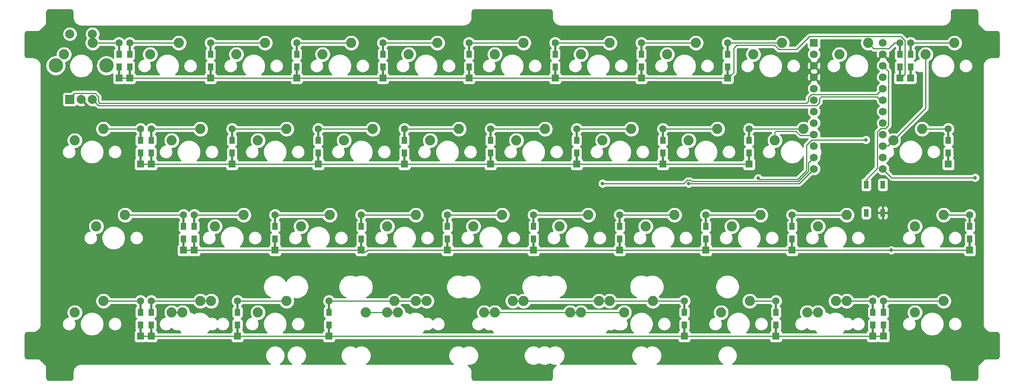
<source format=gbr>
G04 #@! TF.GenerationSoftware,KiCad,Pcbnew,(5.1.4)-1*
G04 #@! TF.CreationDate,2021-03-11T19:24:59-08:00*
G04 #@! TF.ProjectId,Rosies Board,526f7369-6573-4204-926f-6172642e6b69,rev?*
G04 #@! TF.SameCoordinates,Original*
G04 #@! TF.FileFunction,Copper,L2,Bot*
G04 #@! TF.FilePolarity,Positive*
%FSLAX46Y46*%
G04 Gerber Fmt 4.6, Leading zero omitted, Abs format (unit mm)*
G04 Created by KiCad (PCBNEW (5.1.4)-1) date 2021-03-11 19:24:59*
%MOMM*%
%LPD*%
G04 APERTURE LIST*
%ADD10C,2.250000*%
%ADD11R,2.000000X2.000000*%
%ADD12C,2.000000*%
%ADD13C,3.200000*%
%ADD14R,1.100000X1.800000*%
%ADD15C,1.752600*%
%ADD16R,1.752600X1.752600*%
%ADD17R,1.600000X1.600000*%
%ADD18C,1.600000*%
%ADD19R,0.500000X2.900000*%
%ADD20R,1.200000X1.600000*%
%ADD21C,0.800000*%
%ADD22C,0.250000*%
%ADD23C,0.254000*%
G04 APERTURE END LIST*
D10*
X228759700Y-78264100D03*
X222409700Y-80804100D03*
X212090880Y-21113860D03*
X205740880Y-23653860D03*
X164465680Y-78264100D03*
X158115680Y-80804100D03*
X107315440Y-78264100D03*
X100965440Y-80804100D03*
X129540560Y-80804100D03*
X135890560Y-78264100D03*
X133509300Y-78264100D03*
X127159300Y-80804100D03*
X204947100Y-78264100D03*
X198597100Y-80804100D03*
X66834020Y-78264100D03*
X60484020Y-80804100D03*
X154940640Y-78264100D03*
X148590640Y-80804100D03*
X114459220Y-78264100D03*
X108109220Y-80804100D03*
D11*
X35572860Y-33625900D03*
D12*
X38072860Y-33625900D03*
X40572860Y-33625900D03*
D13*
X32472860Y-26125900D03*
X43672860Y-26125900D03*
D12*
X35572860Y-19125900D03*
X40572860Y-19125900D03*
D14*
X215331920Y-52523460D03*
X211631920Y-58723460D03*
X211631920Y-52523460D03*
X215331920Y-58723460D03*
D15*
X215333580Y-21046440D03*
X200093580Y-48986440D03*
X215333580Y-23586440D03*
X215333580Y-26126440D03*
X215333580Y-28666440D03*
X215333580Y-31206440D03*
X215333580Y-33746440D03*
X215333580Y-36286440D03*
X215333580Y-38826440D03*
X215333580Y-41366440D03*
X215333580Y-43906440D03*
X215333580Y-46446440D03*
X215333580Y-48986440D03*
X200093580Y-46446440D03*
X200093580Y-43906440D03*
X200093580Y-41366440D03*
X200093580Y-38826440D03*
X200093580Y-36286440D03*
X200093580Y-33746440D03*
X200093580Y-31206440D03*
X200093580Y-28666440D03*
X200093580Y-26126440D03*
X200093580Y-23586440D03*
D16*
X200093580Y-21046440D03*
D10*
X231140960Y-21113860D03*
X224790960Y-23653860D03*
X207328360Y-78264100D03*
X200978360Y-80804100D03*
X185897020Y-78264100D03*
X179547020Y-80804100D03*
X152559380Y-78264100D03*
X146209380Y-80804100D03*
X112077960Y-78264100D03*
X105727960Y-80804100D03*
X83502840Y-78264100D03*
X77152840Y-80804100D03*
X64452760Y-78264100D03*
X58102760Y-80804100D03*
X43021420Y-78264100D03*
X36671420Y-80804100D03*
X228759700Y-59214020D03*
X222409700Y-61754020D03*
X207328360Y-59214020D03*
X200978360Y-61754020D03*
X188278280Y-59214020D03*
X181928280Y-61754020D03*
X169228200Y-59214020D03*
X162878200Y-61754020D03*
X150178120Y-59214020D03*
X143828120Y-61754020D03*
X131128040Y-59214020D03*
X124778040Y-61754020D03*
X112077960Y-59214020D03*
X105727960Y-61754020D03*
X93027880Y-59214020D03*
X86677880Y-61754020D03*
X73977800Y-59214020D03*
X67627800Y-61754020D03*
X47783940Y-59214020D03*
X41433940Y-61754020D03*
X223997180Y-40163940D03*
X217647180Y-42703940D03*
X197803320Y-40163940D03*
X191453320Y-42703940D03*
X178753240Y-40163940D03*
X172403240Y-42703940D03*
X159703160Y-40163940D03*
X153353160Y-42703940D03*
X140653080Y-40163940D03*
X134303080Y-42703940D03*
X121603000Y-40163940D03*
X115253000Y-42703940D03*
X102552920Y-40163940D03*
X96202920Y-42703940D03*
X83502840Y-40163940D03*
X77152840Y-42703940D03*
X64452760Y-40163940D03*
X58102760Y-42703940D03*
X43021420Y-40163940D03*
X36671420Y-42703940D03*
X193040800Y-21113860D03*
X186690800Y-23653860D03*
X173990720Y-21113860D03*
X167640720Y-23653860D03*
X154940640Y-21113860D03*
X148590640Y-23653860D03*
X135890560Y-21113860D03*
X129540560Y-23653860D03*
X116840480Y-21113860D03*
X110490480Y-23653860D03*
X97790400Y-21113860D03*
X91440400Y-23653860D03*
X78740320Y-21113860D03*
X72390320Y-23653860D03*
X59690240Y-21113860D03*
X53340240Y-23653860D03*
X40640160Y-21113860D03*
X34290160Y-23653860D03*
D17*
X221457180Y-28903230D03*
D18*
X221457180Y-21103230D03*
D19*
X221457180Y-27503230D03*
D20*
X221457180Y-26403230D03*
X221457180Y-23603230D03*
D19*
X221457180Y-22503230D03*
D17*
X215504030Y-86053470D03*
D18*
X215504030Y-78253470D03*
D19*
X215504030Y-84653470D03*
D20*
X215504030Y-83553470D03*
X215504030Y-80753470D03*
D19*
X215504030Y-79653470D03*
D17*
X213122770Y-86053470D03*
D18*
X213122770Y-78253470D03*
D19*
X213122770Y-84653470D03*
D20*
X213122770Y-83553470D03*
X213122770Y-80753470D03*
D19*
X213122770Y-79653470D03*
D17*
X191691430Y-86053470D03*
D18*
X191691430Y-78253470D03*
D19*
X191691430Y-84653470D03*
D20*
X191691430Y-83553470D03*
X191691430Y-80753470D03*
D19*
X191691430Y-79653470D03*
D17*
X171450720Y-86053470D03*
D18*
X171450720Y-78253470D03*
D19*
X171450720Y-84653470D03*
D20*
X171450720Y-83553470D03*
X171450720Y-80753470D03*
D19*
X171450720Y-79653470D03*
D17*
X92869140Y-86053470D03*
D18*
X92869140Y-78253470D03*
D19*
X92869140Y-84653470D03*
D20*
X92869140Y-83553470D03*
X92869140Y-80753470D03*
D19*
X92869140Y-79653470D03*
D17*
X72628430Y-86053470D03*
D18*
X72628430Y-78253470D03*
D19*
X72628430Y-84653470D03*
D20*
X72628430Y-83553470D03*
X72628430Y-80753470D03*
D19*
X72628430Y-79653470D03*
D17*
X53578350Y-86053470D03*
D18*
X53578350Y-78253470D03*
D19*
X53578350Y-84653470D03*
D20*
X53578350Y-83553470D03*
X53578350Y-80753470D03*
D19*
X53578350Y-79653470D03*
D17*
X51197090Y-86053470D03*
D18*
X51197090Y-78253470D03*
D19*
X51197090Y-84653470D03*
D20*
X51197090Y-83553470D03*
X51197090Y-80753470D03*
D19*
X51197090Y-79653470D03*
D17*
X234554110Y-67003390D03*
D18*
X234554110Y-59203390D03*
D19*
X234554110Y-65603390D03*
D20*
X234554110Y-64503390D03*
X234554110Y-61703390D03*
D19*
X234554110Y-60603390D03*
D17*
X195263320Y-67003390D03*
D18*
X195263320Y-59203390D03*
D19*
X195263320Y-65603390D03*
D20*
X195263320Y-64503390D03*
X195263320Y-61703390D03*
D19*
X195263320Y-60603390D03*
D17*
X176213240Y-67003390D03*
D18*
X176213240Y-59203390D03*
D19*
X176213240Y-65603390D03*
D20*
X176213240Y-64503390D03*
X176213240Y-61703390D03*
D19*
X176213240Y-60603390D03*
D17*
X157163160Y-67003390D03*
D18*
X157163160Y-59203390D03*
D19*
X157163160Y-65603390D03*
D20*
X157163160Y-64503390D03*
X157163160Y-61703390D03*
D19*
X157163160Y-60603390D03*
D17*
X138113080Y-67003390D03*
D18*
X138113080Y-59203390D03*
D19*
X138113080Y-65603390D03*
D20*
X138113080Y-64503390D03*
X138113080Y-61703390D03*
D19*
X138113080Y-60603390D03*
D17*
X119063000Y-67003390D03*
D18*
X119063000Y-59203390D03*
D19*
X119063000Y-65603390D03*
D20*
X119063000Y-64503390D03*
X119063000Y-61703390D03*
D19*
X119063000Y-60603390D03*
D17*
X100012920Y-67003390D03*
D18*
X100012920Y-59203390D03*
D19*
X100012920Y-65603390D03*
D20*
X100012920Y-64503390D03*
X100012920Y-61703390D03*
D19*
X100012920Y-60603390D03*
D17*
X80962840Y-67003390D03*
D18*
X80962840Y-59203390D03*
D19*
X80962840Y-65603390D03*
D20*
X80962840Y-64503390D03*
X80962840Y-61703390D03*
D19*
X80962840Y-60603390D03*
D17*
X63103390Y-67003390D03*
D18*
X63103390Y-59203390D03*
D19*
X63103390Y-65603390D03*
D20*
X63103390Y-64503390D03*
X63103390Y-61703390D03*
D19*
X63103390Y-60603390D03*
D17*
X60722130Y-67003390D03*
D18*
X60722130Y-59203390D03*
D19*
X60722130Y-65603390D03*
D20*
X60722130Y-64503390D03*
X60722130Y-61703390D03*
D19*
X60722130Y-60603390D03*
D17*
X229791590Y-47953310D03*
D18*
X229791590Y-40153310D03*
D19*
X229791590Y-46553310D03*
D20*
X229791590Y-45453310D03*
X229791590Y-42653310D03*
D19*
X229791590Y-41553310D03*
D17*
X185738280Y-47953310D03*
D18*
X185738280Y-40153310D03*
D19*
X185738280Y-46553310D03*
D20*
X185738280Y-45453310D03*
X185738280Y-42653310D03*
D19*
X185738280Y-41553310D03*
D17*
X166688200Y-47953310D03*
D18*
X166688200Y-40153310D03*
D19*
X166688200Y-46553310D03*
D20*
X166688200Y-45453310D03*
X166688200Y-42653310D03*
D19*
X166688200Y-41553310D03*
D17*
X147638120Y-47953310D03*
D18*
X147638120Y-40153310D03*
D19*
X147638120Y-46553310D03*
D20*
X147638120Y-45453310D03*
X147638120Y-42653310D03*
D19*
X147638120Y-41553310D03*
D17*
X128588040Y-47953310D03*
D18*
X128588040Y-40153310D03*
D19*
X128588040Y-46553310D03*
D20*
X128588040Y-45453310D03*
X128588040Y-42653310D03*
D19*
X128588040Y-41553310D03*
D17*
X109537960Y-47953310D03*
D18*
X109537960Y-40153310D03*
D19*
X109537960Y-46553310D03*
D20*
X109537960Y-45453310D03*
X109537960Y-42653310D03*
D19*
X109537960Y-41553310D03*
D17*
X90487880Y-47953310D03*
D18*
X90487880Y-40153310D03*
D19*
X90487880Y-46553310D03*
D20*
X90487880Y-45453310D03*
X90487880Y-42653310D03*
D19*
X90487880Y-41553310D03*
D17*
X71437800Y-47953310D03*
D18*
X71437800Y-40153310D03*
D19*
X71437800Y-46553310D03*
D20*
X71437800Y-45453310D03*
X71437800Y-42653310D03*
D19*
X71437800Y-41553310D03*
D17*
X53578350Y-47953310D03*
D18*
X53578350Y-40153310D03*
D19*
X53578350Y-46553310D03*
D20*
X53578350Y-45453310D03*
X53578350Y-42653310D03*
D19*
X53578350Y-41553310D03*
D17*
X51197090Y-47953310D03*
D18*
X51197090Y-40153310D03*
D19*
X51197090Y-46553310D03*
D20*
X51197090Y-45453310D03*
X51197090Y-42653310D03*
D19*
X51197090Y-41553310D03*
D17*
X219075920Y-28903230D03*
D18*
X219075920Y-21103230D03*
D19*
X219075920Y-27503230D03*
D20*
X219075920Y-26403230D03*
X219075920Y-23603230D03*
D19*
X219075920Y-22503230D03*
D17*
X180975760Y-28903230D03*
D18*
X180975760Y-21103230D03*
D19*
X180975760Y-27503230D03*
D20*
X180975760Y-26403230D03*
X180975760Y-23603230D03*
D19*
X180975760Y-22503230D03*
D17*
X161925680Y-28903230D03*
D18*
X161925680Y-21103230D03*
D19*
X161925680Y-27503230D03*
D20*
X161925680Y-26403230D03*
X161925680Y-23603230D03*
D19*
X161925680Y-22503230D03*
D17*
X142875600Y-28903230D03*
D18*
X142875600Y-21103230D03*
D19*
X142875600Y-27503230D03*
D20*
X142875600Y-26403230D03*
X142875600Y-23603230D03*
D19*
X142875600Y-22503230D03*
D17*
X123825520Y-28903230D03*
D18*
X123825520Y-21103230D03*
D19*
X123825520Y-27503230D03*
D20*
X123825520Y-26403230D03*
X123825520Y-23603230D03*
D19*
X123825520Y-22503230D03*
D17*
X104775440Y-28903230D03*
D18*
X104775440Y-21103230D03*
D19*
X104775440Y-27503230D03*
D20*
X104775440Y-26403230D03*
X104775440Y-23603230D03*
D19*
X104775440Y-22503230D03*
D17*
X85725360Y-28903230D03*
D18*
X85725360Y-21103230D03*
D19*
X85725360Y-27503230D03*
D20*
X85725360Y-26403230D03*
X85725360Y-23603230D03*
D19*
X85725360Y-22503230D03*
D17*
X66675280Y-28903230D03*
D18*
X66675280Y-21103230D03*
D19*
X66675280Y-27503230D03*
D20*
X66675280Y-26403230D03*
X66675280Y-23603230D03*
D19*
X66675280Y-22503230D03*
D17*
X48815830Y-28903230D03*
D18*
X48815830Y-21103230D03*
D19*
X48815830Y-27503230D03*
D20*
X48815830Y-26403230D03*
X48815830Y-23603230D03*
D19*
X48815830Y-22503230D03*
D17*
X46434570Y-28903230D03*
D18*
X46434570Y-21103230D03*
D19*
X46434570Y-27503230D03*
D20*
X46434570Y-26403230D03*
X46434570Y-23603230D03*
D19*
X46434570Y-22503230D03*
D21*
X187754260Y-51053970D03*
X211592279Y-42567741D03*
X217199750Y-67003390D03*
X235744740Y-50937440D03*
X125016150Y-14287560D03*
X141684970Y-14287560D03*
X153353160Y-52228980D03*
X172403240Y-52228980D03*
D22*
X59679610Y-21103230D02*
X59690240Y-21113860D01*
X48815830Y-21103230D02*
X59679610Y-21103230D01*
X66685910Y-21113860D02*
X66675280Y-21103230D01*
X78740320Y-21113860D02*
X66685910Y-21113860D01*
X85735990Y-21113860D02*
X85725360Y-21103230D01*
X97790400Y-21113860D02*
X85735990Y-21113860D01*
X104786070Y-21113860D02*
X104775440Y-21103230D01*
X116840480Y-21113860D02*
X104786070Y-21113860D01*
X123836150Y-21113860D02*
X123825520Y-21103230D01*
X135890560Y-21113860D02*
X123836150Y-21113860D01*
X142886230Y-21113860D02*
X142875600Y-21103230D01*
X154940640Y-21113860D02*
X142886230Y-21113860D01*
X161936310Y-21113860D02*
X161925680Y-21103230D01*
X173990720Y-21113860D02*
X161936310Y-21113860D01*
X180986390Y-21113860D02*
X180975760Y-21103230D01*
X193040800Y-21113860D02*
X180986390Y-21113860D01*
X213215879Y-22238859D02*
X212090880Y-21113860D01*
X213362159Y-22385139D02*
X213215879Y-22238859D01*
X216662641Y-22385139D02*
X213362159Y-22385139D01*
X217944550Y-21103230D02*
X216662641Y-22385139D01*
X219075920Y-21103230D02*
X217944550Y-21103230D01*
X51186460Y-40163940D02*
X51197090Y-40153310D01*
X43021420Y-40163940D02*
X51186460Y-40163940D01*
X53588980Y-40163940D02*
X53578350Y-40153310D01*
X64452760Y-40163940D02*
X53588980Y-40163940D01*
X83492210Y-40153310D02*
X83502840Y-40163940D01*
X71437800Y-40153310D02*
X83492210Y-40153310D01*
X90498510Y-40163940D02*
X90487880Y-40153310D01*
X102552920Y-40163940D02*
X90498510Y-40163940D01*
X109548590Y-40163940D02*
X109537960Y-40153310D01*
X121603000Y-40163940D02*
X109548590Y-40163940D01*
X128598670Y-40163940D02*
X128588040Y-40153310D01*
X140653080Y-40163940D02*
X128598670Y-40163940D01*
X147648750Y-40163940D02*
X147638120Y-40153310D01*
X159703160Y-40163940D02*
X147648750Y-40163940D01*
X166698830Y-40163940D02*
X166688200Y-40153310D01*
X178753240Y-40163940D02*
X166698830Y-40163940D01*
X185748910Y-40163940D02*
X185738280Y-40153310D01*
X197803320Y-40163940D02*
X185748910Y-40163940D01*
X229780960Y-40163940D02*
X229791590Y-40153310D01*
X223997180Y-40163940D02*
X229780960Y-40163940D01*
X60711500Y-59214020D02*
X60722130Y-59203390D01*
X47783940Y-59214020D02*
X60711500Y-59214020D01*
X73967170Y-59203390D02*
X73977800Y-59214020D01*
X63103390Y-59203390D02*
X73967170Y-59203390D01*
X93017250Y-59203390D02*
X93027880Y-59214020D01*
X80962840Y-59203390D02*
X93017250Y-59203390D01*
X100023550Y-59214020D02*
X100012920Y-59203390D01*
X112077960Y-59214020D02*
X100023550Y-59214020D01*
X119073630Y-59214020D02*
X119063000Y-59203390D01*
X131128040Y-59214020D02*
X119073630Y-59214020D01*
X138123710Y-59214020D02*
X138113080Y-59203390D01*
X150178120Y-59214020D02*
X138123710Y-59214020D01*
X157173790Y-59214020D02*
X157163160Y-59203390D01*
X169228200Y-59214020D02*
X157173790Y-59214020D01*
X176223870Y-59214020D02*
X176213240Y-59203390D01*
X188278280Y-59214020D02*
X176223870Y-59214020D01*
X195273950Y-59214020D02*
X195263320Y-59203390D01*
X207328360Y-59214020D02*
X195273950Y-59214020D01*
X234543480Y-59214020D02*
X234554110Y-59203390D01*
X228759700Y-59214020D02*
X234543480Y-59214020D01*
X43032050Y-78253470D02*
X43021420Y-78264100D01*
X51197090Y-78253470D02*
X43032050Y-78253470D01*
X64452760Y-78264100D02*
X66834020Y-78264100D01*
X64442130Y-78253470D02*
X64452760Y-78264100D01*
X53578350Y-78253470D02*
X64442130Y-78253470D01*
X72639060Y-78264100D02*
X72628430Y-78253470D01*
X83502840Y-78264100D02*
X72639060Y-78264100D01*
X107315440Y-78264100D02*
X112077960Y-78264100D01*
X112077960Y-78264100D02*
X114459220Y-78264100D01*
X107304810Y-78253470D02*
X107315440Y-78264100D01*
X92869140Y-78253470D02*
X107304810Y-78253470D01*
X133509300Y-78264100D02*
X135890560Y-78264100D01*
X135890560Y-78264100D02*
X152559380Y-78264100D01*
X152559380Y-78264100D02*
X154940640Y-78264100D01*
X154940640Y-78264100D02*
X164465680Y-78264100D01*
X171440090Y-78264100D02*
X171450720Y-78253470D01*
X164465680Y-78264100D02*
X171440090Y-78264100D01*
X191680800Y-78264100D02*
X191691430Y-78253470D01*
X185897020Y-78264100D02*
X191680800Y-78264100D01*
X204947100Y-78264100D02*
X207328360Y-78264100D01*
X213112140Y-78264100D02*
X213122770Y-78253470D01*
X207328360Y-78264100D02*
X213112140Y-78264100D01*
X215514660Y-78264100D02*
X215504030Y-78253470D01*
X228759700Y-78264100D02*
X215514660Y-78264100D01*
X221467810Y-21113860D02*
X221457180Y-21103230D01*
X231140960Y-21113860D02*
X221467810Y-21113860D01*
X46434570Y-28903230D02*
X48815830Y-28903230D01*
X48815830Y-28903230D02*
X66675280Y-28903230D01*
X67725280Y-28903230D02*
X85725360Y-28903230D01*
X66675280Y-28903230D02*
X67725280Y-28903230D01*
X85725360Y-28903230D02*
X104775440Y-28903230D01*
X105825440Y-28903230D02*
X123825520Y-28903230D01*
X104775440Y-28903230D02*
X105825440Y-28903230D01*
X123825520Y-28903230D02*
X142875600Y-28903230D01*
X143925600Y-28903230D02*
X161925680Y-28903230D01*
X142875600Y-28903230D02*
X143925600Y-28903230D01*
X162975680Y-28903230D02*
X180975760Y-28903230D01*
X161925680Y-28903230D02*
X162975680Y-28903230D01*
X219323350Y-28903230D02*
X219075920Y-28903230D01*
X220200921Y-20563229D02*
X220200921Y-28025659D01*
X199138559Y-19663859D02*
X219301551Y-19663859D01*
X196238557Y-22563861D02*
X199138559Y-19663859D01*
X219301551Y-19663859D02*
X220200921Y-20563229D01*
X180975760Y-28903230D02*
X181081110Y-28903230D01*
X181081110Y-28903230D02*
X182331360Y-27652980D01*
X192344799Y-22563861D02*
X196238557Y-22563861D01*
X182331360Y-22242780D02*
X183010270Y-21563870D01*
X220200921Y-28025659D02*
X219323350Y-28903230D01*
X183010270Y-21563870D02*
X191344808Y-21563870D01*
X182331360Y-27652980D02*
X182331360Y-22242780D01*
X191344808Y-21563870D02*
X192344799Y-22563861D01*
X51197090Y-47953310D02*
X53578350Y-47953310D01*
X54628350Y-47953310D02*
X71437800Y-47953310D01*
X53578350Y-47953310D02*
X54628350Y-47953310D01*
X72487800Y-47953310D02*
X90487880Y-47953310D01*
X71437800Y-47953310D02*
X72487800Y-47953310D01*
X91537880Y-47953310D02*
X109537960Y-47953310D01*
X90487880Y-47953310D02*
X91537880Y-47953310D01*
X109537960Y-47953310D02*
X128588040Y-47953310D01*
X128588040Y-47953310D02*
X147638120Y-47953310D01*
X148688120Y-47953310D02*
X166688200Y-47953310D01*
X147638120Y-47953310D02*
X148688120Y-47953310D01*
X167738200Y-47953310D02*
X185738280Y-47953310D01*
X166688200Y-47953310D02*
X167738200Y-47953310D01*
X196478240Y-51328960D02*
X198442269Y-49364931D01*
X188063930Y-51328960D02*
X196478240Y-51328960D01*
X198442269Y-49364931D02*
X198442270Y-47461340D01*
X188063930Y-51328960D02*
X188029250Y-51328960D01*
X188029250Y-51328960D02*
X187754260Y-51053970D01*
X198442270Y-43779824D02*
X198442270Y-45445990D01*
X199654353Y-42567741D02*
X198442270Y-43779824D01*
X211592279Y-42567741D02*
X211592279Y-42567741D01*
X198442270Y-47461340D02*
X198442270Y-45445990D01*
X198442270Y-45445990D02*
X198442270Y-45113250D01*
X211592279Y-42567741D02*
X199654353Y-42567741D01*
X60722130Y-67003390D02*
X63103390Y-67003390D01*
X64153390Y-67003390D02*
X80962840Y-67003390D01*
X63103390Y-67003390D02*
X64153390Y-67003390D01*
X98962920Y-67003390D02*
X80962840Y-67003390D01*
X100012920Y-67003390D02*
X98962920Y-67003390D01*
X100012920Y-66803390D02*
X100012920Y-65603390D01*
X100512920Y-67303390D02*
X100012920Y-66803390D01*
X101112920Y-67303390D02*
X100512920Y-67303390D01*
X101412920Y-67003390D02*
X101112920Y-67303390D01*
X119063000Y-67003390D02*
X101412920Y-67003390D01*
X120113000Y-67003390D02*
X138113080Y-67003390D01*
X119063000Y-67003390D02*
X120113000Y-67003390D01*
X139163080Y-67003390D02*
X157163160Y-67003390D01*
X138113080Y-67003390D02*
X139163080Y-67003390D01*
X176213240Y-67003390D02*
X157163160Y-67003390D01*
X194213320Y-67003390D02*
X176213240Y-67003390D01*
X195263320Y-67003390D02*
X194213320Y-67003390D01*
X234554110Y-67003390D02*
X233504110Y-67003390D01*
X233504110Y-67003390D02*
X217199750Y-67003390D01*
X217199750Y-67003390D02*
X195263320Y-67003390D01*
X51197090Y-86053470D02*
X53578350Y-86053470D01*
X54628350Y-86053470D02*
X72628430Y-86053470D01*
X53578350Y-86053470D02*
X54628350Y-86053470D01*
X91819140Y-86053470D02*
X72628430Y-86053470D01*
X92869140Y-86053470D02*
X91819140Y-86053470D01*
X93919140Y-86053470D02*
X171450720Y-86053470D01*
X92869140Y-86053470D02*
X93919140Y-86053470D01*
X172500720Y-86053470D02*
X191691430Y-86053470D01*
X171450720Y-86053470D02*
X172500720Y-86053470D01*
X213122770Y-86053470D02*
X191691430Y-86053470D01*
X215504030Y-86053470D02*
X213122770Y-86053470D01*
X235744180Y-50936880D02*
X235744740Y-50937440D01*
X217284020Y-50936880D02*
X235744180Y-50936880D01*
X215333580Y-48986440D02*
X217284020Y-50936880D01*
X213994881Y-32545139D02*
X215333580Y-31206440D01*
X199516955Y-32545139D02*
X213994881Y-32545139D01*
X198892279Y-33169815D02*
X199516955Y-32545139D01*
X198892279Y-34017003D02*
X198892279Y-33169815D01*
X198411551Y-34497731D02*
X198892279Y-34017003D01*
X35572860Y-33625900D02*
X35572860Y-33281460D01*
X42148211Y-34497731D02*
X198411551Y-34497731D01*
X35572860Y-33281460D02*
X36553421Y-32300899D01*
X36553421Y-32300899D02*
X41208861Y-32300899D01*
X41208861Y-32300899D02*
X41897861Y-32989899D01*
X41897861Y-32989899D02*
X41897861Y-34247381D01*
X41897861Y-34247381D02*
X42148211Y-34497731D01*
X214929720Y-33342580D02*
X215333580Y-33746440D01*
X41894701Y-34947741D02*
X40572860Y-33625900D01*
X200698219Y-34947741D02*
X41894701Y-34947741D01*
X200698219Y-34919727D02*
X200698219Y-34947741D01*
X214767160Y-33746440D02*
X214015869Y-32995149D01*
X215333580Y-33746440D02*
X214767160Y-33746440D01*
X214015869Y-32995149D02*
X201713551Y-32995149D01*
X201713551Y-32995149D02*
X201350880Y-33357820D01*
X201350880Y-33357820D02*
X201350880Y-34267066D01*
X201350880Y-34267066D02*
X200698219Y-34919727D01*
X46423940Y-21113860D02*
X46434570Y-21103230D01*
X40640160Y-21113860D02*
X46423940Y-21113860D01*
X40640160Y-19193200D02*
X40572860Y-19125900D01*
X40640160Y-21113860D02*
X40640160Y-19193200D01*
X58102760Y-80804100D02*
X60484020Y-80804100D01*
X100965440Y-80804100D02*
X105727960Y-80804100D01*
X105727960Y-80804100D02*
X108109220Y-80804100D01*
X127159300Y-80804100D02*
X129540560Y-80804100D01*
X129540560Y-80804100D02*
X146209380Y-80804100D01*
X146209380Y-80804100D02*
X148590640Y-80804100D01*
X148590640Y-80804100D02*
X158115680Y-80804100D01*
X171330238Y-52228980D02*
X153353160Y-52228980D01*
X172055239Y-51503979D02*
X171330238Y-52228980D01*
X200093580Y-46446440D02*
X198892279Y-47647741D01*
X198892279Y-49551331D02*
X196664640Y-51778970D01*
X196664640Y-51778970D02*
X173026232Y-51778970D01*
X173026232Y-51778970D02*
X172751241Y-51503979D01*
X198892279Y-47647741D02*
X198892279Y-49551331D01*
X172751241Y-51503979D02*
X172055239Y-51503979D01*
X198597100Y-80804100D02*
X200978360Y-80804100D01*
X200093580Y-48986440D02*
X196851040Y-52228980D01*
X196851040Y-52228980D02*
X172403240Y-52228980D01*
X191453320Y-40912850D02*
X191453320Y-42703940D01*
X199344280Y-41366440D02*
X199096779Y-41613941D01*
X200093580Y-41366440D02*
X199344280Y-41366440D01*
X199096779Y-41613941D02*
X197105121Y-41613941D01*
X197105121Y-41613941D02*
X196105130Y-40613950D01*
X196105130Y-40613950D02*
X191752220Y-40613950D01*
X191752220Y-40613950D02*
X191453320Y-40912850D01*
X224790960Y-35560160D02*
X224790960Y-23653860D01*
X217647180Y-42703940D02*
X224790960Y-35560160D01*
X215411081Y-43828939D02*
X215333580Y-43906440D01*
X216522181Y-43828939D02*
X215411081Y-43828939D01*
X217647180Y-42703940D02*
X216522181Y-43828939D01*
X211631920Y-51373460D02*
X211631920Y-52523460D01*
X214132279Y-48873101D02*
X211631920Y-51373460D01*
X214132279Y-40789815D02*
X214132279Y-48873101D01*
X214894353Y-40027741D02*
X214132279Y-40789815D01*
X215910205Y-40027741D02*
X214894353Y-40027741D01*
X216534881Y-39403065D02*
X215910205Y-40027741D01*
X216534881Y-27327741D02*
X216534881Y-39403065D01*
X215333580Y-26126440D02*
X216534881Y-27327741D01*
D23*
G36*
X35821352Y-13770140D02*
G01*
X35919902Y-13799895D01*
X36010796Y-13848224D01*
X36090569Y-13913286D01*
X36156189Y-13992607D01*
X36205150Y-14083158D01*
X36235591Y-14181497D01*
X36249530Y-14314118D01*
X36249531Y-15510609D01*
X36252325Y-15538980D01*
X36252274Y-15546319D01*
X36253173Y-15555490D01*
X36277462Y-15786588D01*
X36289500Y-15845230D01*
X36300700Y-15903946D01*
X36303362Y-15912760D01*
X36303363Y-15912767D01*
X36303364Y-15912769D01*
X36372078Y-16134746D01*
X36395251Y-16189872D01*
X36417667Y-16245354D01*
X36421993Y-16253490D01*
X36532514Y-16457894D01*
X36565959Y-16507478D01*
X36598719Y-16557541D01*
X36604543Y-16564682D01*
X36752662Y-16743727D01*
X36795117Y-16785886D01*
X36836961Y-16828616D01*
X36844061Y-16834490D01*
X37024135Y-16981355D01*
X37073962Y-17014460D01*
X37123318Y-17048255D01*
X37131425Y-17052638D01*
X37336595Y-17161729D01*
X37391912Y-17184529D01*
X37446881Y-17208089D01*
X37455682Y-17210812D01*
X37455686Y-17210814D01*
X37455690Y-17210815D01*
X37678137Y-17277977D01*
X37736829Y-17289598D01*
X37795330Y-17302033D01*
X37804493Y-17302996D01*
X37804495Y-17302996D01*
X38035756Y-17325671D01*
X38035768Y-17325671D01*
X38067741Y-17328820D01*
X122667309Y-17328820D01*
X122695690Y-17326025D01*
X122703019Y-17326076D01*
X122712190Y-17325177D01*
X122943288Y-17300888D01*
X123001930Y-17288850D01*
X123060646Y-17277650D01*
X123069460Y-17274988D01*
X123069467Y-17274987D01*
X123069473Y-17274984D01*
X123291446Y-17206272D01*
X123346572Y-17183099D01*
X123402054Y-17160683D01*
X123410190Y-17156357D01*
X123614594Y-17045836D01*
X123664178Y-17012391D01*
X123714241Y-16979631D01*
X123721382Y-16973807D01*
X123900427Y-16825688D01*
X123942586Y-16783233D01*
X123985316Y-16741389D01*
X123991190Y-16734289D01*
X124138055Y-16554215D01*
X124171160Y-16504388D01*
X124204955Y-16455032D01*
X124209338Y-16446925D01*
X124318429Y-16241755D01*
X124341229Y-16186438D01*
X124364789Y-16131469D01*
X124367513Y-16122666D01*
X124434677Y-15900213D01*
X124446298Y-15841521D01*
X124458733Y-15783020D01*
X124459696Y-15773855D01*
X124482371Y-15542594D01*
X124482371Y-15542582D01*
X124485520Y-15510609D01*
X124485520Y-14319827D01*
X124498729Y-14185108D01*
X124528484Y-14086558D01*
X124576813Y-13995664D01*
X124641875Y-13915891D01*
X124721197Y-13850270D01*
X124811751Y-13801307D01*
X124910083Y-13770868D01*
X125042697Y-13756930D01*
X141652693Y-13756930D01*
X141787422Y-13770140D01*
X141885972Y-13799895D01*
X141976866Y-13848224D01*
X142056639Y-13913286D01*
X142122259Y-13992607D01*
X142171220Y-14083158D01*
X142201661Y-14181497D01*
X142215600Y-14314118D01*
X142215601Y-15510609D01*
X142218395Y-15538980D01*
X142218344Y-15546319D01*
X142219243Y-15555490D01*
X142243532Y-15786588D01*
X142255570Y-15845230D01*
X142266770Y-15903946D01*
X142269432Y-15912760D01*
X142269433Y-15912767D01*
X142269434Y-15912769D01*
X142338148Y-16134746D01*
X142361321Y-16189872D01*
X142383737Y-16245354D01*
X142388063Y-16253490D01*
X142498584Y-16457894D01*
X142532029Y-16507478D01*
X142564789Y-16557541D01*
X142570613Y-16564682D01*
X142718732Y-16743727D01*
X142761187Y-16785886D01*
X142803031Y-16828616D01*
X142810131Y-16834490D01*
X142990205Y-16981355D01*
X143040032Y-17014460D01*
X143089388Y-17048255D01*
X143097495Y-17052638D01*
X143302665Y-17161729D01*
X143357982Y-17184529D01*
X143412951Y-17208089D01*
X143421752Y-17210812D01*
X143421756Y-17210814D01*
X143421760Y-17210815D01*
X143644207Y-17277977D01*
X143702899Y-17289598D01*
X143761400Y-17302033D01*
X143770563Y-17302996D01*
X143770565Y-17302996D01*
X144001826Y-17325671D01*
X144001838Y-17325671D01*
X144033811Y-17328820D01*
X228633379Y-17328820D01*
X228661760Y-17326025D01*
X228669089Y-17326076D01*
X228678260Y-17325177D01*
X228909358Y-17300888D01*
X228968000Y-17288850D01*
X229026716Y-17277650D01*
X229035530Y-17274988D01*
X229035537Y-17274987D01*
X229035543Y-17274984D01*
X229257516Y-17206272D01*
X229312642Y-17183099D01*
X229368124Y-17160683D01*
X229376260Y-17156357D01*
X229580664Y-17045836D01*
X229630248Y-17012391D01*
X229680311Y-16979631D01*
X229687452Y-16973807D01*
X229866497Y-16825688D01*
X229908656Y-16783233D01*
X229951386Y-16741389D01*
X229957260Y-16734289D01*
X230104125Y-16554215D01*
X230137230Y-16504388D01*
X230171025Y-16455032D01*
X230175408Y-16446925D01*
X230284499Y-16241755D01*
X230307299Y-16186438D01*
X230330859Y-16131469D01*
X230333583Y-16122666D01*
X230400747Y-15900213D01*
X230412368Y-15841521D01*
X230424803Y-15783020D01*
X230425766Y-15773855D01*
X230448441Y-15542594D01*
X230448441Y-15542582D01*
X230451590Y-15510609D01*
X230451590Y-14319979D01*
X230454783Y-14287560D01*
X230454768Y-14287411D01*
X230464799Y-14185108D01*
X230494554Y-14086558D01*
X230542883Y-13995664D01*
X230607945Y-13915891D01*
X230687267Y-13850270D01*
X230777821Y-13801307D01*
X230876153Y-13770868D01*
X231008767Y-13756930D01*
X235712463Y-13756930D01*
X235847192Y-13770140D01*
X235945742Y-13799895D01*
X236036636Y-13848224D01*
X236116409Y-13913286D01*
X236182029Y-13992607D01*
X236230990Y-14083158D01*
X236261431Y-14181497D01*
X236272371Y-14285587D01*
X236272177Y-14287560D01*
X236275370Y-14319980D01*
X236275371Y-16636401D01*
X236272178Y-16668820D01*
X236275371Y-16701238D01*
X236275371Y-16701239D01*
X236282648Y-16775119D01*
X236284921Y-16798202D01*
X236322660Y-16922612D01*
X236383945Y-17037270D01*
X236445756Y-17112586D01*
X236445757Y-17112587D01*
X236466423Y-17137768D01*
X236491602Y-17158432D01*
X237636388Y-18303219D01*
X237657052Y-18328398D01*
X237682231Y-18349062D01*
X237682233Y-18349064D01*
X237757549Y-18410875D01*
X237851365Y-18461020D01*
X237872207Y-18472160D01*
X237996617Y-18509900D01*
X238093581Y-18519450D01*
X238093590Y-18519450D01*
X238125999Y-18522642D01*
X238158408Y-18519450D01*
X240474983Y-18519450D01*
X240609712Y-18532660D01*
X240708262Y-18562415D01*
X240799156Y-18610744D01*
X240878929Y-18675806D01*
X240944549Y-18755127D01*
X240993510Y-18845678D01*
X241023951Y-18944017D01*
X241037890Y-19076637D01*
X241037891Y-23780323D01*
X241024681Y-23915053D01*
X240994928Y-24013599D01*
X240946597Y-24104496D01*
X240881536Y-24184269D01*
X240802213Y-24249890D01*
X240711659Y-24298853D01*
X240613327Y-24329292D01*
X240480713Y-24343230D01*
X239284211Y-24343230D01*
X239255830Y-24346025D01*
X239248502Y-24345974D01*
X239239330Y-24346873D01*
X239008232Y-24371162D01*
X238949590Y-24383200D01*
X238890874Y-24394400D01*
X238882060Y-24397062D01*
X238882053Y-24397063D01*
X238882047Y-24397066D01*
X238660074Y-24465778D01*
X238604948Y-24488951D01*
X238549466Y-24511367D01*
X238541330Y-24515693D01*
X238336926Y-24626214D01*
X238287342Y-24659659D01*
X238237279Y-24692419D01*
X238230138Y-24698243D01*
X238051093Y-24846362D01*
X238008953Y-24888798D01*
X237966203Y-24930661D01*
X237960330Y-24937762D01*
X237813465Y-25117835D01*
X237780364Y-25167657D01*
X237746565Y-25217019D01*
X237742182Y-25225125D01*
X237633091Y-25430296D01*
X237610303Y-25485584D01*
X237586731Y-25540580D01*
X237584007Y-25549384D01*
X237516844Y-25771837D01*
X237505228Y-25830499D01*
X237492787Y-25889030D01*
X237491824Y-25898195D01*
X237469149Y-26129456D01*
X237469149Y-26129469D01*
X237466000Y-26161442D01*
X237466001Y-83376519D01*
X237468795Y-83404890D01*
X237468744Y-83412229D01*
X237469643Y-83421400D01*
X237493932Y-83652498D01*
X237505970Y-83711140D01*
X237517170Y-83769856D01*
X237519832Y-83778670D01*
X237519833Y-83778677D01*
X237519834Y-83778679D01*
X237588548Y-84000656D01*
X237611721Y-84055782D01*
X237634137Y-84111264D01*
X237638463Y-84119400D01*
X237748984Y-84323804D01*
X237782429Y-84373388D01*
X237815189Y-84423451D01*
X237821013Y-84430592D01*
X237969132Y-84609637D01*
X238011587Y-84651796D01*
X238053431Y-84694526D01*
X238060531Y-84700400D01*
X238240605Y-84847265D01*
X238290432Y-84880370D01*
X238339788Y-84914165D01*
X238347895Y-84918548D01*
X238553065Y-85027639D01*
X238608382Y-85050439D01*
X238663351Y-85073999D01*
X238672152Y-85076722D01*
X238672156Y-85076724D01*
X238672160Y-85076725D01*
X238894607Y-85143887D01*
X238953299Y-85155508D01*
X239011800Y-85167943D01*
X239020963Y-85168906D01*
X239020965Y-85168906D01*
X239252226Y-85191581D01*
X239252238Y-85191581D01*
X239284211Y-85194730D01*
X240474983Y-85194730D01*
X240609712Y-85207940D01*
X240708262Y-85237695D01*
X240799156Y-85286024D01*
X240878929Y-85351086D01*
X240944549Y-85430407D01*
X240993510Y-85520958D01*
X241023951Y-85619297D01*
X241037891Y-85751927D01*
X241037890Y-90455613D01*
X241024681Y-90590333D01*
X240994928Y-90688879D01*
X240946597Y-90779776D01*
X240881536Y-90859549D01*
X240802213Y-90925170D01*
X240711659Y-90974133D01*
X240613327Y-91004572D01*
X240480713Y-91018510D01*
X238158408Y-91018510D01*
X238125999Y-91015318D01*
X238093590Y-91018510D01*
X238093581Y-91018510D01*
X237996617Y-91028060D01*
X237872207Y-91065800D01*
X237757549Y-91127085D01*
X237682233Y-91188896D01*
X237657052Y-91209562D01*
X237636388Y-91234741D01*
X236491606Y-92379524D01*
X236466422Y-92400192D01*
X236445757Y-92425373D01*
X236445756Y-92425374D01*
X236383945Y-92500690D01*
X236342676Y-92577901D01*
X236322660Y-92615348D01*
X236284920Y-92739758D01*
X236275370Y-92836722D01*
X236275370Y-92836731D01*
X236272178Y-92869140D01*
X236275370Y-92901549D01*
X236275371Y-95218123D01*
X236262161Y-95352853D01*
X236232408Y-95451399D01*
X236184077Y-95542296D01*
X236119016Y-95622069D01*
X236039693Y-95687690D01*
X235949139Y-95736653D01*
X235850807Y-95767092D01*
X235718193Y-95781030D01*
X231014487Y-95781030D01*
X230879767Y-95767821D01*
X230781221Y-95738068D01*
X230690324Y-95689737D01*
X230610551Y-95624676D01*
X230544930Y-95545353D01*
X230495967Y-95454799D01*
X230465528Y-95356467D01*
X230451590Y-95223853D01*
X230451590Y-94027351D01*
X230448794Y-93998961D01*
X230448845Y-93991641D01*
X230447946Y-93982470D01*
X230423657Y-93751373D01*
X230411626Y-93692761D01*
X230400420Y-93634015D01*
X230397756Y-93625194D01*
X230329042Y-93403215D01*
X230305854Y-93348052D01*
X230283452Y-93292606D01*
X230279126Y-93284470D01*
X230168605Y-93080066D01*
X230135166Y-93030491D01*
X230102401Y-92980420D01*
X230096576Y-92973278D01*
X229948458Y-92794234D01*
X229906022Y-92752094D01*
X229864159Y-92709344D01*
X229857058Y-92703471D01*
X229676985Y-92556606D01*
X229627163Y-92523505D01*
X229577801Y-92489706D01*
X229569695Y-92485323D01*
X229364524Y-92376232D01*
X229309236Y-92353444D01*
X229254240Y-92329872D01*
X229245436Y-92327148D01*
X229245438Y-92327148D01*
X229245430Y-92327146D01*
X229022983Y-92259985D01*
X228964321Y-92248369D01*
X228905790Y-92235928D01*
X228896629Y-92234965D01*
X228896625Y-92234965D01*
X228665364Y-92212290D01*
X228665362Y-92212290D01*
X228633379Y-92209140D01*
X182048098Y-92209140D01*
X182351962Y-92006104D01*
X182652684Y-91705382D01*
X182888961Y-91351770D01*
X183051710Y-90958857D01*
X183134680Y-90541743D01*
X183134680Y-90116457D01*
X183051710Y-89699343D01*
X182888961Y-89306430D01*
X182652684Y-88952818D01*
X182351962Y-88652096D01*
X181998350Y-88415819D01*
X181605437Y-88253070D01*
X181188323Y-88170100D01*
X180756557Y-88170100D01*
X180339443Y-88253070D01*
X179946530Y-88415819D01*
X179592918Y-88652096D01*
X179292196Y-88952818D01*
X179055919Y-89306430D01*
X178893170Y-89699343D01*
X178810200Y-90116457D01*
X178810200Y-90541743D01*
X178893170Y-90958857D01*
X179055919Y-91351770D01*
X179292196Y-91705382D01*
X179592918Y-92006104D01*
X179896782Y-92209140D01*
X165379308Y-92209140D01*
X165683172Y-92006104D01*
X165983894Y-91705382D01*
X166220171Y-91351770D01*
X166382920Y-90958857D01*
X166465890Y-90541743D01*
X166465890Y-90116457D01*
X166382920Y-89699343D01*
X166220171Y-89306430D01*
X165983894Y-88952818D01*
X165683172Y-88652096D01*
X165329560Y-88415819D01*
X164936647Y-88253070D01*
X164519533Y-88170100D01*
X164094247Y-88170100D01*
X163677133Y-88253070D01*
X163284220Y-88415819D01*
X163116260Y-88528047D01*
X162948300Y-88415819D01*
X162555387Y-88253070D01*
X162138273Y-88170100D01*
X161712987Y-88170100D01*
X161295873Y-88253070D01*
X160902960Y-88415819D01*
X160549348Y-88652096D01*
X160248626Y-88952818D01*
X160012349Y-89306430D01*
X159849600Y-89699343D01*
X159766630Y-90116457D01*
X159766630Y-90541743D01*
X159849600Y-90958857D01*
X160012349Y-91351770D01*
X160248626Y-91705382D01*
X160549348Y-92006104D01*
X160853212Y-92209140D01*
X144033811Y-92209140D01*
X144005430Y-92211935D01*
X143998102Y-92211884D01*
X143988930Y-92212783D01*
X143934007Y-92218556D01*
X144251962Y-92006104D01*
X144552684Y-91705382D01*
X144788961Y-91351770D01*
X144951710Y-90958857D01*
X145034680Y-90541743D01*
X145034680Y-90116457D01*
X144951710Y-89699343D01*
X144788961Y-89306430D01*
X144552684Y-88952818D01*
X144251962Y-88652096D01*
X143898350Y-88415819D01*
X143505437Y-88253070D01*
X143088323Y-88170100D01*
X142663037Y-88170100D01*
X142245923Y-88253070D01*
X141853010Y-88415819D01*
X141685035Y-88528057D01*
X141517060Y-88415819D01*
X141124147Y-88253070D01*
X140707033Y-88170100D01*
X140281747Y-88170100D01*
X139864633Y-88253070D01*
X139471720Y-88415819D01*
X139303760Y-88528047D01*
X139135800Y-88415819D01*
X138742887Y-88253070D01*
X138325773Y-88170100D01*
X137900487Y-88170100D01*
X137483373Y-88253070D01*
X137090460Y-88415819D01*
X136736848Y-88652096D01*
X136436126Y-88952818D01*
X136199849Y-89306430D01*
X136037100Y-89699343D01*
X135954130Y-90116457D01*
X135954130Y-90541743D01*
X136037100Y-90958857D01*
X136199849Y-91351770D01*
X136436126Y-91705382D01*
X136736848Y-92006104D01*
X137090460Y-92242381D01*
X137483373Y-92405130D01*
X137900487Y-92488100D01*
X138325773Y-92488100D01*
X138742887Y-92405130D01*
X139135800Y-92242381D01*
X139303760Y-92130153D01*
X139471720Y-92242381D01*
X139864633Y-92405130D01*
X140281747Y-92488100D01*
X140707033Y-92488100D01*
X141124147Y-92405130D01*
X141517060Y-92242381D01*
X141685035Y-92130143D01*
X141853010Y-92242381D01*
X142245923Y-92405130D01*
X142663037Y-92488100D01*
X143088323Y-92488100D01*
X143097254Y-92486324D01*
X143086526Y-92492124D01*
X143036942Y-92525569D01*
X142986879Y-92558329D01*
X142979738Y-92564153D01*
X142800693Y-92712272D01*
X142758553Y-92754708D01*
X142715803Y-92796571D01*
X142709930Y-92803672D01*
X142563065Y-92983745D01*
X142529964Y-93033567D01*
X142496165Y-93082929D01*
X142491782Y-93091035D01*
X142382691Y-93296206D01*
X142359903Y-93351494D01*
X142336331Y-93406490D01*
X142333607Y-93415294D01*
X142266444Y-93637747D01*
X142254828Y-93696409D01*
X142242387Y-93754940D01*
X142241424Y-93764105D01*
X142218749Y-93995366D01*
X142218749Y-93995388D01*
X142215601Y-94027351D01*
X142215600Y-95218132D01*
X142202391Y-95352853D01*
X142172638Y-95451399D01*
X142124307Y-95542296D01*
X142059246Y-95622069D01*
X141979923Y-95687690D01*
X141889369Y-95736653D01*
X141791037Y-95767092D01*
X141658423Y-95781030D01*
X125048417Y-95781030D01*
X124913697Y-95767821D01*
X124815151Y-95738068D01*
X124724254Y-95689737D01*
X124644481Y-95624676D01*
X124578860Y-95545353D01*
X124529897Y-95454799D01*
X124499458Y-95356467D01*
X124485520Y-95223853D01*
X124485520Y-94027351D01*
X124482725Y-93998970D01*
X124482776Y-93991642D01*
X124481877Y-93982470D01*
X124457588Y-93751372D01*
X124445550Y-93692730D01*
X124434350Y-93634014D01*
X124431687Y-93625194D01*
X124431687Y-93625193D01*
X124431684Y-93625187D01*
X124362972Y-93403214D01*
X124339799Y-93348088D01*
X124317383Y-93292606D01*
X124313057Y-93284470D01*
X124202536Y-93080066D01*
X124169091Y-93030482D01*
X124136331Y-92980419D01*
X124130507Y-92973278D01*
X123982388Y-92794233D01*
X123939952Y-92752093D01*
X123898089Y-92709343D01*
X123890988Y-92703470D01*
X123710915Y-92556605D01*
X123661093Y-92523504D01*
X123611731Y-92489705D01*
X123606415Y-92486830D01*
X123612797Y-92488100D01*
X124038113Y-92488100D01*
X124455227Y-92405130D01*
X124848140Y-92242381D01*
X125201752Y-92006104D01*
X125502474Y-91705382D01*
X125738751Y-91351770D01*
X125901500Y-90958857D01*
X125984470Y-90541743D01*
X125984470Y-90116457D01*
X125901500Y-89699343D01*
X125738751Y-89306430D01*
X125502474Y-88952818D01*
X125201752Y-88652096D01*
X124848140Y-88415819D01*
X124455227Y-88253070D01*
X124038113Y-88170100D01*
X123612797Y-88170100D01*
X123195683Y-88253070D01*
X122802770Y-88415819D01*
X122634825Y-88528037D01*
X122466880Y-88415819D01*
X122073967Y-88253070D01*
X121656853Y-88170100D01*
X121231567Y-88170100D01*
X120814453Y-88253070D01*
X120421540Y-88415819D01*
X120067928Y-88652096D01*
X119767206Y-88952818D01*
X119530929Y-89306430D01*
X119368180Y-89699343D01*
X119285210Y-90116457D01*
X119285210Y-90541743D01*
X119368180Y-90958857D01*
X119530929Y-91351770D01*
X119767206Y-91705382D01*
X120067928Y-92006104D01*
X120371792Y-92209140D01*
X101085388Y-92209140D01*
X101389252Y-92006104D01*
X101689974Y-91705382D01*
X101926251Y-91351770D01*
X102089000Y-90958857D01*
X102171970Y-90541743D01*
X102171970Y-90116457D01*
X102089000Y-89699343D01*
X101926251Y-89306430D01*
X101689974Y-88952818D01*
X101389252Y-88652096D01*
X101035640Y-88415819D01*
X100642727Y-88253070D01*
X100225613Y-88170100D01*
X99800327Y-88170100D01*
X99383213Y-88253070D01*
X98990300Y-88415819D01*
X98822340Y-88528047D01*
X98654380Y-88415819D01*
X98261467Y-88253070D01*
X97844353Y-88170100D01*
X97419067Y-88170100D01*
X97001953Y-88253070D01*
X96609040Y-88415819D01*
X96255428Y-88652096D01*
X95954706Y-88952818D01*
X95718429Y-89306430D01*
X95555680Y-89699343D01*
X95472710Y-90116457D01*
X95472710Y-90541743D01*
X95555680Y-90958857D01*
X95718429Y-91351770D01*
X95954706Y-91705382D01*
X96255428Y-92006104D01*
X96559292Y-92209140D01*
X86797978Y-92209140D01*
X87101842Y-92006104D01*
X87402564Y-91705382D01*
X87638841Y-91351770D01*
X87801590Y-90958857D01*
X87884560Y-90541743D01*
X87884560Y-90116457D01*
X87801590Y-89699343D01*
X87638841Y-89306430D01*
X87402564Y-88952818D01*
X87101842Y-88652096D01*
X86748230Y-88415819D01*
X86355317Y-88253070D01*
X85938203Y-88170100D01*
X85512797Y-88170100D01*
X85095683Y-88253070D01*
X84702770Y-88415819D01*
X84349158Y-88652096D01*
X84048436Y-88952818D01*
X83812159Y-89306430D01*
X83649410Y-89699343D01*
X83566440Y-90116457D01*
X83566440Y-90541743D01*
X83649410Y-90958857D01*
X83812159Y-91351770D01*
X84048436Y-91705382D01*
X84349158Y-92006104D01*
X84653022Y-92209140D01*
X82041818Y-92209140D01*
X82345682Y-92006104D01*
X82646404Y-91705382D01*
X82882681Y-91351770D01*
X83045430Y-90958857D01*
X83128400Y-90541743D01*
X83128400Y-90116457D01*
X83045430Y-89699343D01*
X82882681Y-89306430D01*
X82646404Y-88952818D01*
X82345682Y-88652096D01*
X81992070Y-88415819D01*
X81599157Y-88253070D01*
X81182043Y-88170100D01*
X80756757Y-88170100D01*
X80339643Y-88253070D01*
X79946730Y-88415819D01*
X79593118Y-88652096D01*
X79292396Y-88952818D01*
X79056119Y-89306430D01*
X78893370Y-89699343D01*
X78810400Y-90116457D01*
X78810400Y-90541743D01*
X78893370Y-90958857D01*
X79056119Y-91351770D01*
X79292396Y-91705382D01*
X79593118Y-92006104D01*
X79896982Y-92209140D01*
X38067741Y-92209140D01*
X38039360Y-92211935D01*
X38032032Y-92211884D01*
X38022860Y-92212783D01*
X37791762Y-92237072D01*
X37733120Y-92249110D01*
X37674404Y-92260310D01*
X37665590Y-92262972D01*
X37665583Y-92262973D01*
X37665577Y-92262976D01*
X37443604Y-92331688D01*
X37388478Y-92354861D01*
X37332996Y-92377277D01*
X37324860Y-92381603D01*
X37120456Y-92492124D01*
X37070872Y-92525569D01*
X37020809Y-92558329D01*
X37013668Y-92564153D01*
X36834623Y-92712272D01*
X36792483Y-92754708D01*
X36749733Y-92796571D01*
X36743860Y-92803672D01*
X36596995Y-92983745D01*
X36563894Y-93033567D01*
X36530095Y-93082929D01*
X36525712Y-93091035D01*
X36416621Y-93296206D01*
X36393833Y-93351494D01*
X36370261Y-93406490D01*
X36367537Y-93415294D01*
X36300374Y-93637747D01*
X36288758Y-93696409D01*
X36276317Y-93754940D01*
X36275354Y-93764105D01*
X36252679Y-93995366D01*
X36252679Y-93995388D01*
X36249531Y-94027351D01*
X36249530Y-95218132D01*
X36236321Y-95352853D01*
X36206568Y-95451399D01*
X36158237Y-95542296D01*
X36093176Y-95622069D01*
X36013853Y-95687690D01*
X35923299Y-95736653D01*
X35824967Y-95767092D01*
X35692353Y-95781030D01*
X30988647Y-95781030D01*
X30853927Y-95767821D01*
X30755381Y-95738068D01*
X30664484Y-95689737D01*
X30584711Y-95624676D01*
X30519090Y-95545353D01*
X30470127Y-95454799D01*
X30439688Y-95356467D01*
X30425750Y-95223853D01*
X30425750Y-92901548D01*
X30428942Y-92869139D01*
X30425750Y-92836730D01*
X30425750Y-92836721D01*
X30416200Y-92739757D01*
X30378460Y-92615347D01*
X30361225Y-92583102D01*
X30317175Y-92500689D01*
X30255364Y-92425373D01*
X30255362Y-92425371D01*
X30234698Y-92400192D01*
X30209520Y-92379529D01*
X29064736Y-91234746D01*
X29044068Y-91209562D01*
X28943570Y-91127085D01*
X28828913Y-91065800D01*
X28704503Y-91028060D01*
X28607539Y-91018510D01*
X28607529Y-91018510D01*
X28575120Y-91015318D01*
X28542711Y-91018510D01*
X26226127Y-91018510D01*
X26091407Y-91005301D01*
X25992861Y-90975548D01*
X25901964Y-90927217D01*
X25822191Y-90862156D01*
X25756570Y-90782833D01*
X25707607Y-90692279D01*
X25677168Y-90593947D01*
X25663230Y-90461333D01*
X25663230Y-85757627D01*
X25676439Y-85622908D01*
X25706194Y-85524358D01*
X25754523Y-85433464D01*
X25819585Y-85353691D01*
X25898907Y-85288070D01*
X25989461Y-85239107D01*
X26087793Y-85208668D01*
X26220407Y-85194730D01*
X27416909Y-85194730D01*
X27445290Y-85191935D01*
X27452619Y-85191986D01*
X27461790Y-85191087D01*
X27692888Y-85166798D01*
X27751530Y-85154760D01*
X27810246Y-85143560D01*
X27819060Y-85140898D01*
X27819067Y-85140897D01*
X27819073Y-85140894D01*
X28041046Y-85072182D01*
X28096172Y-85049009D01*
X28151654Y-85026593D01*
X28159790Y-85022267D01*
X28364194Y-84911746D01*
X28413778Y-84878301D01*
X28463841Y-84845541D01*
X28470982Y-84839717D01*
X28650027Y-84691598D01*
X28692186Y-84649143D01*
X28734916Y-84607299D01*
X28740790Y-84600199D01*
X28887655Y-84420125D01*
X28920760Y-84370298D01*
X28954555Y-84320942D01*
X28958938Y-84312835D01*
X29068029Y-84107665D01*
X29090829Y-84052348D01*
X29114389Y-83997379D01*
X29117113Y-83988576D01*
X29184277Y-83766123D01*
X29195898Y-83707431D01*
X29208333Y-83648930D01*
X29209296Y-83639765D01*
X29231971Y-83408504D01*
X29231971Y-83408492D01*
X29235120Y-83376519D01*
X29235120Y-83195378D01*
X33891420Y-83195378D01*
X33891420Y-83492822D01*
X33949449Y-83784551D01*
X34063276Y-84059353D01*
X34228527Y-84306669D01*
X34438851Y-84516993D01*
X34686167Y-84682244D01*
X34960969Y-84796071D01*
X35252698Y-84854100D01*
X35550142Y-84854100D01*
X35841871Y-84796071D01*
X36116673Y-84682244D01*
X36363989Y-84516993D01*
X36574313Y-84306669D01*
X36739564Y-84059353D01*
X36853391Y-83784551D01*
X36911420Y-83492822D01*
X36911420Y-83195378D01*
X36889500Y-83085176D01*
X37852520Y-83085176D01*
X37852520Y-83603024D01*
X37953547Y-84110922D01*
X38151719Y-84589351D01*
X38439420Y-85019926D01*
X38805594Y-85386100D01*
X39236169Y-85673801D01*
X39714598Y-85871973D01*
X40222496Y-85973000D01*
X40740344Y-85973000D01*
X41248242Y-85871973D01*
X41726671Y-85673801D01*
X42157246Y-85386100D01*
X42523420Y-85019926D01*
X42811121Y-84589351D01*
X43009293Y-84110922D01*
X43110320Y-83603024D01*
X43110320Y-83195378D01*
X44051420Y-83195378D01*
X44051420Y-83492822D01*
X44109449Y-83784551D01*
X44223276Y-84059353D01*
X44388527Y-84306669D01*
X44598851Y-84516993D01*
X44846167Y-84682244D01*
X45120969Y-84796071D01*
X45412698Y-84854100D01*
X45710142Y-84854100D01*
X46001871Y-84796071D01*
X46276673Y-84682244D01*
X46523989Y-84516993D01*
X46734313Y-84306669D01*
X46899564Y-84059353D01*
X47013391Y-83784551D01*
X47071420Y-83492822D01*
X47071420Y-83195378D01*
X47013391Y-82903649D01*
X46899564Y-82628847D01*
X46734313Y-82381531D01*
X46523989Y-82171207D01*
X46276673Y-82005956D01*
X46001871Y-81892129D01*
X45710142Y-81834100D01*
X45412698Y-81834100D01*
X45120969Y-81892129D01*
X44846167Y-82005956D01*
X44598851Y-82171207D01*
X44388527Y-82381531D01*
X44223276Y-82628847D01*
X44109449Y-82903649D01*
X44051420Y-83195378D01*
X43110320Y-83195378D01*
X43110320Y-83085176D01*
X43009293Y-82577278D01*
X42811121Y-82098849D01*
X42523420Y-81668274D01*
X42157246Y-81302100D01*
X41726671Y-81014399D01*
X41248242Y-80816227D01*
X40740344Y-80715200D01*
X40222496Y-80715200D01*
X39714598Y-80816227D01*
X39236169Y-81014399D01*
X38805594Y-81302100D01*
X38439420Y-81668274D01*
X38151719Y-82098849D01*
X37953547Y-82577278D01*
X37852520Y-83085176D01*
X36889500Y-83085176D01*
X36853391Y-82903649D01*
X36739564Y-82628847D01*
X36696302Y-82564100D01*
X36844765Y-82564100D01*
X37184793Y-82496464D01*
X37505093Y-82363792D01*
X37793355Y-82171181D01*
X38038501Y-81926035D01*
X38231112Y-81637773D01*
X38363784Y-81317473D01*
X38431420Y-80977445D01*
X38431420Y-80630755D01*
X38363784Y-80290727D01*
X38231112Y-79970427D01*
X38038501Y-79682165D01*
X37793355Y-79437019D01*
X37505093Y-79244408D01*
X37184793Y-79111736D01*
X36844765Y-79044100D01*
X36498075Y-79044100D01*
X36158047Y-79111736D01*
X35837747Y-79244408D01*
X35549485Y-79437019D01*
X35304339Y-79682165D01*
X35111728Y-79970427D01*
X34979056Y-80290727D01*
X34911420Y-80630755D01*
X34911420Y-80977445D01*
X34979056Y-81317473D01*
X35111728Y-81637773D01*
X35244058Y-81835819D01*
X34960969Y-81892129D01*
X34686167Y-82005956D01*
X34438851Y-82171207D01*
X34228527Y-82381531D01*
X34063276Y-82628847D01*
X33949449Y-82903649D01*
X33891420Y-83195378D01*
X29235120Y-83195378D01*
X29235120Y-78090755D01*
X41261420Y-78090755D01*
X41261420Y-78437445D01*
X41329056Y-78777473D01*
X41461728Y-79097773D01*
X41654339Y-79386035D01*
X41899485Y-79631181D01*
X42187747Y-79823792D01*
X42508047Y-79956464D01*
X42848075Y-80024100D01*
X43194765Y-80024100D01*
X43534793Y-79956464D01*
X43855093Y-79823792D01*
X44143355Y-79631181D01*
X44388501Y-79386035D01*
X44581112Y-79097773D01*
X44616031Y-79013470D01*
X49979047Y-79013470D01*
X50082453Y-79168229D01*
X50282331Y-79368107D01*
X50309018Y-79385939D01*
X50309018Y-79387429D01*
X50242596Y-79422933D01*
X50145905Y-79502285D01*
X50066553Y-79598976D01*
X50007588Y-79709290D01*
X49971278Y-79828988D01*
X49959018Y-79953470D01*
X49959018Y-81553470D01*
X49971278Y-81677952D01*
X50007588Y-81797650D01*
X50066553Y-81907964D01*
X50145905Y-82004655D01*
X50242596Y-82084007D01*
X50352910Y-82142972D01*
X50387517Y-82153470D01*
X50352910Y-82163968D01*
X50242596Y-82222933D01*
X50145905Y-82302285D01*
X50066553Y-82398976D01*
X50007588Y-82509290D01*
X49971278Y-82628988D01*
X49959018Y-82753470D01*
X49959018Y-84353470D01*
X49971278Y-84477952D01*
X50007588Y-84597650D01*
X50066553Y-84707964D01*
X50067787Y-84709468D01*
X50042596Y-84722933D01*
X49945905Y-84802285D01*
X49866553Y-84898976D01*
X49807588Y-85009290D01*
X49771278Y-85128988D01*
X49759018Y-85253470D01*
X49759018Y-86853470D01*
X49771278Y-86977952D01*
X49807588Y-87097650D01*
X49866553Y-87207964D01*
X49945905Y-87304655D01*
X50042596Y-87384007D01*
X50152910Y-87442972D01*
X50272608Y-87479282D01*
X50397090Y-87491542D01*
X51997090Y-87491542D01*
X52121572Y-87479282D01*
X52241270Y-87442972D01*
X52351584Y-87384007D01*
X52387720Y-87354351D01*
X52423856Y-87384007D01*
X52534170Y-87442972D01*
X52653868Y-87479282D01*
X52778350Y-87491542D01*
X54378350Y-87491542D01*
X54502832Y-87479282D01*
X54622530Y-87442972D01*
X54732844Y-87384007D01*
X54829535Y-87304655D01*
X54908887Y-87207964D01*
X54967852Y-87097650D01*
X55004162Y-86977952D01*
X55016422Y-86853470D01*
X55016422Y-86813470D01*
X71190358Y-86813470D01*
X71190358Y-86853470D01*
X71202618Y-86977952D01*
X71238928Y-87097650D01*
X71297893Y-87207964D01*
X71377245Y-87304655D01*
X71473936Y-87384007D01*
X71584250Y-87442972D01*
X71703948Y-87479282D01*
X71828430Y-87491542D01*
X73428430Y-87491542D01*
X73552912Y-87479282D01*
X73672610Y-87442972D01*
X73782924Y-87384007D01*
X73879615Y-87304655D01*
X73958967Y-87207964D01*
X74017932Y-87097650D01*
X74054242Y-86977952D01*
X74066502Y-86853470D01*
X74066502Y-86813470D01*
X91431068Y-86813470D01*
X91431068Y-86853470D01*
X91443328Y-86977952D01*
X91479638Y-87097650D01*
X91538603Y-87207964D01*
X91617955Y-87304655D01*
X91714646Y-87384007D01*
X91824960Y-87442972D01*
X91944658Y-87479282D01*
X92069140Y-87491542D01*
X93669140Y-87491542D01*
X93793622Y-87479282D01*
X93913320Y-87442972D01*
X94023634Y-87384007D01*
X94120325Y-87304655D01*
X94199677Y-87207964D01*
X94258642Y-87097650D01*
X94294952Y-86977952D01*
X94307212Y-86853470D01*
X94307212Y-86813470D01*
X170012648Y-86813470D01*
X170012648Y-86853470D01*
X170024908Y-86977952D01*
X170061218Y-87097650D01*
X170120183Y-87207964D01*
X170199535Y-87304655D01*
X170296226Y-87384007D01*
X170406540Y-87442972D01*
X170526238Y-87479282D01*
X170650720Y-87491542D01*
X172250720Y-87491542D01*
X172375202Y-87479282D01*
X172494900Y-87442972D01*
X172605214Y-87384007D01*
X172701905Y-87304655D01*
X172781257Y-87207964D01*
X172840222Y-87097650D01*
X172876532Y-86977952D01*
X172888792Y-86853470D01*
X172888792Y-86813470D01*
X190253358Y-86813470D01*
X190253358Y-86853470D01*
X190265618Y-86977952D01*
X190301928Y-87097650D01*
X190360893Y-87207964D01*
X190440245Y-87304655D01*
X190536936Y-87384007D01*
X190647250Y-87442972D01*
X190766948Y-87479282D01*
X190891430Y-87491542D01*
X192491430Y-87491542D01*
X192615912Y-87479282D01*
X192735610Y-87442972D01*
X192845924Y-87384007D01*
X192942615Y-87304655D01*
X193021967Y-87207964D01*
X193080932Y-87097650D01*
X193117242Y-86977952D01*
X193129502Y-86853470D01*
X193129502Y-86813470D01*
X211684698Y-86813470D01*
X211684698Y-86853470D01*
X211696958Y-86977952D01*
X211733268Y-87097650D01*
X211792233Y-87207964D01*
X211871585Y-87304655D01*
X211968276Y-87384007D01*
X212078590Y-87442972D01*
X212198288Y-87479282D01*
X212322770Y-87491542D01*
X213922770Y-87491542D01*
X214047252Y-87479282D01*
X214166950Y-87442972D01*
X214277264Y-87384007D01*
X214313400Y-87354351D01*
X214349536Y-87384007D01*
X214459850Y-87442972D01*
X214579548Y-87479282D01*
X214704030Y-87491542D01*
X216304030Y-87491542D01*
X216428512Y-87479282D01*
X216548210Y-87442972D01*
X216658524Y-87384007D01*
X216755215Y-87304655D01*
X216834567Y-87207964D01*
X216893532Y-87097650D01*
X216929842Y-86977952D01*
X216942102Y-86853470D01*
X216942102Y-85253470D01*
X216929842Y-85128988D01*
X216893532Y-85009290D01*
X216834567Y-84898976D01*
X216755215Y-84802285D01*
X216658524Y-84722933D01*
X216633333Y-84709468D01*
X216634567Y-84707964D01*
X216693532Y-84597650D01*
X216729842Y-84477952D01*
X216742102Y-84353470D01*
X216742102Y-83195378D01*
X219629700Y-83195378D01*
X219629700Y-83492822D01*
X219687729Y-83784551D01*
X219801556Y-84059353D01*
X219966807Y-84306669D01*
X220177131Y-84516993D01*
X220424447Y-84682244D01*
X220699249Y-84796071D01*
X220990978Y-84854100D01*
X221288422Y-84854100D01*
X221580151Y-84796071D01*
X221854953Y-84682244D01*
X222102269Y-84516993D01*
X222312593Y-84306669D01*
X222477844Y-84059353D01*
X222591671Y-83784551D01*
X222649700Y-83492822D01*
X222649700Y-83195378D01*
X222627780Y-83085176D01*
X223590800Y-83085176D01*
X223590800Y-83603024D01*
X223691827Y-84110922D01*
X223889999Y-84589351D01*
X224177700Y-85019926D01*
X224543874Y-85386100D01*
X224974449Y-85673801D01*
X225452878Y-85871973D01*
X225960776Y-85973000D01*
X226478624Y-85973000D01*
X226986522Y-85871973D01*
X227464951Y-85673801D01*
X227895526Y-85386100D01*
X228261700Y-85019926D01*
X228549401Y-84589351D01*
X228747573Y-84110922D01*
X228848600Y-83603024D01*
X228848600Y-83195378D01*
X229789700Y-83195378D01*
X229789700Y-83492822D01*
X229847729Y-83784551D01*
X229961556Y-84059353D01*
X230126807Y-84306669D01*
X230337131Y-84516993D01*
X230584447Y-84682244D01*
X230859249Y-84796071D01*
X231150978Y-84854100D01*
X231448422Y-84854100D01*
X231740151Y-84796071D01*
X232014953Y-84682244D01*
X232262269Y-84516993D01*
X232472593Y-84306669D01*
X232637844Y-84059353D01*
X232751671Y-83784551D01*
X232809700Y-83492822D01*
X232809700Y-83195378D01*
X232751671Y-82903649D01*
X232637844Y-82628847D01*
X232472593Y-82381531D01*
X232262269Y-82171207D01*
X232014953Y-82005956D01*
X231740151Y-81892129D01*
X231448422Y-81834100D01*
X231150978Y-81834100D01*
X230859249Y-81892129D01*
X230584447Y-82005956D01*
X230337131Y-82171207D01*
X230126807Y-82381531D01*
X229961556Y-82628847D01*
X229847729Y-82903649D01*
X229789700Y-83195378D01*
X228848600Y-83195378D01*
X228848600Y-83085176D01*
X228747573Y-82577278D01*
X228549401Y-82098849D01*
X228261700Y-81668274D01*
X227895526Y-81302100D01*
X227464951Y-81014399D01*
X226986522Y-80816227D01*
X226478624Y-80715200D01*
X225960776Y-80715200D01*
X225452878Y-80816227D01*
X224974449Y-81014399D01*
X224543874Y-81302100D01*
X224177700Y-81668274D01*
X223889999Y-82098849D01*
X223691827Y-82577278D01*
X223590800Y-83085176D01*
X222627780Y-83085176D01*
X222591671Y-82903649D01*
X222477844Y-82628847D01*
X222434582Y-82564100D01*
X222583045Y-82564100D01*
X222923073Y-82496464D01*
X223243373Y-82363792D01*
X223531635Y-82171181D01*
X223776781Y-81926035D01*
X223969392Y-81637773D01*
X224102064Y-81317473D01*
X224169700Y-80977445D01*
X224169700Y-80630755D01*
X224102064Y-80290727D01*
X223969392Y-79970427D01*
X223776781Y-79682165D01*
X223531635Y-79437019D01*
X223243373Y-79244408D01*
X222923073Y-79111736D01*
X222583045Y-79044100D01*
X222236355Y-79044100D01*
X221896327Y-79111736D01*
X221576027Y-79244408D01*
X221287765Y-79437019D01*
X221042619Y-79682165D01*
X220850008Y-79970427D01*
X220717336Y-80290727D01*
X220649700Y-80630755D01*
X220649700Y-80977445D01*
X220717336Y-81317473D01*
X220850008Y-81637773D01*
X220982338Y-81835819D01*
X220699249Y-81892129D01*
X220424447Y-82005956D01*
X220177131Y-82171207D01*
X219966807Y-82381531D01*
X219801556Y-82628847D01*
X219687729Y-82903649D01*
X219629700Y-83195378D01*
X216742102Y-83195378D01*
X216742102Y-82753470D01*
X216729842Y-82628988D01*
X216693532Y-82509290D01*
X216634567Y-82398976D01*
X216555215Y-82302285D01*
X216458524Y-82222933D01*
X216348210Y-82163968D01*
X216313603Y-82153470D01*
X216348210Y-82142972D01*
X216458524Y-82084007D01*
X216555215Y-82004655D01*
X216634567Y-81907964D01*
X216693532Y-81797650D01*
X216729842Y-81677952D01*
X216742102Y-81553470D01*
X216742102Y-79953470D01*
X216729842Y-79828988D01*
X216693532Y-79709290D01*
X216634567Y-79598976D01*
X216555215Y-79502285D01*
X216458524Y-79422933D01*
X216392102Y-79387429D01*
X216392102Y-79385939D01*
X216418789Y-79368107D01*
X216618667Y-79168229D01*
X216714971Y-79024100D01*
X227169492Y-79024100D01*
X227200008Y-79097773D01*
X227392619Y-79386035D01*
X227637765Y-79631181D01*
X227926027Y-79823792D01*
X228246327Y-79956464D01*
X228586355Y-80024100D01*
X228933045Y-80024100D01*
X229273073Y-79956464D01*
X229593373Y-79823792D01*
X229881635Y-79631181D01*
X230126781Y-79386035D01*
X230319392Y-79097773D01*
X230452064Y-78777473D01*
X230519700Y-78437445D01*
X230519700Y-78090755D01*
X230452064Y-77750727D01*
X230319392Y-77430427D01*
X230126781Y-77142165D01*
X229881635Y-76897019D01*
X229593373Y-76704408D01*
X229273073Y-76571736D01*
X228933045Y-76504100D01*
X228586355Y-76504100D01*
X228246327Y-76571736D01*
X227926027Y-76704408D01*
X227637765Y-76897019D01*
X227392619Y-77142165D01*
X227200008Y-77430427D01*
X227169492Y-77504100D01*
X216729176Y-77504100D01*
X216618667Y-77338711D01*
X216418789Y-77138833D01*
X216183757Y-76981790D01*
X215922604Y-76873617D01*
X215645365Y-76818470D01*
X215362695Y-76818470D01*
X215085456Y-76873617D01*
X214824303Y-76981790D01*
X214589271Y-77138833D01*
X214389393Y-77338711D01*
X214313400Y-77452443D01*
X214237407Y-77338711D01*
X214037529Y-77138833D01*
X213802497Y-76981790D01*
X213541344Y-76873617D01*
X213264105Y-76818470D01*
X212981435Y-76818470D01*
X212704196Y-76873617D01*
X212443043Y-76981790D01*
X212208011Y-77138833D01*
X212008133Y-77338711D01*
X211897624Y-77504100D01*
X208918568Y-77504100D01*
X208888052Y-77430427D01*
X208695441Y-77142165D01*
X208450295Y-76897019D01*
X208162033Y-76704408D01*
X207841733Y-76571736D01*
X207501705Y-76504100D01*
X207155015Y-76504100D01*
X206814987Y-76571736D01*
X206494687Y-76704408D01*
X206206425Y-76897019D01*
X206137730Y-76965714D01*
X206069035Y-76897019D01*
X205780773Y-76704408D01*
X205460473Y-76571736D01*
X205120445Y-76504100D01*
X204773755Y-76504100D01*
X204433727Y-76571736D01*
X204113427Y-76704408D01*
X203825165Y-76897019D01*
X203580019Y-77142165D01*
X203387408Y-77430427D01*
X203254736Y-77750727D01*
X203187100Y-78090755D01*
X203187100Y-78437445D01*
X203254736Y-78777473D01*
X203387408Y-79097773D01*
X203580019Y-79386035D01*
X203825165Y-79631181D01*
X204113427Y-79823792D01*
X204433727Y-79956464D01*
X204773755Y-80024100D01*
X205120445Y-80024100D01*
X205460473Y-79956464D01*
X205780773Y-79823792D01*
X206069035Y-79631181D01*
X206137730Y-79562486D01*
X206206425Y-79631181D01*
X206494687Y-79823792D01*
X206814987Y-79956464D01*
X207155015Y-80024100D01*
X207501705Y-80024100D01*
X207841733Y-79956464D01*
X208162033Y-79823792D01*
X208450295Y-79631181D01*
X208695441Y-79386035D01*
X208888052Y-79097773D01*
X208918568Y-79024100D01*
X211911829Y-79024100D01*
X212008133Y-79168229D01*
X212208011Y-79368107D01*
X212234698Y-79385939D01*
X212234698Y-79387429D01*
X212168276Y-79422933D01*
X212071585Y-79502285D01*
X211992233Y-79598976D01*
X211933268Y-79709290D01*
X211896958Y-79828988D01*
X211884698Y-79953470D01*
X211884698Y-81553470D01*
X211896958Y-81677952D01*
X211933268Y-81797650D01*
X211992233Y-81907964D01*
X212071585Y-82004655D01*
X212168276Y-82084007D01*
X212278590Y-82142972D01*
X212313197Y-82153470D01*
X212278590Y-82163968D01*
X212168276Y-82222933D01*
X212071585Y-82302285D01*
X211992233Y-82398976D01*
X211933268Y-82509290D01*
X211896958Y-82628988D01*
X211884698Y-82753470D01*
X211884698Y-84353470D01*
X211896958Y-84477952D01*
X211933268Y-84597650D01*
X211992233Y-84707964D01*
X211993467Y-84709468D01*
X211968276Y-84722933D01*
X211871585Y-84802285D01*
X211792233Y-84898976D01*
X211733268Y-85009290D01*
X211696958Y-85128988D01*
X211684698Y-85253470D01*
X211684698Y-85293470D01*
X206556816Y-85293470D01*
X206830360Y-85019926D01*
X206994397Y-84774427D01*
X207046649Y-84796071D01*
X207338378Y-84854100D01*
X207635822Y-84854100D01*
X207927551Y-84796071D01*
X208202353Y-84682244D01*
X208449669Y-84516993D01*
X208659993Y-84306669D01*
X208677730Y-84280124D01*
X208695467Y-84306669D01*
X208905791Y-84516993D01*
X209153107Y-84682244D01*
X209427909Y-84796071D01*
X209719638Y-84854100D01*
X210017082Y-84854100D01*
X210308811Y-84796071D01*
X210583613Y-84682244D01*
X210830929Y-84516993D01*
X211041253Y-84306669D01*
X211206504Y-84059353D01*
X211320331Y-83784551D01*
X211378360Y-83492822D01*
X211378360Y-83195378D01*
X211320331Y-82903649D01*
X211206504Y-82628847D01*
X211041253Y-82381531D01*
X210830929Y-82171207D01*
X210583613Y-82005956D01*
X210308811Y-81892129D01*
X210017082Y-81834100D01*
X209719638Y-81834100D01*
X209427909Y-81892129D01*
X209153107Y-82005956D01*
X208905791Y-82171207D01*
X208695467Y-82381531D01*
X208677730Y-82408076D01*
X208659993Y-82381531D01*
X208449669Y-82171207D01*
X208202353Y-82005956D01*
X207927551Y-81892129D01*
X207635822Y-81834100D01*
X207338378Y-81834100D01*
X207046649Y-81892129D01*
X206994397Y-81913773D01*
X206830360Y-81668274D01*
X206464186Y-81302100D01*
X206033611Y-81014399D01*
X205555182Y-80816227D01*
X205047284Y-80715200D01*
X204529436Y-80715200D01*
X204021538Y-80816227D01*
X203597730Y-80991774D01*
X203173922Y-80816227D01*
X202738360Y-80729588D01*
X202738360Y-80630755D01*
X202670724Y-80290727D01*
X202538052Y-79970427D01*
X202345441Y-79682165D01*
X202100295Y-79437019D01*
X201812033Y-79244408D01*
X201491733Y-79111736D01*
X201151705Y-79044100D01*
X200805015Y-79044100D01*
X200464987Y-79111736D01*
X200144687Y-79244408D01*
X199856425Y-79437019D01*
X199787730Y-79505714D01*
X199719035Y-79437019D01*
X199430773Y-79244408D01*
X199110473Y-79111736D01*
X198770445Y-79044100D01*
X198423755Y-79044100D01*
X198083727Y-79111736D01*
X197763427Y-79244408D01*
X197475165Y-79437019D01*
X197230019Y-79682165D01*
X197037408Y-79970427D01*
X196904736Y-80290727D01*
X196837100Y-80630755D01*
X196837100Y-80977445D01*
X196904736Y-81317473D01*
X197037408Y-81637773D01*
X197169738Y-81835819D01*
X196886649Y-81892129D01*
X196611847Y-82005956D01*
X196364531Y-82171207D01*
X196154207Y-82381531D01*
X195988956Y-82628847D01*
X195875129Y-82903649D01*
X195817100Y-83195378D01*
X195817100Y-83492822D01*
X195875129Y-83784551D01*
X195988956Y-84059353D01*
X196154207Y-84306669D01*
X196364531Y-84516993D01*
X196611847Y-84682244D01*
X196886649Y-84796071D01*
X197178378Y-84854100D01*
X197475822Y-84854100D01*
X197767551Y-84796071D01*
X198042353Y-84682244D01*
X198289669Y-84516993D01*
X198499993Y-84306669D01*
X198517730Y-84280124D01*
X198535467Y-84306669D01*
X198745791Y-84516993D01*
X198993107Y-84682244D01*
X199267909Y-84796071D01*
X199559638Y-84854100D01*
X199857082Y-84854100D01*
X200148811Y-84796071D01*
X200201063Y-84774427D01*
X200365100Y-85019926D01*
X200638644Y-85293470D01*
X193129502Y-85293470D01*
X193129502Y-85253470D01*
X193117242Y-85128988D01*
X193080932Y-85009290D01*
X193021967Y-84898976D01*
X192942615Y-84802285D01*
X192845924Y-84722933D01*
X192820733Y-84709468D01*
X192821967Y-84707964D01*
X192880932Y-84597650D01*
X192917242Y-84477952D01*
X192929502Y-84353470D01*
X192929502Y-82753470D01*
X192917242Y-82628988D01*
X192880932Y-82509290D01*
X192821967Y-82398976D01*
X192742615Y-82302285D01*
X192645924Y-82222933D01*
X192535610Y-82163968D01*
X192501003Y-82153470D01*
X192535610Y-82142972D01*
X192645924Y-82084007D01*
X192742615Y-82004655D01*
X192821967Y-81907964D01*
X192880932Y-81797650D01*
X192917242Y-81677952D01*
X192929502Y-81553470D01*
X192929502Y-79953470D01*
X192917242Y-79828988D01*
X192880932Y-79709290D01*
X192821967Y-79598976D01*
X192742615Y-79502285D01*
X192645924Y-79422933D01*
X192579502Y-79387429D01*
X192579502Y-79385939D01*
X192606189Y-79368107D01*
X192806067Y-79168229D01*
X192963110Y-78933197D01*
X193071283Y-78672044D01*
X193126430Y-78394805D01*
X193126430Y-78112135D01*
X193071283Y-77834896D01*
X192963110Y-77573743D01*
X192806067Y-77338711D01*
X192606189Y-77138833D01*
X192371157Y-76981790D01*
X192110004Y-76873617D01*
X191832765Y-76818470D01*
X191550095Y-76818470D01*
X191272856Y-76873617D01*
X191011703Y-76981790D01*
X190776671Y-77138833D01*
X190576793Y-77338711D01*
X190466284Y-77504100D01*
X187487228Y-77504100D01*
X187456712Y-77430427D01*
X187264101Y-77142165D01*
X187018955Y-76897019D01*
X186730693Y-76704408D01*
X186410393Y-76571736D01*
X186070365Y-76504100D01*
X185723675Y-76504100D01*
X185383647Y-76571736D01*
X185063347Y-76704408D01*
X184775085Y-76897019D01*
X184529939Y-77142165D01*
X184337328Y-77430427D01*
X184204656Y-77750727D01*
X184137020Y-78090755D01*
X184137020Y-78437445D01*
X184204656Y-78777473D01*
X184337328Y-79097773D01*
X184529939Y-79386035D01*
X184775085Y-79631181D01*
X185063347Y-79823792D01*
X185383647Y-79956464D01*
X185723675Y-80024100D01*
X186070365Y-80024100D01*
X186410393Y-79956464D01*
X186730693Y-79823792D01*
X187018955Y-79631181D01*
X187264101Y-79386035D01*
X187456712Y-79097773D01*
X187487228Y-79024100D01*
X190480489Y-79024100D01*
X190576793Y-79168229D01*
X190776671Y-79368107D01*
X190803358Y-79385939D01*
X190803358Y-79387429D01*
X190736936Y-79422933D01*
X190640245Y-79502285D01*
X190560893Y-79598976D01*
X190501928Y-79709290D01*
X190465618Y-79828988D01*
X190453358Y-79953470D01*
X190453358Y-81553470D01*
X190465618Y-81677952D01*
X190501928Y-81797650D01*
X190560893Y-81907964D01*
X190640245Y-82004655D01*
X190736936Y-82084007D01*
X190847250Y-82142972D01*
X190881857Y-82153470D01*
X190847250Y-82163968D01*
X190736936Y-82222933D01*
X190640245Y-82302285D01*
X190560893Y-82398976D01*
X190501928Y-82509290D01*
X190465618Y-82628988D01*
X190453358Y-82753470D01*
X190453358Y-84353470D01*
X190465618Y-84477952D01*
X190501928Y-84597650D01*
X190560893Y-84707964D01*
X190562127Y-84709468D01*
X190536936Y-84722933D01*
X190440245Y-84802285D01*
X190360893Y-84898976D01*
X190301928Y-85009290D01*
X190265618Y-85128988D01*
X190253358Y-85253470D01*
X190253358Y-85293470D01*
X185125476Y-85293470D01*
X185399020Y-85019926D01*
X185686721Y-84589351D01*
X185884893Y-84110922D01*
X185985920Y-83603024D01*
X185985920Y-83195378D01*
X186927020Y-83195378D01*
X186927020Y-83492822D01*
X186985049Y-83784551D01*
X187098876Y-84059353D01*
X187264127Y-84306669D01*
X187474451Y-84516993D01*
X187721767Y-84682244D01*
X187996569Y-84796071D01*
X188288298Y-84854100D01*
X188585742Y-84854100D01*
X188877471Y-84796071D01*
X189152273Y-84682244D01*
X189399589Y-84516993D01*
X189609913Y-84306669D01*
X189775164Y-84059353D01*
X189888991Y-83784551D01*
X189947020Y-83492822D01*
X189947020Y-83195378D01*
X189888991Y-82903649D01*
X189775164Y-82628847D01*
X189609913Y-82381531D01*
X189399589Y-82171207D01*
X189152273Y-82005956D01*
X188877471Y-81892129D01*
X188585742Y-81834100D01*
X188288298Y-81834100D01*
X187996569Y-81892129D01*
X187721767Y-82005956D01*
X187474451Y-82171207D01*
X187264127Y-82381531D01*
X187098876Y-82628847D01*
X186985049Y-82903649D01*
X186927020Y-83195378D01*
X185985920Y-83195378D01*
X185985920Y-83085176D01*
X185884893Y-82577278D01*
X185686721Y-82098849D01*
X185399020Y-81668274D01*
X185032846Y-81302100D01*
X184602271Y-81014399D01*
X184123842Y-80816227D01*
X183615944Y-80715200D01*
X183098096Y-80715200D01*
X182590198Y-80816227D01*
X182111769Y-81014399D01*
X181681194Y-81302100D01*
X181315020Y-81668274D01*
X181027319Y-82098849D01*
X180829147Y-82577278D01*
X180728120Y-83085176D01*
X180728120Y-83603024D01*
X180829147Y-84110922D01*
X181027319Y-84589351D01*
X181315020Y-85019926D01*
X181588564Y-85293470D01*
X172888792Y-85293470D01*
X172888792Y-85253470D01*
X172876532Y-85128988D01*
X172840222Y-85009290D01*
X172781257Y-84898976D01*
X172701905Y-84802285D01*
X172605214Y-84722933D01*
X172580023Y-84709468D01*
X172581257Y-84707964D01*
X172640222Y-84597650D01*
X172676532Y-84477952D01*
X172688792Y-84353470D01*
X172688792Y-83195378D01*
X176767020Y-83195378D01*
X176767020Y-83492822D01*
X176825049Y-83784551D01*
X176938876Y-84059353D01*
X177104127Y-84306669D01*
X177314451Y-84516993D01*
X177561767Y-84682244D01*
X177836569Y-84796071D01*
X178128298Y-84854100D01*
X178425742Y-84854100D01*
X178717471Y-84796071D01*
X178992273Y-84682244D01*
X179239589Y-84516993D01*
X179449913Y-84306669D01*
X179615164Y-84059353D01*
X179728991Y-83784551D01*
X179787020Y-83492822D01*
X179787020Y-83195378D01*
X179728991Y-82903649D01*
X179615164Y-82628847D01*
X179571902Y-82564100D01*
X179720365Y-82564100D01*
X180060393Y-82496464D01*
X180380693Y-82363792D01*
X180668955Y-82171181D01*
X180914101Y-81926035D01*
X181106712Y-81637773D01*
X181239384Y-81317473D01*
X181307020Y-80977445D01*
X181307020Y-80630755D01*
X181239384Y-80290727D01*
X181106712Y-79970427D01*
X180914101Y-79682165D01*
X180668955Y-79437019D01*
X180380693Y-79244408D01*
X180060393Y-79111736D01*
X179720365Y-79044100D01*
X179373675Y-79044100D01*
X179033647Y-79111736D01*
X178713347Y-79244408D01*
X178425085Y-79437019D01*
X178179939Y-79682165D01*
X177987328Y-79970427D01*
X177854656Y-80290727D01*
X177787020Y-80630755D01*
X177787020Y-80977445D01*
X177854656Y-81317473D01*
X177987328Y-81637773D01*
X178119658Y-81835819D01*
X177836569Y-81892129D01*
X177561767Y-82005956D01*
X177314451Y-82171207D01*
X177104127Y-82381531D01*
X176938876Y-82628847D01*
X176825049Y-82903649D01*
X176767020Y-83195378D01*
X172688792Y-83195378D01*
X172688792Y-82753470D01*
X172676532Y-82628988D01*
X172640222Y-82509290D01*
X172581257Y-82398976D01*
X172501905Y-82302285D01*
X172405214Y-82222933D01*
X172294900Y-82163968D01*
X172260293Y-82153470D01*
X172294900Y-82142972D01*
X172405214Y-82084007D01*
X172501905Y-82004655D01*
X172581257Y-81907964D01*
X172640222Y-81797650D01*
X172676532Y-81677952D01*
X172688792Y-81553470D01*
X172688792Y-79953470D01*
X172676532Y-79828988D01*
X172640222Y-79709290D01*
X172581257Y-79598976D01*
X172501905Y-79502285D01*
X172405214Y-79422933D01*
X172338792Y-79387429D01*
X172338792Y-79385939D01*
X172365479Y-79368107D01*
X172565357Y-79168229D01*
X172722400Y-78933197D01*
X172830573Y-78672044D01*
X172885720Y-78394805D01*
X172885720Y-78112135D01*
X172830573Y-77834896D01*
X172722400Y-77573743D01*
X172565357Y-77338711D01*
X172365479Y-77138833D01*
X172130447Y-76981790D01*
X171869294Y-76873617D01*
X171592055Y-76818470D01*
X171309385Y-76818470D01*
X171032146Y-76873617D01*
X170770993Y-76981790D01*
X170535961Y-77138833D01*
X170336083Y-77338711D01*
X170225574Y-77504100D01*
X166055888Y-77504100D01*
X166025372Y-77430427D01*
X165873935Y-77203785D01*
X165982716Y-77131100D01*
X166348890Y-76764926D01*
X166636591Y-76334351D01*
X166834763Y-75855922D01*
X166935790Y-75348024D01*
X166935790Y-74830176D01*
X178340300Y-74830176D01*
X178340300Y-75348024D01*
X178441327Y-75855922D01*
X178639499Y-76334351D01*
X178927200Y-76764926D01*
X179293374Y-77131100D01*
X179723949Y-77418801D01*
X180202378Y-77616973D01*
X180710276Y-77718000D01*
X181234604Y-77718000D01*
X181742502Y-77616973D01*
X182220931Y-77418801D01*
X182651506Y-77131100D01*
X183017680Y-76764926D01*
X183305381Y-76334351D01*
X183503553Y-75855922D01*
X183604580Y-75348024D01*
X183604580Y-74830176D01*
X183503553Y-74322278D01*
X183305381Y-73843849D01*
X183017680Y-73413274D01*
X182651506Y-73047100D01*
X182220931Y-72759399D01*
X181742502Y-72561227D01*
X181234604Y-72460200D01*
X180710276Y-72460200D01*
X180202378Y-72561227D01*
X179723949Y-72759399D01*
X179293374Y-73047100D01*
X178927200Y-73413274D01*
X178639499Y-73843849D01*
X178441327Y-74322278D01*
X178340300Y-74830176D01*
X166935790Y-74830176D01*
X166834763Y-74322278D01*
X166636591Y-73843849D01*
X166348890Y-73413274D01*
X165982716Y-73047100D01*
X165552141Y-72759399D01*
X165073712Y-72561227D01*
X164565814Y-72460200D01*
X164047966Y-72460200D01*
X163540068Y-72561227D01*
X163116260Y-72736774D01*
X162692452Y-72561227D01*
X162184554Y-72460200D01*
X161666706Y-72460200D01*
X161158808Y-72561227D01*
X160680379Y-72759399D01*
X160249804Y-73047100D01*
X159883630Y-73413274D01*
X159595929Y-73843849D01*
X159397757Y-74322278D01*
X159296730Y-74830176D01*
X159296730Y-75348024D01*
X159397757Y-75855922D01*
X159595929Y-76334351D01*
X159883630Y-76764926D01*
X160249804Y-77131100D01*
X160680379Y-77418801D01*
X160886309Y-77504100D01*
X156530848Y-77504100D01*
X156500332Y-77430427D01*
X156307721Y-77142165D01*
X156062575Y-76897019D01*
X155774313Y-76704408D01*
X155454013Y-76571736D01*
X155113985Y-76504100D01*
X154767295Y-76504100D01*
X154427267Y-76571736D01*
X154106967Y-76704408D01*
X153818705Y-76897019D01*
X153750010Y-76965714D01*
X153681315Y-76897019D01*
X153393053Y-76704408D01*
X153072753Y-76571736D01*
X152732725Y-76504100D01*
X152386035Y-76504100D01*
X152046007Y-76571736D01*
X151725707Y-76704408D01*
X151437445Y-76897019D01*
X151192299Y-77142165D01*
X150999688Y-77430427D01*
X150969172Y-77504100D01*
X143915001Y-77504100D01*
X144120931Y-77418801D01*
X144551506Y-77131100D01*
X144917680Y-76764926D01*
X145205381Y-76334351D01*
X145403553Y-75855922D01*
X145504580Y-75348024D01*
X145504580Y-74830176D01*
X145403553Y-74322278D01*
X145205381Y-73843849D01*
X144917680Y-73413274D01*
X144551506Y-73047100D01*
X144120931Y-72759399D01*
X143642502Y-72561227D01*
X143134604Y-72460200D01*
X142616756Y-72460200D01*
X142108858Y-72561227D01*
X141685035Y-72736780D01*
X141261212Y-72561227D01*
X140753314Y-72460200D01*
X140235466Y-72460200D01*
X139727568Y-72561227D01*
X139303760Y-72736774D01*
X138879952Y-72561227D01*
X138372054Y-72460200D01*
X137854206Y-72460200D01*
X137346308Y-72561227D01*
X136867879Y-72759399D01*
X136437304Y-73047100D01*
X136071130Y-73413274D01*
X135783429Y-73843849D01*
X135585257Y-74322278D01*
X135484230Y-74830176D01*
X135484230Y-75348024D01*
X135585257Y-75855922D01*
X135783429Y-76334351D01*
X135896852Y-76504100D01*
X135717215Y-76504100D01*
X135377187Y-76571736D01*
X135056887Y-76704408D01*
X134768625Y-76897019D01*
X134699930Y-76965714D01*
X134631235Y-76897019D01*
X134342973Y-76704408D01*
X134022673Y-76571736D01*
X133682645Y-76504100D01*
X133335955Y-76504100D01*
X132995927Y-76571736D01*
X132675627Y-76704408D01*
X132387365Y-76897019D01*
X132142219Y-77142165D01*
X131949608Y-77430427D01*
X131816936Y-77750727D01*
X131749300Y-78090755D01*
X131749300Y-78437445D01*
X131816936Y-78777473D01*
X131949608Y-79097773D01*
X132142219Y-79386035D01*
X132387365Y-79631181D01*
X132675627Y-79823792D01*
X132995927Y-79956464D01*
X133335955Y-80024100D01*
X133682645Y-80024100D01*
X134022673Y-79956464D01*
X134342973Y-79823792D01*
X134631235Y-79631181D01*
X134699930Y-79562486D01*
X134768625Y-79631181D01*
X135056887Y-79823792D01*
X135377187Y-79956464D01*
X135717215Y-80024100D01*
X136063905Y-80024100D01*
X136403933Y-79956464D01*
X136724233Y-79823792D01*
X137012495Y-79631181D01*
X137257641Y-79386035D01*
X137450252Y-79097773D01*
X137480768Y-79024100D01*
X150969172Y-79024100D01*
X150999688Y-79097773D01*
X151192299Y-79386035D01*
X151437445Y-79631181D01*
X151725707Y-79823792D01*
X152046007Y-79956464D01*
X152386035Y-80024100D01*
X152732725Y-80024100D01*
X153072753Y-79956464D01*
X153393053Y-79823792D01*
X153681315Y-79631181D01*
X153750010Y-79562486D01*
X153818705Y-79631181D01*
X154106967Y-79823792D01*
X154427267Y-79956464D01*
X154767295Y-80024100D01*
X155113985Y-80024100D01*
X155454013Y-79956464D01*
X155774313Y-79823792D01*
X156062575Y-79631181D01*
X156307721Y-79386035D01*
X156500332Y-79097773D01*
X156530848Y-79024100D01*
X162875472Y-79024100D01*
X162905988Y-79097773D01*
X163098599Y-79386035D01*
X163343745Y-79631181D01*
X163632007Y-79823792D01*
X163952307Y-79956464D01*
X164292335Y-80024100D01*
X164639025Y-80024100D01*
X164979053Y-79956464D01*
X165299353Y-79823792D01*
X165587615Y-79631181D01*
X165832761Y-79386035D01*
X166025372Y-79097773D01*
X166055888Y-79024100D01*
X170239779Y-79024100D01*
X170336083Y-79168229D01*
X170535961Y-79368107D01*
X170562648Y-79385939D01*
X170562648Y-79387429D01*
X170496226Y-79422933D01*
X170399535Y-79502285D01*
X170320183Y-79598976D01*
X170261218Y-79709290D01*
X170224908Y-79828988D01*
X170212648Y-79953470D01*
X170212648Y-81553470D01*
X170224908Y-81677952D01*
X170261218Y-81797650D01*
X170320183Y-81907964D01*
X170399535Y-82004655D01*
X170496226Y-82084007D01*
X170606540Y-82142972D01*
X170641147Y-82153470D01*
X170606540Y-82163968D01*
X170496226Y-82222933D01*
X170399535Y-82302285D01*
X170320183Y-82398976D01*
X170261218Y-82509290D01*
X170224908Y-82628988D01*
X170212648Y-82753470D01*
X170212648Y-84353470D01*
X170224908Y-84477952D01*
X170261218Y-84597650D01*
X170320183Y-84707964D01*
X170321417Y-84709468D01*
X170296226Y-84722933D01*
X170199535Y-84802285D01*
X170120183Y-84898976D01*
X170061218Y-85009290D01*
X170024908Y-85128988D01*
X170012648Y-85253470D01*
X170012648Y-85293470D01*
X163694136Y-85293470D01*
X163967680Y-85019926D01*
X164255381Y-84589351D01*
X164453553Y-84110922D01*
X164554580Y-83603024D01*
X164554580Y-83195378D01*
X165495680Y-83195378D01*
X165495680Y-83492822D01*
X165553709Y-83784551D01*
X165667536Y-84059353D01*
X165832787Y-84306669D01*
X166043111Y-84516993D01*
X166290427Y-84682244D01*
X166565229Y-84796071D01*
X166856958Y-84854100D01*
X167154402Y-84854100D01*
X167446131Y-84796071D01*
X167720933Y-84682244D01*
X167968249Y-84516993D01*
X168178573Y-84306669D01*
X168343824Y-84059353D01*
X168457651Y-83784551D01*
X168515680Y-83492822D01*
X168515680Y-83195378D01*
X168457651Y-82903649D01*
X168343824Y-82628847D01*
X168178573Y-82381531D01*
X167968249Y-82171207D01*
X167720933Y-82005956D01*
X167446131Y-81892129D01*
X167154402Y-81834100D01*
X166856958Y-81834100D01*
X166565229Y-81892129D01*
X166290427Y-82005956D01*
X166043111Y-82171207D01*
X165832787Y-82381531D01*
X165667536Y-82628847D01*
X165553709Y-82903649D01*
X165495680Y-83195378D01*
X164554580Y-83195378D01*
X164554580Y-83085176D01*
X164453553Y-82577278D01*
X164255381Y-82098849D01*
X163967680Y-81668274D01*
X163601506Y-81302100D01*
X163170931Y-81014399D01*
X162692502Y-80816227D01*
X162184604Y-80715200D01*
X161666756Y-80715200D01*
X161158858Y-80816227D01*
X160680429Y-81014399D01*
X160249854Y-81302100D01*
X159883680Y-81668274D01*
X159595979Y-82098849D01*
X159397807Y-82577278D01*
X159296780Y-83085176D01*
X159296780Y-83603024D01*
X159397807Y-84110922D01*
X159595979Y-84589351D01*
X159883680Y-85019926D01*
X160157224Y-85293470D01*
X154169096Y-85293470D01*
X154442640Y-85019926D01*
X154606677Y-84774427D01*
X154658929Y-84796071D01*
X154950658Y-84854100D01*
X155248102Y-84854100D01*
X155539831Y-84796071D01*
X155814633Y-84682244D01*
X155972530Y-84576741D01*
X156130427Y-84682244D01*
X156405229Y-84796071D01*
X156696958Y-84854100D01*
X156994402Y-84854100D01*
X157163160Y-84820532D01*
X157331918Y-84854100D01*
X157629362Y-84854100D01*
X157921091Y-84796071D01*
X158195893Y-84682244D01*
X158443209Y-84516993D01*
X158653533Y-84306669D01*
X158818784Y-84059353D01*
X158932611Y-83784551D01*
X158990640Y-83492822D01*
X158990640Y-83195378D01*
X158932611Y-82903649D01*
X158818784Y-82628847D01*
X158708375Y-82463608D01*
X158949353Y-82363792D01*
X159237615Y-82171181D01*
X159482761Y-81926035D01*
X159675372Y-81637773D01*
X159808044Y-81317473D01*
X159875680Y-80977445D01*
X159875680Y-80630755D01*
X159808044Y-80290727D01*
X159675372Y-79970427D01*
X159482761Y-79682165D01*
X159237615Y-79437019D01*
X158949353Y-79244408D01*
X158629053Y-79111736D01*
X158289025Y-79044100D01*
X157942335Y-79044100D01*
X157602307Y-79111736D01*
X157282007Y-79244408D01*
X156993745Y-79437019D01*
X156748599Y-79682165D01*
X156555988Y-79970427D01*
X156525472Y-80044100D01*
X150180848Y-80044100D01*
X150150332Y-79970427D01*
X149957721Y-79682165D01*
X149712575Y-79437019D01*
X149424313Y-79244408D01*
X149104013Y-79111736D01*
X148763985Y-79044100D01*
X148417295Y-79044100D01*
X148077267Y-79111736D01*
X147756967Y-79244408D01*
X147468705Y-79437019D01*
X147400010Y-79505714D01*
X147331315Y-79437019D01*
X147043053Y-79244408D01*
X146722753Y-79111736D01*
X146382725Y-79044100D01*
X146036035Y-79044100D01*
X145696007Y-79111736D01*
X145375707Y-79244408D01*
X145087445Y-79437019D01*
X144842299Y-79682165D01*
X144649688Y-79970427D01*
X144619172Y-80044100D01*
X131130768Y-80044100D01*
X131100252Y-79970427D01*
X130907641Y-79682165D01*
X130662495Y-79437019D01*
X130374233Y-79244408D01*
X130053933Y-79111736D01*
X129713905Y-79044100D01*
X129367215Y-79044100D01*
X129027187Y-79111736D01*
X128706887Y-79244408D01*
X128418625Y-79437019D01*
X128349930Y-79505714D01*
X128281235Y-79437019D01*
X127992973Y-79244408D01*
X127672673Y-79111736D01*
X127332645Y-79044100D01*
X126985955Y-79044100D01*
X126645927Y-79111736D01*
X126325627Y-79244408D01*
X126037365Y-79437019D01*
X125792219Y-79682165D01*
X125599608Y-79970427D01*
X125466936Y-80290727D01*
X125399300Y-80630755D01*
X125399300Y-80977445D01*
X125466936Y-81317473D01*
X125599608Y-81637773D01*
X125731938Y-81835819D01*
X125448849Y-81892129D01*
X125174047Y-82005956D01*
X124926731Y-82171207D01*
X124716407Y-82381531D01*
X124551156Y-82628847D01*
X124437329Y-82903649D01*
X124379300Y-83195378D01*
X124379300Y-83492822D01*
X124437329Y-83784551D01*
X124551156Y-84059353D01*
X124716407Y-84306669D01*
X124926731Y-84516993D01*
X125174047Y-84682244D01*
X125448849Y-84796071D01*
X125740578Y-84854100D01*
X126038022Y-84854100D01*
X126329751Y-84796071D01*
X126604553Y-84682244D01*
X126851869Y-84516993D01*
X127062193Y-84306669D01*
X127079930Y-84280124D01*
X127097667Y-84306669D01*
X127307991Y-84516993D01*
X127555307Y-84682244D01*
X127830109Y-84796071D01*
X128121838Y-84854100D01*
X128419282Y-84854100D01*
X128711011Y-84796071D01*
X128763263Y-84774427D01*
X128927300Y-85019926D01*
X129200844Y-85293470D01*
X113687676Y-85293470D01*
X113961220Y-85019926D01*
X114125257Y-84774427D01*
X114177509Y-84796071D01*
X114469238Y-84854100D01*
X114766682Y-84854100D01*
X115058411Y-84796071D01*
X115333213Y-84682244D01*
X115580529Y-84516993D01*
X115790853Y-84306669D01*
X115808590Y-84280124D01*
X115826327Y-84306669D01*
X116036651Y-84516993D01*
X116283967Y-84682244D01*
X116558769Y-84796071D01*
X116850498Y-84854100D01*
X117147942Y-84854100D01*
X117439671Y-84796071D01*
X117714473Y-84682244D01*
X117961789Y-84516993D01*
X118172113Y-84306669D01*
X118337364Y-84059353D01*
X118451191Y-83784551D01*
X118509220Y-83492822D01*
X118509220Y-83195378D01*
X118451191Y-82903649D01*
X118337364Y-82628847D01*
X118172113Y-82381531D01*
X117961789Y-82171207D01*
X117714473Y-82005956D01*
X117439671Y-81892129D01*
X117147942Y-81834100D01*
X116850498Y-81834100D01*
X116558769Y-81892129D01*
X116283967Y-82005956D01*
X116036651Y-82171207D01*
X115826327Y-82381531D01*
X115808590Y-82408076D01*
X115790853Y-82381531D01*
X115580529Y-82171207D01*
X115333213Y-82005956D01*
X115058411Y-81892129D01*
X114766682Y-81834100D01*
X114469238Y-81834100D01*
X114177509Y-81892129D01*
X114125257Y-81913773D01*
X113961220Y-81668274D01*
X113595046Y-81302100D01*
X113164471Y-81014399D01*
X112686042Y-80816227D01*
X112178144Y-80715200D01*
X111660296Y-80715200D01*
X111152398Y-80816227D01*
X110728590Y-80991774D01*
X110304782Y-80816227D01*
X109869220Y-80729588D01*
X109869220Y-80630755D01*
X109801584Y-80290727D01*
X109668912Y-79970427D01*
X109476301Y-79682165D01*
X109231155Y-79437019D01*
X108942893Y-79244408D01*
X108813081Y-79190638D01*
X108875132Y-79097773D01*
X108905648Y-79024100D01*
X110487752Y-79024100D01*
X110518268Y-79097773D01*
X110710879Y-79386035D01*
X110956025Y-79631181D01*
X111244287Y-79823792D01*
X111564587Y-79956464D01*
X111904615Y-80024100D01*
X112251305Y-80024100D01*
X112591333Y-79956464D01*
X112911633Y-79823792D01*
X113199895Y-79631181D01*
X113268590Y-79562486D01*
X113337285Y-79631181D01*
X113625547Y-79823792D01*
X113945847Y-79956464D01*
X114285875Y-80024100D01*
X114632565Y-80024100D01*
X114972593Y-79956464D01*
X115292893Y-79823792D01*
X115581155Y-79631181D01*
X115826301Y-79386035D01*
X116018912Y-79097773D01*
X116151584Y-78777473D01*
X116219220Y-78437445D01*
X116219220Y-78090755D01*
X116151584Y-77750727D01*
X116018912Y-77430427D01*
X115826301Y-77142165D01*
X115581155Y-76897019D01*
X115292893Y-76704408D01*
X114972593Y-76571736D01*
X114632565Y-76504100D01*
X114285875Y-76504100D01*
X113945847Y-76571736D01*
X113625547Y-76704408D01*
X113337285Y-76897019D01*
X113268590Y-76965714D01*
X113199895Y-76897019D01*
X112911633Y-76704408D01*
X112591333Y-76571736D01*
X112251305Y-76504100D01*
X111904615Y-76504100D01*
X111564587Y-76571736D01*
X111244287Y-76704408D01*
X110956025Y-76897019D01*
X110710879Y-77142165D01*
X110518268Y-77430427D01*
X110487752Y-77504100D01*
X108905648Y-77504100D01*
X108875132Y-77430427D01*
X108682521Y-77142165D01*
X108437375Y-76897019D01*
X108149113Y-76704408D01*
X107828813Y-76571736D01*
X107488785Y-76504100D01*
X107142095Y-76504100D01*
X106802067Y-76571736D01*
X106481767Y-76704408D01*
X106193505Y-76897019D01*
X105948359Y-77142165D01*
X105755748Y-77430427D01*
X105729635Y-77493470D01*
X101077954Y-77493470D01*
X101258221Y-77418801D01*
X101688796Y-77131100D01*
X102054970Y-76764926D01*
X102342671Y-76334351D01*
X102540843Y-75855922D01*
X102641870Y-75348024D01*
X102641870Y-74830176D01*
X118815310Y-74830176D01*
X118815310Y-75348024D01*
X118916337Y-75855922D01*
X119114509Y-76334351D01*
X119402210Y-76764926D01*
X119768384Y-77131100D01*
X120198959Y-77418801D01*
X120677388Y-77616973D01*
X121185286Y-77718000D01*
X121703134Y-77718000D01*
X122211032Y-77616973D01*
X122634825Y-77441432D01*
X123058618Y-77616973D01*
X123566516Y-77718000D01*
X124084394Y-77718000D01*
X124592292Y-77616973D01*
X125070721Y-77418801D01*
X125501296Y-77131100D01*
X125867470Y-76764926D01*
X126155171Y-76334351D01*
X126353343Y-75855922D01*
X126454370Y-75348024D01*
X126454370Y-74830176D01*
X126353343Y-74322278D01*
X126155171Y-73843849D01*
X125867470Y-73413274D01*
X125501296Y-73047100D01*
X125070721Y-72759399D01*
X124592292Y-72561227D01*
X124084394Y-72460200D01*
X123566516Y-72460200D01*
X123058618Y-72561227D01*
X122634825Y-72736768D01*
X122211032Y-72561227D01*
X121703134Y-72460200D01*
X121185286Y-72460200D01*
X120677388Y-72561227D01*
X120198959Y-72759399D01*
X119768384Y-73047100D01*
X119402210Y-73413274D01*
X119114509Y-73843849D01*
X118916337Y-74322278D01*
X118815310Y-74830176D01*
X102641870Y-74830176D01*
X102540843Y-74322278D01*
X102342671Y-73843849D01*
X102054970Y-73413274D01*
X101688796Y-73047100D01*
X101258221Y-72759399D01*
X100779792Y-72561227D01*
X100271894Y-72460200D01*
X99754046Y-72460200D01*
X99246148Y-72561227D01*
X98822340Y-72736774D01*
X98398532Y-72561227D01*
X97890634Y-72460200D01*
X97372786Y-72460200D01*
X96864888Y-72561227D01*
X96386459Y-72759399D01*
X95955884Y-73047100D01*
X95589710Y-73413274D01*
X95302009Y-73843849D01*
X95103837Y-74322278D01*
X95002810Y-74830176D01*
X95002810Y-75348024D01*
X95103837Y-75855922D01*
X95302009Y-76334351D01*
X95589710Y-76764926D01*
X95955884Y-77131100D01*
X96386459Y-77418801D01*
X96566726Y-77493470D01*
X94087183Y-77493470D01*
X93983777Y-77338711D01*
X93783899Y-77138833D01*
X93548867Y-76981790D01*
X93287714Y-76873617D01*
X93010475Y-76818470D01*
X92727805Y-76818470D01*
X92450566Y-76873617D01*
X92189413Y-76981790D01*
X91954381Y-77138833D01*
X91754503Y-77338711D01*
X91597460Y-77573743D01*
X91489287Y-77834896D01*
X91434140Y-78112135D01*
X91434140Y-78394805D01*
X91489287Y-78672044D01*
X91597460Y-78933197D01*
X91754503Y-79168229D01*
X91954381Y-79368107D01*
X91981068Y-79385939D01*
X91981068Y-79387429D01*
X91914646Y-79422933D01*
X91817955Y-79502285D01*
X91738603Y-79598976D01*
X91679638Y-79709290D01*
X91643328Y-79828988D01*
X91631068Y-79953470D01*
X91631068Y-81553470D01*
X91643328Y-81677952D01*
X91679638Y-81797650D01*
X91738603Y-81907964D01*
X91817955Y-82004655D01*
X91914646Y-82084007D01*
X92024960Y-82142972D01*
X92059567Y-82153470D01*
X92024960Y-82163968D01*
X91914646Y-82222933D01*
X91817955Y-82302285D01*
X91738603Y-82398976D01*
X91679638Y-82509290D01*
X91643328Y-82628988D01*
X91631068Y-82753470D01*
X91631068Y-84353470D01*
X91643328Y-84477952D01*
X91679638Y-84597650D01*
X91738603Y-84707964D01*
X91739837Y-84709468D01*
X91714646Y-84722933D01*
X91617955Y-84802285D01*
X91538603Y-84898976D01*
X91479638Y-85009290D01*
X91443328Y-85128988D01*
X91431068Y-85253470D01*
X91431068Y-85293470D01*
X82731296Y-85293470D01*
X83004840Y-85019926D01*
X83292541Y-84589351D01*
X83490713Y-84110922D01*
X83591740Y-83603024D01*
X83591740Y-83195378D01*
X84532840Y-83195378D01*
X84532840Y-83492822D01*
X84590869Y-83784551D01*
X84704696Y-84059353D01*
X84869947Y-84306669D01*
X85080271Y-84516993D01*
X85327587Y-84682244D01*
X85602389Y-84796071D01*
X85894118Y-84854100D01*
X86191562Y-84854100D01*
X86483291Y-84796071D01*
X86758093Y-84682244D01*
X87005409Y-84516993D01*
X87215733Y-84306669D01*
X87380984Y-84059353D01*
X87494811Y-83784551D01*
X87552840Y-83492822D01*
X87552840Y-83195378D01*
X87494811Y-82903649D01*
X87380984Y-82628847D01*
X87215733Y-82381531D01*
X87005409Y-82171207D01*
X86758093Y-82005956D01*
X86483291Y-81892129D01*
X86191562Y-81834100D01*
X85894118Y-81834100D01*
X85602389Y-81892129D01*
X85327587Y-82005956D01*
X85080271Y-82171207D01*
X84869947Y-82381531D01*
X84704696Y-82628847D01*
X84590869Y-82903649D01*
X84532840Y-83195378D01*
X83591740Y-83195378D01*
X83591740Y-83085176D01*
X83490713Y-82577278D01*
X83292541Y-82098849D01*
X83004840Y-81668274D01*
X82638666Y-81302100D01*
X82208091Y-81014399D01*
X81729662Y-80816227D01*
X81221764Y-80715200D01*
X80703916Y-80715200D01*
X80196018Y-80816227D01*
X79717589Y-81014399D01*
X79287014Y-81302100D01*
X78920840Y-81668274D01*
X78633139Y-82098849D01*
X78434967Y-82577278D01*
X78333940Y-83085176D01*
X78333940Y-83603024D01*
X78434967Y-84110922D01*
X78633139Y-84589351D01*
X78920840Y-85019926D01*
X79194384Y-85293470D01*
X74066502Y-85293470D01*
X74066502Y-85253470D01*
X74054242Y-85128988D01*
X74017932Y-85009290D01*
X73958967Y-84898976D01*
X73879615Y-84802285D01*
X73782924Y-84722933D01*
X73757733Y-84709468D01*
X73758967Y-84707964D01*
X73817932Y-84597650D01*
X73854242Y-84477952D01*
X73866502Y-84353470D01*
X73866502Y-83195378D01*
X74372840Y-83195378D01*
X74372840Y-83492822D01*
X74430869Y-83784551D01*
X74544696Y-84059353D01*
X74709947Y-84306669D01*
X74920271Y-84516993D01*
X75167587Y-84682244D01*
X75442389Y-84796071D01*
X75734118Y-84854100D01*
X76031562Y-84854100D01*
X76323291Y-84796071D01*
X76598093Y-84682244D01*
X76845409Y-84516993D01*
X77055733Y-84306669D01*
X77220984Y-84059353D01*
X77334811Y-83784551D01*
X77392840Y-83492822D01*
X77392840Y-83195378D01*
X77334811Y-82903649D01*
X77220984Y-82628847D01*
X77177722Y-82564100D01*
X77326185Y-82564100D01*
X77666213Y-82496464D01*
X77986513Y-82363792D01*
X78274775Y-82171181D01*
X78519921Y-81926035D01*
X78712532Y-81637773D01*
X78845204Y-81317473D01*
X78912840Y-80977445D01*
X78912840Y-80630755D01*
X78845204Y-80290727D01*
X78712532Y-79970427D01*
X78519921Y-79682165D01*
X78274775Y-79437019D01*
X77986513Y-79244408D01*
X77666213Y-79111736D01*
X77326185Y-79044100D01*
X76979495Y-79044100D01*
X76639467Y-79111736D01*
X76319167Y-79244408D01*
X76030905Y-79437019D01*
X75785759Y-79682165D01*
X75593148Y-79970427D01*
X75460476Y-80290727D01*
X75392840Y-80630755D01*
X75392840Y-80977445D01*
X75460476Y-81317473D01*
X75593148Y-81637773D01*
X75725478Y-81835819D01*
X75442389Y-81892129D01*
X75167587Y-82005956D01*
X74920271Y-82171207D01*
X74709947Y-82381531D01*
X74544696Y-82628847D01*
X74430869Y-82903649D01*
X74372840Y-83195378D01*
X73866502Y-83195378D01*
X73866502Y-82753470D01*
X73854242Y-82628988D01*
X73817932Y-82509290D01*
X73758967Y-82398976D01*
X73679615Y-82302285D01*
X73582924Y-82222933D01*
X73472610Y-82163968D01*
X73438003Y-82153470D01*
X73472610Y-82142972D01*
X73582924Y-82084007D01*
X73679615Y-82004655D01*
X73758967Y-81907964D01*
X73817932Y-81797650D01*
X73854242Y-81677952D01*
X73866502Y-81553470D01*
X73866502Y-79953470D01*
X73854242Y-79828988D01*
X73817932Y-79709290D01*
X73758967Y-79598976D01*
X73679615Y-79502285D01*
X73582924Y-79422933D01*
X73516502Y-79387429D01*
X73516502Y-79385939D01*
X73543189Y-79368107D01*
X73743067Y-79168229D01*
X73839371Y-79024100D01*
X81912632Y-79024100D01*
X81943148Y-79097773D01*
X82135759Y-79386035D01*
X82380905Y-79631181D01*
X82669167Y-79823792D01*
X82989467Y-79956464D01*
X83329495Y-80024100D01*
X83676185Y-80024100D01*
X84016213Y-79956464D01*
X84336513Y-79823792D01*
X84624775Y-79631181D01*
X84869921Y-79386035D01*
X85062532Y-79097773D01*
X85195204Y-78777473D01*
X85262840Y-78437445D01*
X85262840Y-78090755D01*
X85195204Y-77750727D01*
X85156070Y-77656249D01*
X85466516Y-77718000D01*
X85984484Y-77718000D01*
X86492382Y-77616973D01*
X86970811Y-77418801D01*
X87401386Y-77131100D01*
X87767560Y-76764926D01*
X88055261Y-76334351D01*
X88253433Y-75855922D01*
X88354460Y-75348024D01*
X88354460Y-74830176D01*
X88253433Y-74322278D01*
X88055261Y-73843849D01*
X87767560Y-73413274D01*
X87401386Y-73047100D01*
X86970811Y-72759399D01*
X86492382Y-72561227D01*
X85984484Y-72460200D01*
X85466516Y-72460200D01*
X84958618Y-72561227D01*
X84480189Y-72759399D01*
X84049614Y-73047100D01*
X83683440Y-73413274D01*
X83395739Y-73843849D01*
X83347420Y-73960501D01*
X83299101Y-73843849D01*
X83011400Y-73413274D01*
X82645226Y-73047100D01*
X82214651Y-72759399D01*
X81736222Y-72561227D01*
X81228324Y-72460200D01*
X80710476Y-72460200D01*
X80202578Y-72561227D01*
X79724149Y-72759399D01*
X79293574Y-73047100D01*
X78927400Y-73413274D01*
X78639699Y-73843849D01*
X78441527Y-74322278D01*
X78340500Y-74830176D01*
X78340500Y-75348024D01*
X78441527Y-75855922D01*
X78639699Y-76334351D01*
X78927400Y-76764926D01*
X79293574Y-77131100D01*
X79724149Y-77418801D01*
X79930079Y-77504100D01*
X73853576Y-77504100D01*
X73743067Y-77338711D01*
X73543189Y-77138833D01*
X73308157Y-76981790D01*
X73047004Y-76873617D01*
X72769765Y-76818470D01*
X72487095Y-76818470D01*
X72209856Y-76873617D01*
X71948703Y-76981790D01*
X71713671Y-77138833D01*
X71513793Y-77338711D01*
X71356750Y-77573743D01*
X71248577Y-77834896D01*
X71193430Y-78112135D01*
X71193430Y-78394805D01*
X71248577Y-78672044D01*
X71356750Y-78933197D01*
X71513793Y-79168229D01*
X71713671Y-79368107D01*
X71740358Y-79385939D01*
X71740358Y-79387429D01*
X71673936Y-79422933D01*
X71577245Y-79502285D01*
X71497893Y-79598976D01*
X71438928Y-79709290D01*
X71402618Y-79828988D01*
X71390358Y-79953470D01*
X71390358Y-81553470D01*
X71402618Y-81677952D01*
X71438928Y-81797650D01*
X71497893Y-81907964D01*
X71577245Y-82004655D01*
X71673936Y-82084007D01*
X71784250Y-82142972D01*
X71818857Y-82153470D01*
X71784250Y-82163968D01*
X71673936Y-82222933D01*
X71577245Y-82302285D01*
X71497893Y-82398976D01*
X71438928Y-82509290D01*
X71402618Y-82628988D01*
X71390358Y-82753470D01*
X71390358Y-84353470D01*
X71402618Y-84477952D01*
X71438928Y-84597650D01*
X71497893Y-84707964D01*
X71499127Y-84709468D01*
X71473936Y-84722933D01*
X71377245Y-84802285D01*
X71297893Y-84898976D01*
X71238928Y-85009290D01*
X71202618Y-85128988D01*
X71190358Y-85253470D01*
X71190358Y-85293470D01*
X66062476Y-85293470D01*
X66336020Y-85019926D01*
X66500057Y-84774427D01*
X66552309Y-84796071D01*
X66844038Y-84854100D01*
X67141482Y-84854100D01*
X67433211Y-84796071D01*
X67708013Y-84682244D01*
X67955329Y-84516993D01*
X68165653Y-84306669D01*
X68183390Y-84280124D01*
X68201127Y-84306669D01*
X68411451Y-84516993D01*
X68658767Y-84682244D01*
X68933569Y-84796071D01*
X69225298Y-84854100D01*
X69522742Y-84854100D01*
X69814471Y-84796071D01*
X70089273Y-84682244D01*
X70336589Y-84516993D01*
X70546913Y-84306669D01*
X70712164Y-84059353D01*
X70825991Y-83784551D01*
X70884020Y-83492822D01*
X70884020Y-83195378D01*
X70825991Y-82903649D01*
X70712164Y-82628847D01*
X70546913Y-82381531D01*
X70336589Y-82171207D01*
X70089273Y-82005956D01*
X69814471Y-81892129D01*
X69522742Y-81834100D01*
X69225298Y-81834100D01*
X68933569Y-81892129D01*
X68658767Y-82005956D01*
X68411451Y-82171207D01*
X68201127Y-82381531D01*
X68183390Y-82408076D01*
X68165653Y-82381531D01*
X67955329Y-82171207D01*
X67708013Y-82005956D01*
X67433211Y-81892129D01*
X67141482Y-81834100D01*
X66844038Y-81834100D01*
X66552309Y-81892129D01*
X66500057Y-81913773D01*
X66336020Y-81668274D01*
X65969846Y-81302100D01*
X65539271Y-81014399D01*
X65060842Y-80816227D01*
X64552944Y-80715200D01*
X64035096Y-80715200D01*
X63527198Y-80816227D01*
X63103390Y-80991774D01*
X62679582Y-80816227D01*
X62244020Y-80729588D01*
X62244020Y-80630755D01*
X62176384Y-80290727D01*
X62043712Y-79970427D01*
X61851101Y-79682165D01*
X61605955Y-79437019D01*
X61317693Y-79244408D01*
X60997393Y-79111736D01*
X60657365Y-79044100D01*
X60310675Y-79044100D01*
X59970647Y-79111736D01*
X59650347Y-79244408D01*
X59362085Y-79437019D01*
X59293390Y-79505714D01*
X59224695Y-79437019D01*
X58936433Y-79244408D01*
X58616133Y-79111736D01*
X58276105Y-79044100D01*
X57929415Y-79044100D01*
X57589387Y-79111736D01*
X57269087Y-79244408D01*
X56980825Y-79437019D01*
X56735679Y-79682165D01*
X56543068Y-79970427D01*
X56410396Y-80290727D01*
X56342760Y-80630755D01*
X56342760Y-80977445D01*
X56410396Y-81317473D01*
X56543068Y-81637773D01*
X56675398Y-81835819D01*
X56392309Y-81892129D01*
X56117507Y-82005956D01*
X55870191Y-82171207D01*
X55659867Y-82381531D01*
X55494616Y-82628847D01*
X55380789Y-82903649D01*
X55322760Y-83195378D01*
X55322760Y-83492822D01*
X55380789Y-83784551D01*
X55494616Y-84059353D01*
X55659867Y-84306669D01*
X55870191Y-84516993D01*
X56117507Y-84682244D01*
X56392309Y-84796071D01*
X56684038Y-84854100D01*
X56981482Y-84854100D01*
X57273211Y-84796071D01*
X57548013Y-84682244D01*
X57795329Y-84516993D01*
X58005653Y-84306669D01*
X58023390Y-84280124D01*
X58041127Y-84306669D01*
X58251451Y-84516993D01*
X58498767Y-84682244D01*
X58773569Y-84796071D01*
X59065298Y-84854100D01*
X59362742Y-84854100D01*
X59654471Y-84796071D01*
X59706723Y-84774427D01*
X59870760Y-85019926D01*
X60144304Y-85293470D01*
X55016422Y-85293470D01*
X55016422Y-85253470D01*
X55004162Y-85128988D01*
X54967852Y-85009290D01*
X54908887Y-84898976D01*
X54829535Y-84802285D01*
X54732844Y-84722933D01*
X54707653Y-84709468D01*
X54708887Y-84707964D01*
X54767852Y-84597650D01*
X54804162Y-84477952D01*
X54816422Y-84353470D01*
X54816422Y-82753470D01*
X54804162Y-82628988D01*
X54767852Y-82509290D01*
X54708887Y-82398976D01*
X54629535Y-82302285D01*
X54532844Y-82222933D01*
X54422530Y-82163968D01*
X54387923Y-82153470D01*
X54422530Y-82142972D01*
X54532844Y-82084007D01*
X54629535Y-82004655D01*
X54708887Y-81907964D01*
X54767852Y-81797650D01*
X54804162Y-81677952D01*
X54816422Y-81553470D01*
X54816422Y-79953470D01*
X54804162Y-79828988D01*
X54767852Y-79709290D01*
X54708887Y-79598976D01*
X54629535Y-79502285D01*
X54532844Y-79422933D01*
X54466422Y-79387429D01*
X54466422Y-79385939D01*
X54493109Y-79368107D01*
X54692987Y-79168229D01*
X54796393Y-79013470D01*
X62858149Y-79013470D01*
X62893068Y-79097773D01*
X63085679Y-79386035D01*
X63330825Y-79631181D01*
X63619087Y-79823792D01*
X63939387Y-79956464D01*
X64279415Y-80024100D01*
X64626105Y-80024100D01*
X64966133Y-79956464D01*
X65286433Y-79823792D01*
X65574695Y-79631181D01*
X65643390Y-79562486D01*
X65712085Y-79631181D01*
X66000347Y-79823792D01*
X66320647Y-79956464D01*
X66660675Y-80024100D01*
X67007365Y-80024100D01*
X67347393Y-79956464D01*
X67667693Y-79823792D01*
X67955955Y-79631181D01*
X68201101Y-79386035D01*
X68393712Y-79097773D01*
X68526384Y-78777473D01*
X68594020Y-78437445D01*
X68594020Y-78090755D01*
X68526384Y-77750727D01*
X68393712Y-77430427D01*
X68201101Y-77142165D01*
X67955955Y-76897019D01*
X67667693Y-76704408D01*
X67347393Y-76571736D01*
X67007365Y-76504100D01*
X66660675Y-76504100D01*
X66320647Y-76571736D01*
X66000347Y-76704408D01*
X65712085Y-76897019D01*
X65643390Y-76965714D01*
X65574695Y-76897019D01*
X65286433Y-76704408D01*
X64966133Y-76571736D01*
X64626105Y-76504100D01*
X64279415Y-76504100D01*
X63939387Y-76571736D01*
X63619087Y-76704408D01*
X63330825Y-76897019D01*
X63085679Y-77142165D01*
X62893068Y-77430427D01*
X62866955Y-77493470D01*
X54796393Y-77493470D01*
X54692987Y-77338711D01*
X54493109Y-77138833D01*
X54258077Y-76981790D01*
X53996924Y-76873617D01*
X53719685Y-76818470D01*
X53437015Y-76818470D01*
X53159776Y-76873617D01*
X52898623Y-76981790D01*
X52663591Y-77138833D01*
X52463713Y-77338711D01*
X52387720Y-77452443D01*
X52311727Y-77338711D01*
X52111849Y-77138833D01*
X51876817Y-76981790D01*
X51615664Y-76873617D01*
X51338425Y-76818470D01*
X51055755Y-76818470D01*
X50778516Y-76873617D01*
X50517363Y-76981790D01*
X50282331Y-77138833D01*
X50082453Y-77338711D01*
X49979047Y-77493470D01*
X44607225Y-77493470D01*
X44581112Y-77430427D01*
X44388501Y-77142165D01*
X44143355Y-76897019D01*
X43855093Y-76704408D01*
X43534793Y-76571736D01*
X43194765Y-76504100D01*
X42848075Y-76504100D01*
X42508047Y-76571736D01*
X42187747Y-76704408D01*
X41899485Y-76897019D01*
X41654339Y-77142165D01*
X41461728Y-77430427D01*
X41329056Y-77750727D01*
X41261420Y-78090755D01*
X29235120Y-78090755D01*
X29235120Y-64145298D01*
X38653940Y-64145298D01*
X38653940Y-64442742D01*
X38711969Y-64734471D01*
X38825796Y-65009273D01*
X38991047Y-65256589D01*
X39201371Y-65466913D01*
X39448687Y-65632164D01*
X39723489Y-65745991D01*
X40015218Y-65804020D01*
X40312662Y-65804020D01*
X40604391Y-65745991D01*
X40879193Y-65632164D01*
X41126509Y-65466913D01*
X41336833Y-65256589D01*
X41502084Y-65009273D01*
X41615911Y-64734471D01*
X41673940Y-64442742D01*
X41673940Y-64145298D01*
X41652020Y-64035096D01*
X42615040Y-64035096D01*
X42615040Y-64552944D01*
X42716067Y-65060842D01*
X42914239Y-65539271D01*
X43201940Y-65969846D01*
X43568114Y-66336020D01*
X43998689Y-66623721D01*
X44477118Y-66821893D01*
X44985016Y-66922920D01*
X45502864Y-66922920D01*
X46010762Y-66821893D01*
X46489191Y-66623721D01*
X46919766Y-66336020D01*
X47285940Y-65969846D01*
X47573641Y-65539271D01*
X47771813Y-65060842D01*
X47872840Y-64552944D01*
X47872840Y-64145298D01*
X48813940Y-64145298D01*
X48813940Y-64442742D01*
X48871969Y-64734471D01*
X48985796Y-65009273D01*
X49151047Y-65256589D01*
X49361371Y-65466913D01*
X49608687Y-65632164D01*
X49883489Y-65745991D01*
X50175218Y-65804020D01*
X50472662Y-65804020D01*
X50764391Y-65745991D01*
X51039193Y-65632164D01*
X51286509Y-65466913D01*
X51496833Y-65256589D01*
X51662084Y-65009273D01*
X51775911Y-64734471D01*
X51833940Y-64442742D01*
X51833940Y-64145298D01*
X51775911Y-63853569D01*
X51662084Y-63578767D01*
X51496833Y-63331451D01*
X51286509Y-63121127D01*
X51039193Y-62955876D01*
X50764391Y-62842049D01*
X50472662Y-62784020D01*
X50175218Y-62784020D01*
X49883489Y-62842049D01*
X49608687Y-62955876D01*
X49361371Y-63121127D01*
X49151047Y-63331451D01*
X48985796Y-63578767D01*
X48871969Y-63853569D01*
X48813940Y-64145298D01*
X47872840Y-64145298D01*
X47872840Y-64035096D01*
X47771813Y-63527198D01*
X47573641Y-63048769D01*
X47285940Y-62618194D01*
X46919766Y-62252020D01*
X46489191Y-61964319D01*
X46010762Y-61766147D01*
X45502864Y-61665120D01*
X44985016Y-61665120D01*
X44477118Y-61766147D01*
X43998689Y-61964319D01*
X43568114Y-62252020D01*
X43201940Y-62618194D01*
X42914239Y-63048769D01*
X42716067Y-63527198D01*
X42615040Y-64035096D01*
X41652020Y-64035096D01*
X41615911Y-63853569D01*
X41502084Y-63578767D01*
X41458822Y-63514020D01*
X41607285Y-63514020D01*
X41947313Y-63446384D01*
X42267613Y-63313712D01*
X42555875Y-63121101D01*
X42801021Y-62875955D01*
X42993632Y-62587693D01*
X43126304Y-62267393D01*
X43193940Y-61927365D01*
X43193940Y-61580675D01*
X43126304Y-61240647D01*
X42993632Y-60920347D01*
X42801021Y-60632085D01*
X42555875Y-60386939D01*
X42267613Y-60194328D01*
X41947313Y-60061656D01*
X41607285Y-59994020D01*
X41260595Y-59994020D01*
X40920567Y-60061656D01*
X40600267Y-60194328D01*
X40312005Y-60386939D01*
X40066859Y-60632085D01*
X39874248Y-60920347D01*
X39741576Y-61240647D01*
X39673940Y-61580675D01*
X39673940Y-61927365D01*
X39741576Y-62267393D01*
X39874248Y-62587693D01*
X40006578Y-62785739D01*
X39723489Y-62842049D01*
X39448687Y-62955876D01*
X39201371Y-63121127D01*
X38991047Y-63331451D01*
X38825796Y-63578767D01*
X38711969Y-63853569D01*
X38653940Y-64145298D01*
X29235120Y-64145298D01*
X29235120Y-59040675D01*
X46023940Y-59040675D01*
X46023940Y-59387365D01*
X46091576Y-59727393D01*
X46224248Y-60047693D01*
X46416859Y-60335955D01*
X46662005Y-60581101D01*
X46950267Y-60773712D01*
X47270567Y-60906384D01*
X47610595Y-60974020D01*
X47957285Y-60974020D01*
X48297313Y-60906384D01*
X48617613Y-60773712D01*
X48905875Y-60581101D01*
X49151021Y-60335955D01*
X49343632Y-60047693D01*
X49374148Y-59974020D01*
X59511189Y-59974020D01*
X59607493Y-60118149D01*
X59807371Y-60318027D01*
X59834058Y-60335859D01*
X59834058Y-60337349D01*
X59767636Y-60372853D01*
X59670945Y-60452205D01*
X59591593Y-60548896D01*
X59532628Y-60659210D01*
X59496318Y-60778908D01*
X59484058Y-60903390D01*
X59484058Y-62503390D01*
X59496318Y-62627872D01*
X59532628Y-62747570D01*
X59591593Y-62857884D01*
X59670945Y-62954575D01*
X59767636Y-63033927D01*
X59877950Y-63092892D01*
X59912557Y-63103390D01*
X59877950Y-63113888D01*
X59767636Y-63172853D01*
X59670945Y-63252205D01*
X59591593Y-63348896D01*
X59532628Y-63459210D01*
X59496318Y-63578908D01*
X59484058Y-63703390D01*
X59484058Y-65303390D01*
X59496318Y-65427872D01*
X59532628Y-65547570D01*
X59591593Y-65657884D01*
X59592827Y-65659388D01*
X59567636Y-65672853D01*
X59470945Y-65752205D01*
X59391593Y-65848896D01*
X59332628Y-65959210D01*
X59296318Y-66078908D01*
X59284058Y-66203390D01*
X59284058Y-67803390D01*
X59296318Y-67927872D01*
X59332628Y-68047570D01*
X59391593Y-68157884D01*
X59470945Y-68254575D01*
X59567636Y-68333927D01*
X59677950Y-68392892D01*
X59797648Y-68429202D01*
X59922130Y-68441462D01*
X61522130Y-68441462D01*
X61646612Y-68429202D01*
X61766310Y-68392892D01*
X61876624Y-68333927D01*
X61912760Y-68304271D01*
X61948896Y-68333927D01*
X62059210Y-68392892D01*
X62178908Y-68429202D01*
X62303390Y-68441462D01*
X63903390Y-68441462D01*
X64027872Y-68429202D01*
X64147570Y-68392892D01*
X64257884Y-68333927D01*
X64354575Y-68254575D01*
X64433927Y-68157884D01*
X64492892Y-68047570D01*
X64529202Y-67927872D01*
X64541462Y-67803390D01*
X64541462Y-67763390D01*
X79524768Y-67763390D01*
X79524768Y-67803390D01*
X79537028Y-67927872D01*
X79573338Y-68047570D01*
X79632303Y-68157884D01*
X79711655Y-68254575D01*
X79808346Y-68333927D01*
X79918660Y-68392892D01*
X80038358Y-68429202D01*
X80162840Y-68441462D01*
X81762840Y-68441462D01*
X81887322Y-68429202D01*
X82007020Y-68392892D01*
X82117334Y-68333927D01*
X82214025Y-68254575D01*
X82293377Y-68157884D01*
X82352342Y-68047570D01*
X82388652Y-67927872D01*
X82400912Y-67803390D01*
X82400912Y-67763390D01*
X98574848Y-67763390D01*
X98574848Y-67803390D01*
X98587108Y-67927872D01*
X98623418Y-68047570D01*
X98682383Y-68157884D01*
X98761735Y-68254575D01*
X98858426Y-68333927D01*
X98968740Y-68392892D01*
X99088438Y-68429202D01*
X99212920Y-68441462D01*
X100812920Y-68441462D01*
X100937402Y-68429202D01*
X101057100Y-68392892D01*
X101167414Y-68333927D01*
X101264105Y-68254575D01*
X101343457Y-68157884D01*
X101402422Y-68047570D01*
X101415878Y-68003211D01*
X101537196Y-67938364D01*
X101652921Y-67843391D01*
X101676724Y-67814387D01*
X101727721Y-67763390D01*
X117624928Y-67763390D01*
X117624928Y-67803390D01*
X117637188Y-67927872D01*
X117673498Y-68047570D01*
X117732463Y-68157884D01*
X117811815Y-68254575D01*
X117908506Y-68333927D01*
X118018820Y-68392892D01*
X118138518Y-68429202D01*
X118263000Y-68441462D01*
X119863000Y-68441462D01*
X119987482Y-68429202D01*
X120107180Y-68392892D01*
X120217494Y-68333927D01*
X120314185Y-68254575D01*
X120393537Y-68157884D01*
X120452502Y-68047570D01*
X120488812Y-67927872D01*
X120501072Y-67803390D01*
X120501072Y-67763390D01*
X136675008Y-67763390D01*
X136675008Y-67803390D01*
X136687268Y-67927872D01*
X136723578Y-68047570D01*
X136782543Y-68157884D01*
X136861895Y-68254575D01*
X136958586Y-68333927D01*
X137068900Y-68392892D01*
X137188598Y-68429202D01*
X137313080Y-68441462D01*
X138913080Y-68441462D01*
X139037562Y-68429202D01*
X139157260Y-68392892D01*
X139267574Y-68333927D01*
X139364265Y-68254575D01*
X139443617Y-68157884D01*
X139502582Y-68047570D01*
X139538892Y-67927872D01*
X139551152Y-67803390D01*
X139551152Y-67763390D01*
X155725088Y-67763390D01*
X155725088Y-67803390D01*
X155737348Y-67927872D01*
X155773658Y-68047570D01*
X155832623Y-68157884D01*
X155911975Y-68254575D01*
X156008666Y-68333927D01*
X156118980Y-68392892D01*
X156238678Y-68429202D01*
X156363160Y-68441462D01*
X157963160Y-68441462D01*
X158087642Y-68429202D01*
X158207340Y-68392892D01*
X158317654Y-68333927D01*
X158414345Y-68254575D01*
X158493697Y-68157884D01*
X158552662Y-68047570D01*
X158588972Y-67927872D01*
X158601232Y-67803390D01*
X158601232Y-67763390D01*
X174775168Y-67763390D01*
X174775168Y-67803390D01*
X174787428Y-67927872D01*
X174823738Y-68047570D01*
X174882703Y-68157884D01*
X174962055Y-68254575D01*
X175058746Y-68333927D01*
X175169060Y-68392892D01*
X175288758Y-68429202D01*
X175413240Y-68441462D01*
X177013240Y-68441462D01*
X177137722Y-68429202D01*
X177257420Y-68392892D01*
X177367734Y-68333927D01*
X177464425Y-68254575D01*
X177543777Y-68157884D01*
X177602742Y-68047570D01*
X177639052Y-67927872D01*
X177651312Y-67803390D01*
X177651312Y-67763390D01*
X193825248Y-67763390D01*
X193825248Y-67803390D01*
X193837508Y-67927872D01*
X193873818Y-68047570D01*
X193932783Y-68157884D01*
X194012135Y-68254575D01*
X194108826Y-68333927D01*
X194219140Y-68392892D01*
X194338838Y-68429202D01*
X194463320Y-68441462D01*
X196063320Y-68441462D01*
X196187802Y-68429202D01*
X196307500Y-68392892D01*
X196417814Y-68333927D01*
X196514505Y-68254575D01*
X196593857Y-68157884D01*
X196652822Y-68047570D01*
X196689132Y-67927872D01*
X196701392Y-67803390D01*
X196701392Y-67763390D01*
X216496039Y-67763390D01*
X216539976Y-67807327D01*
X216709494Y-67920595D01*
X216897852Y-67998616D01*
X217097811Y-68038390D01*
X217301689Y-68038390D01*
X217501648Y-67998616D01*
X217690006Y-67920595D01*
X217859524Y-67807327D01*
X217903461Y-67763390D01*
X233116038Y-67763390D01*
X233116038Y-67803390D01*
X233128298Y-67927872D01*
X233164608Y-68047570D01*
X233223573Y-68157884D01*
X233302925Y-68254575D01*
X233399616Y-68333927D01*
X233509930Y-68392892D01*
X233629628Y-68429202D01*
X233754110Y-68441462D01*
X235354110Y-68441462D01*
X235478592Y-68429202D01*
X235598290Y-68392892D01*
X235708604Y-68333927D01*
X235805295Y-68254575D01*
X235884647Y-68157884D01*
X235943612Y-68047570D01*
X235979922Y-67927872D01*
X235992182Y-67803390D01*
X235992182Y-66203390D01*
X235979922Y-66078908D01*
X235943612Y-65959210D01*
X235884647Y-65848896D01*
X235805295Y-65752205D01*
X235708604Y-65672853D01*
X235683413Y-65659388D01*
X235684647Y-65657884D01*
X235743612Y-65547570D01*
X235779922Y-65427872D01*
X235792182Y-65303390D01*
X235792182Y-63703390D01*
X235779922Y-63578908D01*
X235743612Y-63459210D01*
X235684647Y-63348896D01*
X235605295Y-63252205D01*
X235508604Y-63172853D01*
X235398290Y-63113888D01*
X235363683Y-63103390D01*
X235398290Y-63092892D01*
X235508604Y-63033927D01*
X235605295Y-62954575D01*
X235684647Y-62857884D01*
X235743612Y-62747570D01*
X235779922Y-62627872D01*
X235792182Y-62503390D01*
X235792182Y-60903390D01*
X235779922Y-60778908D01*
X235743612Y-60659210D01*
X235684647Y-60548896D01*
X235605295Y-60452205D01*
X235508604Y-60372853D01*
X235442182Y-60337349D01*
X235442182Y-60335859D01*
X235468869Y-60318027D01*
X235668747Y-60118149D01*
X235825790Y-59883117D01*
X235933963Y-59621964D01*
X235989110Y-59344725D01*
X235989110Y-59062055D01*
X235933963Y-58784816D01*
X235825790Y-58523663D01*
X235668747Y-58288631D01*
X235468869Y-58088753D01*
X235233837Y-57931710D01*
X234972684Y-57823537D01*
X234695445Y-57768390D01*
X234412775Y-57768390D01*
X234135536Y-57823537D01*
X233874383Y-57931710D01*
X233639351Y-58088753D01*
X233439473Y-58288631D01*
X233328964Y-58454020D01*
X230349908Y-58454020D01*
X230319392Y-58380347D01*
X230126781Y-58092085D01*
X229881635Y-57846939D01*
X229593373Y-57654328D01*
X229273073Y-57521656D01*
X228933045Y-57454020D01*
X228586355Y-57454020D01*
X228246327Y-57521656D01*
X227926027Y-57654328D01*
X227637765Y-57846939D01*
X227392619Y-58092085D01*
X227200008Y-58380347D01*
X227067336Y-58700647D01*
X226999700Y-59040675D01*
X226999700Y-59387365D01*
X227067336Y-59727393D01*
X227200008Y-60047693D01*
X227392619Y-60335955D01*
X227637765Y-60581101D01*
X227926027Y-60773712D01*
X228246327Y-60906384D01*
X228586355Y-60974020D01*
X228933045Y-60974020D01*
X229273073Y-60906384D01*
X229593373Y-60773712D01*
X229881635Y-60581101D01*
X230126781Y-60335955D01*
X230319392Y-60047693D01*
X230349908Y-59974020D01*
X233343169Y-59974020D01*
X233439473Y-60118149D01*
X233639351Y-60318027D01*
X233666038Y-60335859D01*
X233666038Y-60337349D01*
X233599616Y-60372853D01*
X233502925Y-60452205D01*
X233423573Y-60548896D01*
X233364608Y-60659210D01*
X233328298Y-60778908D01*
X233316038Y-60903390D01*
X233316038Y-62503390D01*
X233328298Y-62627872D01*
X233364608Y-62747570D01*
X233423573Y-62857884D01*
X233502925Y-62954575D01*
X233599616Y-63033927D01*
X233709930Y-63092892D01*
X233744537Y-63103390D01*
X233709930Y-63113888D01*
X233599616Y-63172853D01*
X233502925Y-63252205D01*
X233423573Y-63348896D01*
X233364608Y-63459210D01*
X233328298Y-63578908D01*
X233316038Y-63703390D01*
X233316038Y-65303390D01*
X233328298Y-65427872D01*
X233364608Y-65547570D01*
X233423573Y-65657884D01*
X233424807Y-65659388D01*
X233399616Y-65672853D01*
X233302925Y-65752205D01*
X233223573Y-65848896D01*
X233164608Y-65959210D01*
X233128298Y-66078908D01*
X233116038Y-66203390D01*
X233116038Y-66243390D01*
X227988156Y-66243390D01*
X228261700Y-65969846D01*
X228549401Y-65539271D01*
X228747573Y-65060842D01*
X228848600Y-64552944D01*
X228848600Y-64145298D01*
X229789700Y-64145298D01*
X229789700Y-64442742D01*
X229847729Y-64734471D01*
X229961556Y-65009273D01*
X230126807Y-65256589D01*
X230337131Y-65466913D01*
X230584447Y-65632164D01*
X230859249Y-65745991D01*
X231150978Y-65804020D01*
X231448422Y-65804020D01*
X231740151Y-65745991D01*
X232014953Y-65632164D01*
X232262269Y-65466913D01*
X232472593Y-65256589D01*
X232637844Y-65009273D01*
X232751671Y-64734471D01*
X232809700Y-64442742D01*
X232809700Y-64145298D01*
X232751671Y-63853569D01*
X232637844Y-63578767D01*
X232472593Y-63331451D01*
X232262269Y-63121127D01*
X232014953Y-62955876D01*
X231740151Y-62842049D01*
X231448422Y-62784020D01*
X231150978Y-62784020D01*
X230859249Y-62842049D01*
X230584447Y-62955876D01*
X230337131Y-63121127D01*
X230126807Y-63331451D01*
X229961556Y-63578767D01*
X229847729Y-63853569D01*
X229789700Y-64145298D01*
X228848600Y-64145298D01*
X228848600Y-64035096D01*
X228747573Y-63527198D01*
X228549401Y-63048769D01*
X228261700Y-62618194D01*
X227895526Y-62252020D01*
X227464951Y-61964319D01*
X226986522Y-61766147D01*
X226478624Y-61665120D01*
X225960776Y-61665120D01*
X225452878Y-61766147D01*
X224974449Y-61964319D01*
X224543874Y-62252020D01*
X224177700Y-62618194D01*
X223889999Y-63048769D01*
X223691827Y-63527198D01*
X223590800Y-64035096D01*
X223590800Y-64552944D01*
X223691827Y-65060842D01*
X223889999Y-65539271D01*
X224177700Y-65969846D01*
X224451244Y-66243390D01*
X217903461Y-66243390D01*
X217859524Y-66199453D01*
X217690006Y-66086185D01*
X217501648Y-66008164D01*
X217301689Y-65968390D01*
X217097811Y-65968390D01*
X216897852Y-66008164D01*
X216709494Y-66086185D01*
X216539976Y-66199453D01*
X216496039Y-66243390D01*
X206556816Y-66243390D01*
X206830360Y-65969846D01*
X207118061Y-65539271D01*
X207316233Y-65060842D01*
X207417260Y-64552944D01*
X207417260Y-64145298D01*
X208358360Y-64145298D01*
X208358360Y-64442742D01*
X208416389Y-64734471D01*
X208530216Y-65009273D01*
X208695467Y-65256589D01*
X208905791Y-65466913D01*
X209153107Y-65632164D01*
X209427909Y-65745991D01*
X209719638Y-65804020D01*
X210017082Y-65804020D01*
X210308811Y-65745991D01*
X210583613Y-65632164D01*
X210830929Y-65466913D01*
X211041253Y-65256589D01*
X211206504Y-65009273D01*
X211320331Y-64734471D01*
X211378360Y-64442742D01*
X211378360Y-64145298D01*
X219629700Y-64145298D01*
X219629700Y-64442742D01*
X219687729Y-64734471D01*
X219801556Y-65009273D01*
X219966807Y-65256589D01*
X220177131Y-65466913D01*
X220424447Y-65632164D01*
X220699249Y-65745991D01*
X220990978Y-65804020D01*
X221288422Y-65804020D01*
X221580151Y-65745991D01*
X221854953Y-65632164D01*
X222102269Y-65466913D01*
X222312593Y-65256589D01*
X222477844Y-65009273D01*
X222591671Y-64734471D01*
X222649700Y-64442742D01*
X222649700Y-64145298D01*
X222591671Y-63853569D01*
X222477844Y-63578767D01*
X222434582Y-63514020D01*
X222583045Y-63514020D01*
X222923073Y-63446384D01*
X223243373Y-63313712D01*
X223531635Y-63121101D01*
X223776781Y-62875955D01*
X223969392Y-62587693D01*
X224102064Y-62267393D01*
X224169700Y-61927365D01*
X224169700Y-61580675D01*
X224102064Y-61240647D01*
X223969392Y-60920347D01*
X223776781Y-60632085D01*
X223531635Y-60386939D01*
X223243373Y-60194328D01*
X222923073Y-60061656D01*
X222583045Y-59994020D01*
X222236355Y-59994020D01*
X221896327Y-60061656D01*
X221576027Y-60194328D01*
X221287765Y-60386939D01*
X221042619Y-60632085D01*
X220850008Y-60920347D01*
X220717336Y-61240647D01*
X220649700Y-61580675D01*
X220649700Y-61927365D01*
X220717336Y-62267393D01*
X220850008Y-62587693D01*
X220982338Y-62785739D01*
X220699249Y-62842049D01*
X220424447Y-62955876D01*
X220177131Y-63121127D01*
X219966807Y-63331451D01*
X219801556Y-63578767D01*
X219687729Y-63853569D01*
X219629700Y-64145298D01*
X211378360Y-64145298D01*
X211320331Y-63853569D01*
X211206504Y-63578767D01*
X211041253Y-63331451D01*
X210830929Y-63121127D01*
X210583613Y-62955876D01*
X210308811Y-62842049D01*
X210017082Y-62784020D01*
X209719638Y-62784020D01*
X209427909Y-62842049D01*
X209153107Y-62955876D01*
X208905791Y-63121127D01*
X208695467Y-63331451D01*
X208530216Y-63578767D01*
X208416389Y-63853569D01*
X208358360Y-64145298D01*
X207417260Y-64145298D01*
X207417260Y-64035096D01*
X207316233Y-63527198D01*
X207118061Y-63048769D01*
X206830360Y-62618194D01*
X206464186Y-62252020D01*
X206033611Y-61964319D01*
X205555182Y-61766147D01*
X205047284Y-61665120D01*
X204529436Y-61665120D01*
X204021538Y-61766147D01*
X203543109Y-61964319D01*
X203112534Y-62252020D01*
X202746360Y-62618194D01*
X202458659Y-63048769D01*
X202260487Y-63527198D01*
X202159460Y-64035096D01*
X202159460Y-64552944D01*
X202260487Y-65060842D01*
X202458659Y-65539271D01*
X202746360Y-65969846D01*
X203019904Y-66243390D01*
X196701392Y-66243390D01*
X196701392Y-66203390D01*
X196689132Y-66078908D01*
X196652822Y-65959210D01*
X196593857Y-65848896D01*
X196514505Y-65752205D01*
X196417814Y-65672853D01*
X196392623Y-65659388D01*
X196393857Y-65657884D01*
X196452822Y-65547570D01*
X196489132Y-65427872D01*
X196501392Y-65303390D01*
X196501392Y-64145298D01*
X198198360Y-64145298D01*
X198198360Y-64442742D01*
X198256389Y-64734471D01*
X198370216Y-65009273D01*
X198535467Y-65256589D01*
X198745791Y-65466913D01*
X198993107Y-65632164D01*
X199267909Y-65745991D01*
X199559638Y-65804020D01*
X199857082Y-65804020D01*
X200148811Y-65745991D01*
X200423613Y-65632164D01*
X200670929Y-65466913D01*
X200881253Y-65256589D01*
X201046504Y-65009273D01*
X201160331Y-64734471D01*
X201218360Y-64442742D01*
X201218360Y-64145298D01*
X201160331Y-63853569D01*
X201046504Y-63578767D01*
X201003242Y-63514020D01*
X201151705Y-63514020D01*
X201491733Y-63446384D01*
X201812033Y-63313712D01*
X202100295Y-63121101D01*
X202345441Y-62875955D01*
X202538052Y-62587693D01*
X202670724Y-62267393D01*
X202738360Y-61927365D01*
X202738360Y-61580675D01*
X202670724Y-61240647D01*
X202538052Y-60920347D01*
X202345441Y-60632085D01*
X202100295Y-60386939D01*
X201812033Y-60194328D01*
X201491733Y-60061656D01*
X201151705Y-59994020D01*
X200805015Y-59994020D01*
X200464987Y-60061656D01*
X200144687Y-60194328D01*
X199856425Y-60386939D01*
X199611279Y-60632085D01*
X199418668Y-60920347D01*
X199285996Y-61240647D01*
X199218360Y-61580675D01*
X199218360Y-61927365D01*
X199285996Y-62267393D01*
X199418668Y-62587693D01*
X199550998Y-62785739D01*
X199267909Y-62842049D01*
X198993107Y-62955876D01*
X198745791Y-63121127D01*
X198535467Y-63331451D01*
X198370216Y-63578767D01*
X198256389Y-63853569D01*
X198198360Y-64145298D01*
X196501392Y-64145298D01*
X196501392Y-63703390D01*
X196489132Y-63578908D01*
X196452822Y-63459210D01*
X196393857Y-63348896D01*
X196314505Y-63252205D01*
X196217814Y-63172853D01*
X196107500Y-63113888D01*
X196072893Y-63103390D01*
X196107500Y-63092892D01*
X196217814Y-63033927D01*
X196314505Y-62954575D01*
X196393857Y-62857884D01*
X196452822Y-62747570D01*
X196489132Y-62627872D01*
X196501392Y-62503390D01*
X196501392Y-60903390D01*
X196489132Y-60778908D01*
X196452822Y-60659210D01*
X196393857Y-60548896D01*
X196314505Y-60452205D01*
X196217814Y-60372853D01*
X196151392Y-60337349D01*
X196151392Y-60335859D01*
X196178079Y-60318027D01*
X196377957Y-60118149D01*
X196474261Y-59974020D01*
X205738152Y-59974020D01*
X205768668Y-60047693D01*
X205961279Y-60335955D01*
X206206425Y-60581101D01*
X206494687Y-60773712D01*
X206814987Y-60906384D01*
X207155015Y-60974020D01*
X207501705Y-60974020D01*
X207841733Y-60906384D01*
X208162033Y-60773712D01*
X208450295Y-60581101D01*
X208695441Y-60335955D01*
X208888052Y-60047693D01*
X209020724Y-59727393D01*
X209088360Y-59387365D01*
X209088360Y-59040675D01*
X209020724Y-58700647D01*
X208888052Y-58380347D01*
X208695441Y-58092085D01*
X208450295Y-57846939D01*
X208415157Y-57823460D01*
X210443848Y-57823460D01*
X210443848Y-59623460D01*
X210456108Y-59747942D01*
X210492418Y-59867640D01*
X210551383Y-59977954D01*
X210630735Y-60074645D01*
X210727426Y-60153997D01*
X210837740Y-60212962D01*
X210957438Y-60249272D01*
X211081920Y-60261532D01*
X212181920Y-60261532D01*
X212306402Y-60249272D01*
X212426100Y-60212962D01*
X212536414Y-60153997D01*
X212633105Y-60074645D01*
X212712457Y-59977954D01*
X212771422Y-59867640D01*
X212807732Y-59747942D01*
X212819992Y-59623460D01*
X214143848Y-59623460D01*
X214156108Y-59747942D01*
X214192418Y-59867640D01*
X214251383Y-59977954D01*
X214330735Y-60074645D01*
X214427426Y-60153997D01*
X214537740Y-60212962D01*
X214657438Y-60249272D01*
X214781920Y-60261532D01*
X215046170Y-60258460D01*
X215204920Y-60099710D01*
X215204920Y-58850460D01*
X215458920Y-58850460D01*
X215458920Y-60099710D01*
X215617670Y-60258460D01*
X215881920Y-60261532D01*
X216006402Y-60249272D01*
X216126100Y-60212962D01*
X216236414Y-60153997D01*
X216333105Y-60074645D01*
X216412457Y-59977954D01*
X216471422Y-59867640D01*
X216507732Y-59747942D01*
X216519992Y-59623460D01*
X216516920Y-59009210D01*
X216358170Y-58850460D01*
X215458920Y-58850460D01*
X215204920Y-58850460D01*
X214305670Y-58850460D01*
X214146920Y-59009210D01*
X214143848Y-59623460D01*
X212819992Y-59623460D01*
X212819992Y-57823460D01*
X214143848Y-57823460D01*
X214146920Y-58437710D01*
X214305670Y-58596460D01*
X215204920Y-58596460D01*
X215204920Y-57347210D01*
X215458920Y-57347210D01*
X215458920Y-58596460D01*
X216358170Y-58596460D01*
X216516920Y-58437710D01*
X216519992Y-57823460D01*
X216507732Y-57698978D01*
X216471422Y-57579280D01*
X216412457Y-57468966D01*
X216333105Y-57372275D01*
X216236414Y-57292923D01*
X216126100Y-57233958D01*
X216006402Y-57197648D01*
X215881920Y-57185388D01*
X215617670Y-57188460D01*
X215458920Y-57347210D01*
X215204920Y-57347210D01*
X215046170Y-57188460D01*
X214781920Y-57185388D01*
X214657438Y-57197648D01*
X214537740Y-57233958D01*
X214427426Y-57292923D01*
X214330735Y-57372275D01*
X214251383Y-57468966D01*
X214192418Y-57579280D01*
X214156108Y-57698978D01*
X214143848Y-57823460D01*
X212819992Y-57823460D01*
X212807732Y-57698978D01*
X212771422Y-57579280D01*
X212712457Y-57468966D01*
X212633105Y-57372275D01*
X212536414Y-57292923D01*
X212426100Y-57233958D01*
X212306402Y-57197648D01*
X212181920Y-57185388D01*
X211081920Y-57185388D01*
X210957438Y-57197648D01*
X210837740Y-57233958D01*
X210727426Y-57292923D01*
X210630735Y-57372275D01*
X210551383Y-57468966D01*
X210492418Y-57579280D01*
X210456108Y-57698978D01*
X210443848Y-57823460D01*
X208415157Y-57823460D01*
X208162033Y-57654328D01*
X207841733Y-57521656D01*
X207501705Y-57454020D01*
X207155015Y-57454020D01*
X206814987Y-57521656D01*
X206494687Y-57654328D01*
X206206425Y-57846939D01*
X205961279Y-58092085D01*
X205768668Y-58380347D01*
X205738152Y-58454020D01*
X196488466Y-58454020D01*
X196377957Y-58288631D01*
X196178079Y-58088753D01*
X195943047Y-57931710D01*
X195681894Y-57823537D01*
X195404655Y-57768390D01*
X195121985Y-57768390D01*
X194844746Y-57823537D01*
X194583593Y-57931710D01*
X194348561Y-58088753D01*
X194148683Y-58288631D01*
X193991640Y-58523663D01*
X193883467Y-58784816D01*
X193828320Y-59062055D01*
X193828320Y-59344725D01*
X193883467Y-59621964D01*
X193991640Y-59883117D01*
X194148683Y-60118149D01*
X194348561Y-60318027D01*
X194375248Y-60335859D01*
X194375248Y-60337349D01*
X194308826Y-60372853D01*
X194212135Y-60452205D01*
X194132783Y-60548896D01*
X194073818Y-60659210D01*
X194037508Y-60778908D01*
X194025248Y-60903390D01*
X194025248Y-62503390D01*
X194037508Y-62627872D01*
X194073818Y-62747570D01*
X194132783Y-62857884D01*
X194212135Y-62954575D01*
X194308826Y-63033927D01*
X194419140Y-63092892D01*
X194453747Y-63103390D01*
X194419140Y-63113888D01*
X194308826Y-63172853D01*
X194212135Y-63252205D01*
X194132783Y-63348896D01*
X194073818Y-63459210D01*
X194037508Y-63578908D01*
X194025248Y-63703390D01*
X194025248Y-65303390D01*
X194037508Y-65427872D01*
X194073818Y-65547570D01*
X194132783Y-65657884D01*
X194134017Y-65659388D01*
X194108826Y-65672853D01*
X194012135Y-65752205D01*
X193932783Y-65848896D01*
X193873818Y-65959210D01*
X193837508Y-66078908D01*
X193825248Y-66203390D01*
X193825248Y-66243390D01*
X187506736Y-66243390D01*
X187780280Y-65969846D01*
X188067981Y-65539271D01*
X188266153Y-65060842D01*
X188367180Y-64552944D01*
X188367180Y-64145298D01*
X189308280Y-64145298D01*
X189308280Y-64442742D01*
X189366309Y-64734471D01*
X189480136Y-65009273D01*
X189645387Y-65256589D01*
X189855711Y-65466913D01*
X190103027Y-65632164D01*
X190377829Y-65745991D01*
X190669558Y-65804020D01*
X190967002Y-65804020D01*
X191258731Y-65745991D01*
X191533533Y-65632164D01*
X191780849Y-65466913D01*
X191991173Y-65256589D01*
X192156424Y-65009273D01*
X192270251Y-64734471D01*
X192328280Y-64442742D01*
X192328280Y-64145298D01*
X192270251Y-63853569D01*
X192156424Y-63578767D01*
X191991173Y-63331451D01*
X191780849Y-63121127D01*
X191533533Y-62955876D01*
X191258731Y-62842049D01*
X190967002Y-62784020D01*
X190669558Y-62784020D01*
X190377829Y-62842049D01*
X190103027Y-62955876D01*
X189855711Y-63121127D01*
X189645387Y-63331451D01*
X189480136Y-63578767D01*
X189366309Y-63853569D01*
X189308280Y-64145298D01*
X188367180Y-64145298D01*
X188367180Y-64035096D01*
X188266153Y-63527198D01*
X188067981Y-63048769D01*
X187780280Y-62618194D01*
X187414106Y-62252020D01*
X186983531Y-61964319D01*
X186505102Y-61766147D01*
X185997204Y-61665120D01*
X185479356Y-61665120D01*
X184971458Y-61766147D01*
X184493029Y-61964319D01*
X184062454Y-62252020D01*
X183696280Y-62618194D01*
X183408579Y-63048769D01*
X183210407Y-63527198D01*
X183109380Y-64035096D01*
X183109380Y-64552944D01*
X183210407Y-65060842D01*
X183408579Y-65539271D01*
X183696280Y-65969846D01*
X183969824Y-66243390D01*
X177651312Y-66243390D01*
X177651312Y-66203390D01*
X177639052Y-66078908D01*
X177602742Y-65959210D01*
X177543777Y-65848896D01*
X177464425Y-65752205D01*
X177367734Y-65672853D01*
X177342543Y-65659388D01*
X177343777Y-65657884D01*
X177402742Y-65547570D01*
X177439052Y-65427872D01*
X177451312Y-65303390D01*
X177451312Y-64145298D01*
X179148280Y-64145298D01*
X179148280Y-64442742D01*
X179206309Y-64734471D01*
X179320136Y-65009273D01*
X179485387Y-65256589D01*
X179695711Y-65466913D01*
X179943027Y-65632164D01*
X180217829Y-65745991D01*
X180509558Y-65804020D01*
X180807002Y-65804020D01*
X181098731Y-65745991D01*
X181373533Y-65632164D01*
X181620849Y-65466913D01*
X181831173Y-65256589D01*
X181996424Y-65009273D01*
X182110251Y-64734471D01*
X182168280Y-64442742D01*
X182168280Y-64145298D01*
X182110251Y-63853569D01*
X181996424Y-63578767D01*
X181953162Y-63514020D01*
X182101625Y-63514020D01*
X182441653Y-63446384D01*
X182761953Y-63313712D01*
X183050215Y-63121101D01*
X183295361Y-62875955D01*
X183487972Y-62587693D01*
X183620644Y-62267393D01*
X183688280Y-61927365D01*
X183688280Y-61580675D01*
X183620644Y-61240647D01*
X183487972Y-60920347D01*
X183295361Y-60632085D01*
X183050215Y-60386939D01*
X182761953Y-60194328D01*
X182441653Y-60061656D01*
X182101625Y-59994020D01*
X181754935Y-59994020D01*
X181414907Y-60061656D01*
X181094607Y-60194328D01*
X180806345Y-60386939D01*
X180561199Y-60632085D01*
X180368588Y-60920347D01*
X180235916Y-61240647D01*
X180168280Y-61580675D01*
X180168280Y-61927365D01*
X180235916Y-62267393D01*
X180368588Y-62587693D01*
X180500918Y-62785739D01*
X180217829Y-62842049D01*
X179943027Y-62955876D01*
X179695711Y-63121127D01*
X179485387Y-63331451D01*
X179320136Y-63578767D01*
X179206309Y-63853569D01*
X179148280Y-64145298D01*
X177451312Y-64145298D01*
X177451312Y-63703390D01*
X177439052Y-63578908D01*
X177402742Y-63459210D01*
X177343777Y-63348896D01*
X177264425Y-63252205D01*
X177167734Y-63172853D01*
X177057420Y-63113888D01*
X177022813Y-63103390D01*
X177057420Y-63092892D01*
X177167734Y-63033927D01*
X177264425Y-62954575D01*
X177343777Y-62857884D01*
X177402742Y-62747570D01*
X177439052Y-62627872D01*
X177451312Y-62503390D01*
X177451312Y-60903390D01*
X177439052Y-60778908D01*
X177402742Y-60659210D01*
X177343777Y-60548896D01*
X177264425Y-60452205D01*
X177167734Y-60372853D01*
X177101312Y-60337349D01*
X177101312Y-60335859D01*
X177127999Y-60318027D01*
X177327877Y-60118149D01*
X177424181Y-59974020D01*
X186688072Y-59974020D01*
X186718588Y-60047693D01*
X186911199Y-60335955D01*
X187156345Y-60581101D01*
X187444607Y-60773712D01*
X187764907Y-60906384D01*
X188104935Y-60974020D01*
X188451625Y-60974020D01*
X188791653Y-60906384D01*
X189111953Y-60773712D01*
X189400215Y-60581101D01*
X189645361Y-60335955D01*
X189837972Y-60047693D01*
X189970644Y-59727393D01*
X190038280Y-59387365D01*
X190038280Y-59040675D01*
X189970644Y-58700647D01*
X189837972Y-58380347D01*
X189645361Y-58092085D01*
X189400215Y-57846939D01*
X189111953Y-57654328D01*
X188791653Y-57521656D01*
X188451625Y-57454020D01*
X188104935Y-57454020D01*
X187764907Y-57521656D01*
X187444607Y-57654328D01*
X187156345Y-57846939D01*
X186911199Y-58092085D01*
X186718588Y-58380347D01*
X186688072Y-58454020D01*
X177438386Y-58454020D01*
X177327877Y-58288631D01*
X177127999Y-58088753D01*
X176892967Y-57931710D01*
X176631814Y-57823537D01*
X176354575Y-57768390D01*
X176071905Y-57768390D01*
X175794666Y-57823537D01*
X175533513Y-57931710D01*
X175298481Y-58088753D01*
X175098603Y-58288631D01*
X174941560Y-58523663D01*
X174833387Y-58784816D01*
X174778240Y-59062055D01*
X174778240Y-59344725D01*
X174833387Y-59621964D01*
X174941560Y-59883117D01*
X175098603Y-60118149D01*
X175298481Y-60318027D01*
X175325168Y-60335859D01*
X175325168Y-60337349D01*
X175258746Y-60372853D01*
X175162055Y-60452205D01*
X175082703Y-60548896D01*
X175023738Y-60659210D01*
X174987428Y-60778908D01*
X174975168Y-60903390D01*
X174975168Y-62503390D01*
X174987428Y-62627872D01*
X175023738Y-62747570D01*
X175082703Y-62857884D01*
X175162055Y-62954575D01*
X175258746Y-63033927D01*
X175369060Y-63092892D01*
X175403667Y-63103390D01*
X175369060Y-63113888D01*
X175258746Y-63172853D01*
X175162055Y-63252205D01*
X175082703Y-63348896D01*
X175023738Y-63459210D01*
X174987428Y-63578908D01*
X174975168Y-63703390D01*
X174975168Y-65303390D01*
X174987428Y-65427872D01*
X175023738Y-65547570D01*
X175082703Y-65657884D01*
X175083937Y-65659388D01*
X175058746Y-65672853D01*
X174962055Y-65752205D01*
X174882703Y-65848896D01*
X174823738Y-65959210D01*
X174787428Y-66078908D01*
X174775168Y-66203390D01*
X174775168Y-66243390D01*
X168456656Y-66243390D01*
X168730200Y-65969846D01*
X169017901Y-65539271D01*
X169216073Y-65060842D01*
X169317100Y-64552944D01*
X169317100Y-64145298D01*
X170258200Y-64145298D01*
X170258200Y-64442742D01*
X170316229Y-64734471D01*
X170430056Y-65009273D01*
X170595307Y-65256589D01*
X170805631Y-65466913D01*
X171052947Y-65632164D01*
X171327749Y-65745991D01*
X171619478Y-65804020D01*
X171916922Y-65804020D01*
X172208651Y-65745991D01*
X172483453Y-65632164D01*
X172730769Y-65466913D01*
X172941093Y-65256589D01*
X173106344Y-65009273D01*
X173220171Y-64734471D01*
X173278200Y-64442742D01*
X173278200Y-64145298D01*
X173220171Y-63853569D01*
X173106344Y-63578767D01*
X172941093Y-63331451D01*
X172730769Y-63121127D01*
X172483453Y-62955876D01*
X172208651Y-62842049D01*
X171916922Y-62784020D01*
X171619478Y-62784020D01*
X171327749Y-62842049D01*
X171052947Y-62955876D01*
X170805631Y-63121127D01*
X170595307Y-63331451D01*
X170430056Y-63578767D01*
X170316229Y-63853569D01*
X170258200Y-64145298D01*
X169317100Y-64145298D01*
X169317100Y-64035096D01*
X169216073Y-63527198D01*
X169017901Y-63048769D01*
X168730200Y-62618194D01*
X168364026Y-62252020D01*
X167933451Y-61964319D01*
X167455022Y-61766147D01*
X166947124Y-61665120D01*
X166429276Y-61665120D01*
X165921378Y-61766147D01*
X165442949Y-61964319D01*
X165012374Y-62252020D01*
X164646200Y-62618194D01*
X164358499Y-63048769D01*
X164160327Y-63527198D01*
X164059300Y-64035096D01*
X164059300Y-64552944D01*
X164160327Y-65060842D01*
X164358499Y-65539271D01*
X164646200Y-65969846D01*
X164919744Y-66243390D01*
X158601232Y-66243390D01*
X158601232Y-66203390D01*
X158588972Y-66078908D01*
X158552662Y-65959210D01*
X158493697Y-65848896D01*
X158414345Y-65752205D01*
X158317654Y-65672853D01*
X158292463Y-65659388D01*
X158293697Y-65657884D01*
X158352662Y-65547570D01*
X158388972Y-65427872D01*
X158401232Y-65303390D01*
X158401232Y-64145298D01*
X160098200Y-64145298D01*
X160098200Y-64442742D01*
X160156229Y-64734471D01*
X160270056Y-65009273D01*
X160435307Y-65256589D01*
X160645631Y-65466913D01*
X160892947Y-65632164D01*
X161167749Y-65745991D01*
X161459478Y-65804020D01*
X161756922Y-65804020D01*
X162048651Y-65745991D01*
X162323453Y-65632164D01*
X162570769Y-65466913D01*
X162781093Y-65256589D01*
X162946344Y-65009273D01*
X163060171Y-64734471D01*
X163118200Y-64442742D01*
X163118200Y-64145298D01*
X163060171Y-63853569D01*
X162946344Y-63578767D01*
X162903082Y-63514020D01*
X163051545Y-63514020D01*
X163391573Y-63446384D01*
X163711873Y-63313712D01*
X164000135Y-63121101D01*
X164245281Y-62875955D01*
X164437892Y-62587693D01*
X164570564Y-62267393D01*
X164638200Y-61927365D01*
X164638200Y-61580675D01*
X164570564Y-61240647D01*
X164437892Y-60920347D01*
X164245281Y-60632085D01*
X164000135Y-60386939D01*
X163711873Y-60194328D01*
X163391573Y-60061656D01*
X163051545Y-59994020D01*
X162704855Y-59994020D01*
X162364827Y-60061656D01*
X162044527Y-60194328D01*
X161756265Y-60386939D01*
X161511119Y-60632085D01*
X161318508Y-60920347D01*
X161185836Y-61240647D01*
X161118200Y-61580675D01*
X161118200Y-61927365D01*
X161185836Y-62267393D01*
X161318508Y-62587693D01*
X161450838Y-62785739D01*
X161167749Y-62842049D01*
X160892947Y-62955876D01*
X160645631Y-63121127D01*
X160435307Y-63331451D01*
X160270056Y-63578767D01*
X160156229Y-63853569D01*
X160098200Y-64145298D01*
X158401232Y-64145298D01*
X158401232Y-63703390D01*
X158388972Y-63578908D01*
X158352662Y-63459210D01*
X158293697Y-63348896D01*
X158214345Y-63252205D01*
X158117654Y-63172853D01*
X158007340Y-63113888D01*
X157972733Y-63103390D01*
X158007340Y-63092892D01*
X158117654Y-63033927D01*
X158214345Y-62954575D01*
X158293697Y-62857884D01*
X158352662Y-62747570D01*
X158388972Y-62627872D01*
X158401232Y-62503390D01*
X158401232Y-60903390D01*
X158388972Y-60778908D01*
X158352662Y-60659210D01*
X158293697Y-60548896D01*
X158214345Y-60452205D01*
X158117654Y-60372853D01*
X158051232Y-60337349D01*
X158051232Y-60335859D01*
X158077919Y-60318027D01*
X158277797Y-60118149D01*
X158374101Y-59974020D01*
X167637992Y-59974020D01*
X167668508Y-60047693D01*
X167861119Y-60335955D01*
X168106265Y-60581101D01*
X168394527Y-60773712D01*
X168714827Y-60906384D01*
X169054855Y-60974020D01*
X169401545Y-60974020D01*
X169741573Y-60906384D01*
X170061873Y-60773712D01*
X170350135Y-60581101D01*
X170595281Y-60335955D01*
X170787892Y-60047693D01*
X170920564Y-59727393D01*
X170988200Y-59387365D01*
X170988200Y-59040675D01*
X170920564Y-58700647D01*
X170787892Y-58380347D01*
X170595281Y-58092085D01*
X170350135Y-57846939D01*
X170061873Y-57654328D01*
X169741573Y-57521656D01*
X169401545Y-57454020D01*
X169054855Y-57454020D01*
X168714827Y-57521656D01*
X168394527Y-57654328D01*
X168106265Y-57846939D01*
X167861119Y-58092085D01*
X167668508Y-58380347D01*
X167637992Y-58454020D01*
X158388306Y-58454020D01*
X158277797Y-58288631D01*
X158077919Y-58088753D01*
X157842887Y-57931710D01*
X157581734Y-57823537D01*
X157304495Y-57768390D01*
X157021825Y-57768390D01*
X156744586Y-57823537D01*
X156483433Y-57931710D01*
X156248401Y-58088753D01*
X156048523Y-58288631D01*
X155891480Y-58523663D01*
X155783307Y-58784816D01*
X155728160Y-59062055D01*
X155728160Y-59344725D01*
X155783307Y-59621964D01*
X155891480Y-59883117D01*
X156048523Y-60118149D01*
X156248401Y-60318027D01*
X156275088Y-60335859D01*
X156275088Y-60337349D01*
X156208666Y-60372853D01*
X156111975Y-60452205D01*
X156032623Y-60548896D01*
X155973658Y-60659210D01*
X155937348Y-60778908D01*
X155925088Y-60903390D01*
X155925088Y-62503390D01*
X155937348Y-62627872D01*
X155973658Y-62747570D01*
X156032623Y-62857884D01*
X156111975Y-62954575D01*
X156208666Y-63033927D01*
X156318980Y-63092892D01*
X156353587Y-63103390D01*
X156318980Y-63113888D01*
X156208666Y-63172853D01*
X156111975Y-63252205D01*
X156032623Y-63348896D01*
X155973658Y-63459210D01*
X155937348Y-63578908D01*
X155925088Y-63703390D01*
X155925088Y-65303390D01*
X155937348Y-65427872D01*
X155973658Y-65547570D01*
X156032623Y-65657884D01*
X156033857Y-65659388D01*
X156008666Y-65672853D01*
X155911975Y-65752205D01*
X155832623Y-65848896D01*
X155773658Y-65959210D01*
X155737348Y-66078908D01*
X155725088Y-66203390D01*
X155725088Y-66243390D01*
X149406576Y-66243390D01*
X149680120Y-65969846D01*
X149967821Y-65539271D01*
X150165993Y-65060842D01*
X150267020Y-64552944D01*
X150267020Y-64145298D01*
X151208120Y-64145298D01*
X151208120Y-64442742D01*
X151266149Y-64734471D01*
X151379976Y-65009273D01*
X151545227Y-65256589D01*
X151755551Y-65466913D01*
X152002867Y-65632164D01*
X152277669Y-65745991D01*
X152569398Y-65804020D01*
X152866842Y-65804020D01*
X153158571Y-65745991D01*
X153433373Y-65632164D01*
X153680689Y-65466913D01*
X153891013Y-65256589D01*
X154056264Y-65009273D01*
X154170091Y-64734471D01*
X154228120Y-64442742D01*
X154228120Y-64145298D01*
X154170091Y-63853569D01*
X154056264Y-63578767D01*
X153891013Y-63331451D01*
X153680689Y-63121127D01*
X153433373Y-62955876D01*
X153158571Y-62842049D01*
X152866842Y-62784020D01*
X152569398Y-62784020D01*
X152277669Y-62842049D01*
X152002867Y-62955876D01*
X151755551Y-63121127D01*
X151545227Y-63331451D01*
X151379976Y-63578767D01*
X151266149Y-63853569D01*
X151208120Y-64145298D01*
X150267020Y-64145298D01*
X150267020Y-64035096D01*
X150165993Y-63527198D01*
X149967821Y-63048769D01*
X149680120Y-62618194D01*
X149313946Y-62252020D01*
X148883371Y-61964319D01*
X148404942Y-61766147D01*
X147897044Y-61665120D01*
X147379196Y-61665120D01*
X146871298Y-61766147D01*
X146392869Y-61964319D01*
X145962294Y-62252020D01*
X145596120Y-62618194D01*
X145308419Y-63048769D01*
X145110247Y-63527198D01*
X145009220Y-64035096D01*
X145009220Y-64552944D01*
X145110247Y-65060842D01*
X145308419Y-65539271D01*
X145596120Y-65969846D01*
X145869664Y-66243390D01*
X139551152Y-66243390D01*
X139551152Y-66203390D01*
X139538892Y-66078908D01*
X139502582Y-65959210D01*
X139443617Y-65848896D01*
X139364265Y-65752205D01*
X139267574Y-65672853D01*
X139242383Y-65659388D01*
X139243617Y-65657884D01*
X139302582Y-65547570D01*
X139338892Y-65427872D01*
X139351152Y-65303390D01*
X139351152Y-64145298D01*
X141048120Y-64145298D01*
X141048120Y-64442742D01*
X141106149Y-64734471D01*
X141219976Y-65009273D01*
X141385227Y-65256589D01*
X141595551Y-65466913D01*
X141842867Y-65632164D01*
X142117669Y-65745991D01*
X142409398Y-65804020D01*
X142706842Y-65804020D01*
X142998571Y-65745991D01*
X143273373Y-65632164D01*
X143520689Y-65466913D01*
X143731013Y-65256589D01*
X143896264Y-65009273D01*
X144010091Y-64734471D01*
X144068120Y-64442742D01*
X144068120Y-64145298D01*
X144010091Y-63853569D01*
X143896264Y-63578767D01*
X143853002Y-63514020D01*
X144001465Y-63514020D01*
X144341493Y-63446384D01*
X144661793Y-63313712D01*
X144950055Y-63121101D01*
X145195201Y-62875955D01*
X145387812Y-62587693D01*
X145520484Y-62267393D01*
X145588120Y-61927365D01*
X145588120Y-61580675D01*
X145520484Y-61240647D01*
X145387812Y-60920347D01*
X145195201Y-60632085D01*
X144950055Y-60386939D01*
X144661793Y-60194328D01*
X144341493Y-60061656D01*
X144001465Y-59994020D01*
X143654775Y-59994020D01*
X143314747Y-60061656D01*
X142994447Y-60194328D01*
X142706185Y-60386939D01*
X142461039Y-60632085D01*
X142268428Y-60920347D01*
X142135756Y-61240647D01*
X142068120Y-61580675D01*
X142068120Y-61927365D01*
X142135756Y-62267393D01*
X142268428Y-62587693D01*
X142400758Y-62785739D01*
X142117669Y-62842049D01*
X141842867Y-62955876D01*
X141595551Y-63121127D01*
X141385227Y-63331451D01*
X141219976Y-63578767D01*
X141106149Y-63853569D01*
X141048120Y-64145298D01*
X139351152Y-64145298D01*
X139351152Y-63703390D01*
X139338892Y-63578908D01*
X139302582Y-63459210D01*
X139243617Y-63348896D01*
X139164265Y-63252205D01*
X139067574Y-63172853D01*
X138957260Y-63113888D01*
X138922653Y-63103390D01*
X138957260Y-63092892D01*
X139067574Y-63033927D01*
X139164265Y-62954575D01*
X139243617Y-62857884D01*
X139302582Y-62747570D01*
X139338892Y-62627872D01*
X139351152Y-62503390D01*
X139351152Y-60903390D01*
X139338892Y-60778908D01*
X139302582Y-60659210D01*
X139243617Y-60548896D01*
X139164265Y-60452205D01*
X139067574Y-60372853D01*
X139001152Y-60337349D01*
X139001152Y-60335859D01*
X139027839Y-60318027D01*
X139227717Y-60118149D01*
X139324021Y-59974020D01*
X148587912Y-59974020D01*
X148618428Y-60047693D01*
X148811039Y-60335955D01*
X149056185Y-60581101D01*
X149344447Y-60773712D01*
X149664747Y-60906384D01*
X150004775Y-60974020D01*
X150351465Y-60974020D01*
X150691493Y-60906384D01*
X151011793Y-60773712D01*
X151300055Y-60581101D01*
X151545201Y-60335955D01*
X151737812Y-60047693D01*
X151870484Y-59727393D01*
X151938120Y-59387365D01*
X151938120Y-59040675D01*
X151870484Y-58700647D01*
X151737812Y-58380347D01*
X151545201Y-58092085D01*
X151300055Y-57846939D01*
X151011793Y-57654328D01*
X150691493Y-57521656D01*
X150351465Y-57454020D01*
X150004775Y-57454020D01*
X149664747Y-57521656D01*
X149344447Y-57654328D01*
X149056185Y-57846939D01*
X148811039Y-58092085D01*
X148618428Y-58380347D01*
X148587912Y-58454020D01*
X139338226Y-58454020D01*
X139227717Y-58288631D01*
X139027839Y-58088753D01*
X138792807Y-57931710D01*
X138531654Y-57823537D01*
X138254415Y-57768390D01*
X137971745Y-57768390D01*
X137694506Y-57823537D01*
X137433353Y-57931710D01*
X137198321Y-58088753D01*
X136998443Y-58288631D01*
X136841400Y-58523663D01*
X136733227Y-58784816D01*
X136678080Y-59062055D01*
X136678080Y-59344725D01*
X136733227Y-59621964D01*
X136841400Y-59883117D01*
X136998443Y-60118149D01*
X137198321Y-60318027D01*
X137225008Y-60335859D01*
X137225008Y-60337349D01*
X137158586Y-60372853D01*
X137061895Y-60452205D01*
X136982543Y-60548896D01*
X136923578Y-60659210D01*
X136887268Y-60778908D01*
X136875008Y-60903390D01*
X136875008Y-62503390D01*
X136887268Y-62627872D01*
X136923578Y-62747570D01*
X136982543Y-62857884D01*
X137061895Y-62954575D01*
X137158586Y-63033927D01*
X137268900Y-63092892D01*
X137303507Y-63103390D01*
X137268900Y-63113888D01*
X137158586Y-63172853D01*
X137061895Y-63252205D01*
X136982543Y-63348896D01*
X136923578Y-63459210D01*
X136887268Y-63578908D01*
X136875008Y-63703390D01*
X136875008Y-65303390D01*
X136887268Y-65427872D01*
X136923578Y-65547570D01*
X136982543Y-65657884D01*
X136983777Y-65659388D01*
X136958586Y-65672853D01*
X136861895Y-65752205D01*
X136782543Y-65848896D01*
X136723578Y-65959210D01*
X136687268Y-66078908D01*
X136675008Y-66203390D01*
X136675008Y-66243390D01*
X130356496Y-66243390D01*
X130630040Y-65969846D01*
X130917741Y-65539271D01*
X131115913Y-65060842D01*
X131216940Y-64552944D01*
X131216940Y-64145298D01*
X132158040Y-64145298D01*
X132158040Y-64442742D01*
X132216069Y-64734471D01*
X132329896Y-65009273D01*
X132495147Y-65256589D01*
X132705471Y-65466913D01*
X132952787Y-65632164D01*
X133227589Y-65745991D01*
X133519318Y-65804020D01*
X133816762Y-65804020D01*
X134108491Y-65745991D01*
X134383293Y-65632164D01*
X134630609Y-65466913D01*
X134840933Y-65256589D01*
X135006184Y-65009273D01*
X135120011Y-64734471D01*
X135178040Y-64442742D01*
X135178040Y-64145298D01*
X135120011Y-63853569D01*
X135006184Y-63578767D01*
X134840933Y-63331451D01*
X134630609Y-63121127D01*
X134383293Y-62955876D01*
X134108491Y-62842049D01*
X133816762Y-62784020D01*
X133519318Y-62784020D01*
X133227589Y-62842049D01*
X132952787Y-62955876D01*
X132705471Y-63121127D01*
X132495147Y-63331451D01*
X132329896Y-63578767D01*
X132216069Y-63853569D01*
X132158040Y-64145298D01*
X131216940Y-64145298D01*
X131216940Y-64035096D01*
X131115913Y-63527198D01*
X130917741Y-63048769D01*
X130630040Y-62618194D01*
X130263866Y-62252020D01*
X129833291Y-61964319D01*
X129354862Y-61766147D01*
X128846964Y-61665120D01*
X128329116Y-61665120D01*
X127821218Y-61766147D01*
X127342789Y-61964319D01*
X126912214Y-62252020D01*
X126546040Y-62618194D01*
X126258339Y-63048769D01*
X126060167Y-63527198D01*
X125959140Y-64035096D01*
X125959140Y-64552944D01*
X126060167Y-65060842D01*
X126258339Y-65539271D01*
X126546040Y-65969846D01*
X126819584Y-66243390D01*
X120501072Y-66243390D01*
X120501072Y-66203390D01*
X120488812Y-66078908D01*
X120452502Y-65959210D01*
X120393537Y-65848896D01*
X120314185Y-65752205D01*
X120217494Y-65672853D01*
X120192303Y-65659388D01*
X120193537Y-65657884D01*
X120252502Y-65547570D01*
X120288812Y-65427872D01*
X120301072Y-65303390D01*
X120301072Y-64145298D01*
X121998040Y-64145298D01*
X121998040Y-64442742D01*
X122056069Y-64734471D01*
X122169896Y-65009273D01*
X122335147Y-65256589D01*
X122545471Y-65466913D01*
X122792787Y-65632164D01*
X123067589Y-65745991D01*
X123359318Y-65804020D01*
X123656762Y-65804020D01*
X123948491Y-65745991D01*
X124223293Y-65632164D01*
X124470609Y-65466913D01*
X124680933Y-65256589D01*
X124846184Y-65009273D01*
X124960011Y-64734471D01*
X125018040Y-64442742D01*
X125018040Y-64145298D01*
X124960011Y-63853569D01*
X124846184Y-63578767D01*
X124802922Y-63514020D01*
X124951385Y-63514020D01*
X125291413Y-63446384D01*
X125611713Y-63313712D01*
X125899975Y-63121101D01*
X126145121Y-62875955D01*
X126337732Y-62587693D01*
X126470404Y-62267393D01*
X126538040Y-61927365D01*
X126538040Y-61580675D01*
X126470404Y-61240647D01*
X126337732Y-60920347D01*
X126145121Y-60632085D01*
X125899975Y-60386939D01*
X125611713Y-60194328D01*
X125291413Y-60061656D01*
X124951385Y-59994020D01*
X124604695Y-59994020D01*
X124264667Y-60061656D01*
X123944367Y-60194328D01*
X123656105Y-60386939D01*
X123410959Y-60632085D01*
X123218348Y-60920347D01*
X123085676Y-61240647D01*
X123018040Y-61580675D01*
X123018040Y-61927365D01*
X123085676Y-62267393D01*
X123218348Y-62587693D01*
X123350678Y-62785739D01*
X123067589Y-62842049D01*
X122792787Y-62955876D01*
X122545471Y-63121127D01*
X122335147Y-63331451D01*
X122169896Y-63578767D01*
X122056069Y-63853569D01*
X121998040Y-64145298D01*
X120301072Y-64145298D01*
X120301072Y-63703390D01*
X120288812Y-63578908D01*
X120252502Y-63459210D01*
X120193537Y-63348896D01*
X120114185Y-63252205D01*
X120017494Y-63172853D01*
X119907180Y-63113888D01*
X119872573Y-63103390D01*
X119907180Y-63092892D01*
X120017494Y-63033927D01*
X120114185Y-62954575D01*
X120193537Y-62857884D01*
X120252502Y-62747570D01*
X120288812Y-62627872D01*
X120301072Y-62503390D01*
X120301072Y-60903390D01*
X120288812Y-60778908D01*
X120252502Y-60659210D01*
X120193537Y-60548896D01*
X120114185Y-60452205D01*
X120017494Y-60372853D01*
X119951072Y-60337349D01*
X119951072Y-60335859D01*
X119977759Y-60318027D01*
X120177637Y-60118149D01*
X120273941Y-59974020D01*
X129537832Y-59974020D01*
X129568348Y-60047693D01*
X129760959Y-60335955D01*
X130006105Y-60581101D01*
X130294367Y-60773712D01*
X130614667Y-60906384D01*
X130954695Y-60974020D01*
X131301385Y-60974020D01*
X131641413Y-60906384D01*
X131961713Y-60773712D01*
X132249975Y-60581101D01*
X132495121Y-60335955D01*
X132687732Y-60047693D01*
X132820404Y-59727393D01*
X132888040Y-59387365D01*
X132888040Y-59040675D01*
X132820404Y-58700647D01*
X132687732Y-58380347D01*
X132495121Y-58092085D01*
X132249975Y-57846939D01*
X131961713Y-57654328D01*
X131641413Y-57521656D01*
X131301385Y-57454020D01*
X130954695Y-57454020D01*
X130614667Y-57521656D01*
X130294367Y-57654328D01*
X130006105Y-57846939D01*
X129760959Y-58092085D01*
X129568348Y-58380347D01*
X129537832Y-58454020D01*
X120288146Y-58454020D01*
X120177637Y-58288631D01*
X119977759Y-58088753D01*
X119742727Y-57931710D01*
X119481574Y-57823537D01*
X119204335Y-57768390D01*
X118921665Y-57768390D01*
X118644426Y-57823537D01*
X118383273Y-57931710D01*
X118148241Y-58088753D01*
X117948363Y-58288631D01*
X117791320Y-58523663D01*
X117683147Y-58784816D01*
X117628000Y-59062055D01*
X117628000Y-59344725D01*
X117683147Y-59621964D01*
X117791320Y-59883117D01*
X117948363Y-60118149D01*
X118148241Y-60318027D01*
X118174928Y-60335859D01*
X118174928Y-60337349D01*
X118108506Y-60372853D01*
X118011815Y-60452205D01*
X117932463Y-60548896D01*
X117873498Y-60659210D01*
X117837188Y-60778908D01*
X117824928Y-60903390D01*
X117824928Y-62503390D01*
X117837188Y-62627872D01*
X117873498Y-62747570D01*
X117932463Y-62857884D01*
X118011815Y-62954575D01*
X118108506Y-63033927D01*
X118218820Y-63092892D01*
X118253427Y-63103390D01*
X118218820Y-63113888D01*
X118108506Y-63172853D01*
X118011815Y-63252205D01*
X117932463Y-63348896D01*
X117873498Y-63459210D01*
X117837188Y-63578908D01*
X117824928Y-63703390D01*
X117824928Y-65303390D01*
X117837188Y-65427872D01*
X117873498Y-65547570D01*
X117932463Y-65657884D01*
X117933697Y-65659388D01*
X117908506Y-65672853D01*
X117811815Y-65752205D01*
X117732463Y-65848896D01*
X117673498Y-65959210D01*
X117637188Y-66078908D01*
X117624928Y-66203390D01*
X117624928Y-66243390D01*
X111306416Y-66243390D01*
X111579960Y-65969846D01*
X111867661Y-65539271D01*
X112065833Y-65060842D01*
X112166860Y-64552944D01*
X112166860Y-64145298D01*
X113107960Y-64145298D01*
X113107960Y-64442742D01*
X113165989Y-64734471D01*
X113279816Y-65009273D01*
X113445067Y-65256589D01*
X113655391Y-65466913D01*
X113902707Y-65632164D01*
X114177509Y-65745991D01*
X114469238Y-65804020D01*
X114766682Y-65804020D01*
X115058411Y-65745991D01*
X115333213Y-65632164D01*
X115580529Y-65466913D01*
X115790853Y-65256589D01*
X115956104Y-65009273D01*
X116069931Y-64734471D01*
X116127960Y-64442742D01*
X116127960Y-64145298D01*
X116069931Y-63853569D01*
X115956104Y-63578767D01*
X115790853Y-63331451D01*
X115580529Y-63121127D01*
X115333213Y-62955876D01*
X115058411Y-62842049D01*
X114766682Y-62784020D01*
X114469238Y-62784020D01*
X114177509Y-62842049D01*
X113902707Y-62955876D01*
X113655391Y-63121127D01*
X113445067Y-63331451D01*
X113279816Y-63578767D01*
X113165989Y-63853569D01*
X113107960Y-64145298D01*
X112166860Y-64145298D01*
X112166860Y-64035096D01*
X112065833Y-63527198D01*
X111867661Y-63048769D01*
X111579960Y-62618194D01*
X111213786Y-62252020D01*
X110783211Y-61964319D01*
X110304782Y-61766147D01*
X109796884Y-61665120D01*
X109279036Y-61665120D01*
X108771138Y-61766147D01*
X108292709Y-61964319D01*
X107862134Y-62252020D01*
X107495960Y-62618194D01*
X107208259Y-63048769D01*
X107010087Y-63527198D01*
X106909060Y-64035096D01*
X106909060Y-64552944D01*
X107010087Y-65060842D01*
X107208259Y-65539271D01*
X107495960Y-65969846D01*
X107769504Y-66243390D01*
X101450992Y-66243390D01*
X101450992Y-66203390D01*
X101438732Y-66078908D01*
X101402422Y-65959210D01*
X101343457Y-65848896D01*
X101264105Y-65752205D01*
X101167414Y-65672853D01*
X101142223Y-65659388D01*
X101143457Y-65657884D01*
X101202422Y-65547570D01*
X101238732Y-65427872D01*
X101250992Y-65303390D01*
X101250992Y-64145298D01*
X102947960Y-64145298D01*
X102947960Y-64442742D01*
X103005989Y-64734471D01*
X103119816Y-65009273D01*
X103285067Y-65256589D01*
X103495391Y-65466913D01*
X103742707Y-65632164D01*
X104017509Y-65745991D01*
X104309238Y-65804020D01*
X104606682Y-65804020D01*
X104898411Y-65745991D01*
X105173213Y-65632164D01*
X105420529Y-65466913D01*
X105630853Y-65256589D01*
X105796104Y-65009273D01*
X105909931Y-64734471D01*
X105967960Y-64442742D01*
X105967960Y-64145298D01*
X105909931Y-63853569D01*
X105796104Y-63578767D01*
X105752842Y-63514020D01*
X105901305Y-63514020D01*
X106241333Y-63446384D01*
X106561633Y-63313712D01*
X106849895Y-63121101D01*
X107095041Y-62875955D01*
X107287652Y-62587693D01*
X107420324Y-62267393D01*
X107487960Y-61927365D01*
X107487960Y-61580675D01*
X107420324Y-61240647D01*
X107287652Y-60920347D01*
X107095041Y-60632085D01*
X106849895Y-60386939D01*
X106561633Y-60194328D01*
X106241333Y-60061656D01*
X105901305Y-59994020D01*
X105554615Y-59994020D01*
X105214587Y-60061656D01*
X104894287Y-60194328D01*
X104606025Y-60386939D01*
X104360879Y-60632085D01*
X104168268Y-60920347D01*
X104035596Y-61240647D01*
X103967960Y-61580675D01*
X103967960Y-61927365D01*
X104035596Y-62267393D01*
X104168268Y-62587693D01*
X104300598Y-62785739D01*
X104017509Y-62842049D01*
X103742707Y-62955876D01*
X103495391Y-63121127D01*
X103285067Y-63331451D01*
X103119816Y-63578767D01*
X103005989Y-63853569D01*
X102947960Y-64145298D01*
X101250992Y-64145298D01*
X101250992Y-63703390D01*
X101238732Y-63578908D01*
X101202422Y-63459210D01*
X101143457Y-63348896D01*
X101064105Y-63252205D01*
X100967414Y-63172853D01*
X100857100Y-63113888D01*
X100822493Y-63103390D01*
X100857100Y-63092892D01*
X100967414Y-63033927D01*
X101064105Y-62954575D01*
X101143457Y-62857884D01*
X101202422Y-62747570D01*
X101238732Y-62627872D01*
X101250992Y-62503390D01*
X101250992Y-60903390D01*
X101238732Y-60778908D01*
X101202422Y-60659210D01*
X101143457Y-60548896D01*
X101064105Y-60452205D01*
X100967414Y-60372853D01*
X100900992Y-60337349D01*
X100900992Y-60335859D01*
X100927679Y-60318027D01*
X101127557Y-60118149D01*
X101223861Y-59974020D01*
X110487752Y-59974020D01*
X110518268Y-60047693D01*
X110710879Y-60335955D01*
X110956025Y-60581101D01*
X111244287Y-60773712D01*
X111564587Y-60906384D01*
X111904615Y-60974020D01*
X112251305Y-60974020D01*
X112591333Y-60906384D01*
X112911633Y-60773712D01*
X113199895Y-60581101D01*
X113445041Y-60335955D01*
X113637652Y-60047693D01*
X113770324Y-59727393D01*
X113837960Y-59387365D01*
X113837960Y-59040675D01*
X113770324Y-58700647D01*
X113637652Y-58380347D01*
X113445041Y-58092085D01*
X113199895Y-57846939D01*
X112911633Y-57654328D01*
X112591333Y-57521656D01*
X112251305Y-57454020D01*
X111904615Y-57454020D01*
X111564587Y-57521656D01*
X111244287Y-57654328D01*
X110956025Y-57846939D01*
X110710879Y-58092085D01*
X110518268Y-58380347D01*
X110487752Y-58454020D01*
X101238066Y-58454020D01*
X101127557Y-58288631D01*
X100927679Y-58088753D01*
X100692647Y-57931710D01*
X100431494Y-57823537D01*
X100154255Y-57768390D01*
X99871585Y-57768390D01*
X99594346Y-57823537D01*
X99333193Y-57931710D01*
X99098161Y-58088753D01*
X98898283Y-58288631D01*
X98741240Y-58523663D01*
X98633067Y-58784816D01*
X98577920Y-59062055D01*
X98577920Y-59344725D01*
X98633067Y-59621964D01*
X98741240Y-59883117D01*
X98898283Y-60118149D01*
X99098161Y-60318027D01*
X99124848Y-60335859D01*
X99124848Y-60337349D01*
X99058426Y-60372853D01*
X98961735Y-60452205D01*
X98882383Y-60548896D01*
X98823418Y-60659210D01*
X98787108Y-60778908D01*
X98774848Y-60903390D01*
X98774848Y-62503390D01*
X98787108Y-62627872D01*
X98823418Y-62747570D01*
X98882383Y-62857884D01*
X98961735Y-62954575D01*
X99058426Y-63033927D01*
X99168740Y-63092892D01*
X99203347Y-63103390D01*
X99168740Y-63113888D01*
X99058426Y-63172853D01*
X98961735Y-63252205D01*
X98882383Y-63348896D01*
X98823418Y-63459210D01*
X98787108Y-63578908D01*
X98774848Y-63703390D01*
X98774848Y-65303390D01*
X98787108Y-65427872D01*
X98823418Y-65547570D01*
X98882383Y-65657884D01*
X98883617Y-65659388D01*
X98858426Y-65672853D01*
X98761735Y-65752205D01*
X98682383Y-65848896D01*
X98623418Y-65959210D01*
X98587108Y-66078908D01*
X98574848Y-66203390D01*
X98574848Y-66243390D01*
X92256336Y-66243390D01*
X92529880Y-65969846D01*
X92817581Y-65539271D01*
X93015753Y-65060842D01*
X93116780Y-64552944D01*
X93116780Y-64145298D01*
X94057880Y-64145298D01*
X94057880Y-64442742D01*
X94115909Y-64734471D01*
X94229736Y-65009273D01*
X94394987Y-65256589D01*
X94605311Y-65466913D01*
X94852627Y-65632164D01*
X95127429Y-65745991D01*
X95419158Y-65804020D01*
X95716602Y-65804020D01*
X96008331Y-65745991D01*
X96283133Y-65632164D01*
X96530449Y-65466913D01*
X96740773Y-65256589D01*
X96906024Y-65009273D01*
X97019851Y-64734471D01*
X97077880Y-64442742D01*
X97077880Y-64145298D01*
X97019851Y-63853569D01*
X96906024Y-63578767D01*
X96740773Y-63331451D01*
X96530449Y-63121127D01*
X96283133Y-62955876D01*
X96008331Y-62842049D01*
X95716602Y-62784020D01*
X95419158Y-62784020D01*
X95127429Y-62842049D01*
X94852627Y-62955876D01*
X94605311Y-63121127D01*
X94394987Y-63331451D01*
X94229736Y-63578767D01*
X94115909Y-63853569D01*
X94057880Y-64145298D01*
X93116780Y-64145298D01*
X93116780Y-64035096D01*
X93015753Y-63527198D01*
X92817581Y-63048769D01*
X92529880Y-62618194D01*
X92163706Y-62252020D01*
X91733131Y-61964319D01*
X91254702Y-61766147D01*
X90746804Y-61665120D01*
X90228956Y-61665120D01*
X89721058Y-61766147D01*
X89242629Y-61964319D01*
X88812054Y-62252020D01*
X88445880Y-62618194D01*
X88158179Y-63048769D01*
X87960007Y-63527198D01*
X87858980Y-64035096D01*
X87858980Y-64552944D01*
X87960007Y-65060842D01*
X88158179Y-65539271D01*
X88445880Y-65969846D01*
X88719424Y-66243390D01*
X82400912Y-66243390D01*
X82400912Y-66203390D01*
X82388652Y-66078908D01*
X82352342Y-65959210D01*
X82293377Y-65848896D01*
X82214025Y-65752205D01*
X82117334Y-65672853D01*
X82092143Y-65659388D01*
X82093377Y-65657884D01*
X82152342Y-65547570D01*
X82188652Y-65427872D01*
X82200912Y-65303390D01*
X82200912Y-64145298D01*
X83897880Y-64145298D01*
X83897880Y-64442742D01*
X83955909Y-64734471D01*
X84069736Y-65009273D01*
X84234987Y-65256589D01*
X84445311Y-65466913D01*
X84692627Y-65632164D01*
X84967429Y-65745991D01*
X85259158Y-65804020D01*
X85556602Y-65804020D01*
X85848331Y-65745991D01*
X86123133Y-65632164D01*
X86370449Y-65466913D01*
X86580773Y-65256589D01*
X86746024Y-65009273D01*
X86859851Y-64734471D01*
X86917880Y-64442742D01*
X86917880Y-64145298D01*
X86859851Y-63853569D01*
X86746024Y-63578767D01*
X86702762Y-63514020D01*
X86851225Y-63514020D01*
X87191253Y-63446384D01*
X87511553Y-63313712D01*
X87799815Y-63121101D01*
X88044961Y-62875955D01*
X88237572Y-62587693D01*
X88370244Y-62267393D01*
X88437880Y-61927365D01*
X88437880Y-61580675D01*
X88370244Y-61240647D01*
X88237572Y-60920347D01*
X88044961Y-60632085D01*
X87799815Y-60386939D01*
X87511553Y-60194328D01*
X87191253Y-60061656D01*
X86851225Y-59994020D01*
X86504535Y-59994020D01*
X86164507Y-60061656D01*
X85844207Y-60194328D01*
X85555945Y-60386939D01*
X85310799Y-60632085D01*
X85118188Y-60920347D01*
X84985516Y-61240647D01*
X84917880Y-61580675D01*
X84917880Y-61927365D01*
X84985516Y-62267393D01*
X85118188Y-62587693D01*
X85250518Y-62785739D01*
X84967429Y-62842049D01*
X84692627Y-62955876D01*
X84445311Y-63121127D01*
X84234987Y-63331451D01*
X84069736Y-63578767D01*
X83955909Y-63853569D01*
X83897880Y-64145298D01*
X82200912Y-64145298D01*
X82200912Y-63703390D01*
X82188652Y-63578908D01*
X82152342Y-63459210D01*
X82093377Y-63348896D01*
X82014025Y-63252205D01*
X81917334Y-63172853D01*
X81807020Y-63113888D01*
X81772413Y-63103390D01*
X81807020Y-63092892D01*
X81917334Y-63033927D01*
X82014025Y-62954575D01*
X82093377Y-62857884D01*
X82152342Y-62747570D01*
X82188652Y-62627872D01*
X82200912Y-62503390D01*
X82200912Y-60903390D01*
X82188652Y-60778908D01*
X82152342Y-60659210D01*
X82093377Y-60548896D01*
X82014025Y-60452205D01*
X81917334Y-60372853D01*
X81850912Y-60337349D01*
X81850912Y-60335859D01*
X81877599Y-60318027D01*
X82077477Y-60118149D01*
X82180883Y-59963390D01*
X91433269Y-59963390D01*
X91468188Y-60047693D01*
X91660799Y-60335955D01*
X91905945Y-60581101D01*
X92194207Y-60773712D01*
X92514507Y-60906384D01*
X92854535Y-60974020D01*
X93201225Y-60974020D01*
X93541253Y-60906384D01*
X93861553Y-60773712D01*
X94149815Y-60581101D01*
X94394961Y-60335955D01*
X94587572Y-60047693D01*
X94720244Y-59727393D01*
X94787880Y-59387365D01*
X94787880Y-59040675D01*
X94720244Y-58700647D01*
X94587572Y-58380347D01*
X94394961Y-58092085D01*
X94149815Y-57846939D01*
X93861553Y-57654328D01*
X93541253Y-57521656D01*
X93201225Y-57454020D01*
X92854535Y-57454020D01*
X92514507Y-57521656D01*
X92194207Y-57654328D01*
X91905945Y-57846939D01*
X91660799Y-58092085D01*
X91468188Y-58380347D01*
X91442075Y-58443390D01*
X82180883Y-58443390D01*
X82077477Y-58288631D01*
X81877599Y-58088753D01*
X81642567Y-57931710D01*
X81381414Y-57823537D01*
X81104175Y-57768390D01*
X80821505Y-57768390D01*
X80544266Y-57823537D01*
X80283113Y-57931710D01*
X80048081Y-58088753D01*
X79848203Y-58288631D01*
X79691160Y-58523663D01*
X79582987Y-58784816D01*
X79527840Y-59062055D01*
X79527840Y-59344725D01*
X79582987Y-59621964D01*
X79691160Y-59883117D01*
X79848203Y-60118149D01*
X80048081Y-60318027D01*
X80074768Y-60335859D01*
X80074768Y-60337349D01*
X80008346Y-60372853D01*
X79911655Y-60452205D01*
X79832303Y-60548896D01*
X79773338Y-60659210D01*
X79737028Y-60778908D01*
X79724768Y-60903390D01*
X79724768Y-62503390D01*
X79737028Y-62627872D01*
X79773338Y-62747570D01*
X79832303Y-62857884D01*
X79911655Y-62954575D01*
X80008346Y-63033927D01*
X80118660Y-63092892D01*
X80153267Y-63103390D01*
X80118660Y-63113888D01*
X80008346Y-63172853D01*
X79911655Y-63252205D01*
X79832303Y-63348896D01*
X79773338Y-63459210D01*
X79737028Y-63578908D01*
X79724768Y-63703390D01*
X79724768Y-65303390D01*
X79737028Y-65427872D01*
X79773338Y-65547570D01*
X79832303Y-65657884D01*
X79833537Y-65659388D01*
X79808346Y-65672853D01*
X79711655Y-65752205D01*
X79632303Y-65848896D01*
X79573338Y-65959210D01*
X79537028Y-66078908D01*
X79524768Y-66203390D01*
X79524768Y-66243390D01*
X73206256Y-66243390D01*
X73479800Y-65969846D01*
X73767501Y-65539271D01*
X73965673Y-65060842D01*
X74066700Y-64552944D01*
X74066700Y-64145298D01*
X75007800Y-64145298D01*
X75007800Y-64442742D01*
X75065829Y-64734471D01*
X75179656Y-65009273D01*
X75344907Y-65256589D01*
X75555231Y-65466913D01*
X75802547Y-65632164D01*
X76077349Y-65745991D01*
X76369078Y-65804020D01*
X76666522Y-65804020D01*
X76958251Y-65745991D01*
X77233053Y-65632164D01*
X77480369Y-65466913D01*
X77690693Y-65256589D01*
X77855944Y-65009273D01*
X77969771Y-64734471D01*
X78027800Y-64442742D01*
X78027800Y-64145298D01*
X77969771Y-63853569D01*
X77855944Y-63578767D01*
X77690693Y-63331451D01*
X77480369Y-63121127D01*
X77233053Y-62955876D01*
X76958251Y-62842049D01*
X76666522Y-62784020D01*
X76369078Y-62784020D01*
X76077349Y-62842049D01*
X75802547Y-62955876D01*
X75555231Y-63121127D01*
X75344907Y-63331451D01*
X75179656Y-63578767D01*
X75065829Y-63853569D01*
X75007800Y-64145298D01*
X74066700Y-64145298D01*
X74066700Y-64035096D01*
X73965673Y-63527198D01*
X73767501Y-63048769D01*
X73479800Y-62618194D01*
X73113626Y-62252020D01*
X72683051Y-61964319D01*
X72204622Y-61766147D01*
X71696724Y-61665120D01*
X71178876Y-61665120D01*
X70670978Y-61766147D01*
X70192549Y-61964319D01*
X69761974Y-62252020D01*
X69395800Y-62618194D01*
X69108099Y-63048769D01*
X68909927Y-63527198D01*
X68808900Y-64035096D01*
X68808900Y-64552944D01*
X68909927Y-65060842D01*
X69108099Y-65539271D01*
X69395800Y-65969846D01*
X69669344Y-66243390D01*
X64541462Y-66243390D01*
X64541462Y-66203390D01*
X64529202Y-66078908D01*
X64492892Y-65959210D01*
X64433927Y-65848896D01*
X64354575Y-65752205D01*
X64257884Y-65672853D01*
X64232693Y-65659388D01*
X64233927Y-65657884D01*
X64292892Y-65547570D01*
X64329202Y-65427872D01*
X64341462Y-65303390D01*
X64341462Y-64145298D01*
X64847800Y-64145298D01*
X64847800Y-64442742D01*
X64905829Y-64734471D01*
X65019656Y-65009273D01*
X65184907Y-65256589D01*
X65395231Y-65466913D01*
X65642547Y-65632164D01*
X65917349Y-65745991D01*
X66209078Y-65804020D01*
X66506522Y-65804020D01*
X66798251Y-65745991D01*
X67073053Y-65632164D01*
X67320369Y-65466913D01*
X67530693Y-65256589D01*
X67695944Y-65009273D01*
X67809771Y-64734471D01*
X67867800Y-64442742D01*
X67867800Y-64145298D01*
X67809771Y-63853569D01*
X67695944Y-63578767D01*
X67652682Y-63514020D01*
X67801145Y-63514020D01*
X68141173Y-63446384D01*
X68461473Y-63313712D01*
X68749735Y-63121101D01*
X68994881Y-62875955D01*
X69187492Y-62587693D01*
X69320164Y-62267393D01*
X69387800Y-61927365D01*
X69387800Y-61580675D01*
X69320164Y-61240647D01*
X69187492Y-60920347D01*
X68994881Y-60632085D01*
X68749735Y-60386939D01*
X68461473Y-60194328D01*
X68141173Y-60061656D01*
X67801145Y-59994020D01*
X67454455Y-59994020D01*
X67114427Y-60061656D01*
X66794127Y-60194328D01*
X66505865Y-60386939D01*
X66260719Y-60632085D01*
X66068108Y-60920347D01*
X65935436Y-61240647D01*
X65867800Y-61580675D01*
X65867800Y-61927365D01*
X65935436Y-62267393D01*
X66068108Y-62587693D01*
X66200438Y-62785739D01*
X65917349Y-62842049D01*
X65642547Y-62955876D01*
X65395231Y-63121127D01*
X65184907Y-63331451D01*
X65019656Y-63578767D01*
X64905829Y-63853569D01*
X64847800Y-64145298D01*
X64341462Y-64145298D01*
X64341462Y-63703390D01*
X64329202Y-63578908D01*
X64292892Y-63459210D01*
X64233927Y-63348896D01*
X64154575Y-63252205D01*
X64057884Y-63172853D01*
X63947570Y-63113888D01*
X63912963Y-63103390D01*
X63947570Y-63092892D01*
X64057884Y-63033927D01*
X64154575Y-62954575D01*
X64233927Y-62857884D01*
X64292892Y-62747570D01*
X64329202Y-62627872D01*
X64341462Y-62503390D01*
X64341462Y-60903390D01*
X64329202Y-60778908D01*
X64292892Y-60659210D01*
X64233927Y-60548896D01*
X64154575Y-60452205D01*
X64057884Y-60372853D01*
X63991462Y-60337349D01*
X63991462Y-60335859D01*
X64018149Y-60318027D01*
X64218027Y-60118149D01*
X64321433Y-59963390D01*
X72383189Y-59963390D01*
X72418108Y-60047693D01*
X72610719Y-60335955D01*
X72855865Y-60581101D01*
X73144127Y-60773712D01*
X73464427Y-60906384D01*
X73804455Y-60974020D01*
X74151145Y-60974020D01*
X74491173Y-60906384D01*
X74811473Y-60773712D01*
X75099735Y-60581101D01*
X75344881Y-60335955D01*
X75537492Y-60047693D01*
X75670164Y-59727393D01*
X75737800Y-59387365D01*
X75737800Y-59040675D01*
X75670164Y-58700647D01*
X75537492Y-58380347D01*
X75344881Y-58092085D01*
X75099735Y-57846939D01*
X74811473Y-57654328D01*
X74491173Y-57521656D01*
X74151145Y-57454020D01*
X73804455Y-57454020D01*
X73464427Y-57521656D01*
X73144127Y-57654328D01*
X72855865Y-57846939D01*
X72610719Y-58092085D01*
X72418108Y-58380347D01*
X72391995Y-58443390D01*
X64321433Y-58443390D01*
X64218027Y-58288631D01*
X64018149Y-58088753D01*
X63783117Y-57931710D01*
X63521964Y-57823537D01*
X63244725Y-57768390D01*
X62962055Y-57768390D01*
X62684816Y-57823537D01*
X62423663Y-57931710D01*
X62188631Y-58088753D01*
X61988753Y-58288631D01*
X61912760Y-58402363D01*
X61836767Y-58288631D01*
X61636889Y-58088753D01*
X61401857Y-57931710D01*
X61140704Y-57823537D01*
X60863465Y-57768390D01*
X60580795Y-57768390D01*
X60303556Y-57823537D01*
X60042403Y-57931710D01*
X59807371Y-58088753D01*
X59607493Y-58288631D01*
X59496984Y-58454020D01*
X49374148Y-58454020D01*
X49343632Y-58380347D01*
X49151021Y-58092085D01*
X48905875Y-57846939D01*
X48617613Y-57654328D01*
X48297313Y-57521656D01*
X47957285Y-57454020D01*
X47610595Y-57454020D01*
X47270567Y-57521656D01*
X46950267Y-57654328D01*
X46662005Y-57846939D01*
X46416859Y-58092085D01*
X46224248Y-58380347D01*
X46091576Y-58700647D01*
X46023940Y-59040675D01*
X29235120Y-59040675D01*
X29235120Y-45095218D01*
X33891420Y-45095218D01*
X33891420Y-45392662D01*
X33949449Y-45684391D01*
X34063276Y-45959193D01*
X34228527Y-46206509D01*
X34438851Y-46416833D01*
X34686167Y-46582084D01*
X34960969Y-46695911D01*
X35252698Y-46753940D01*
X35550142Y-46753940D01*
X35841871Y-46695911D01*
X36116673Y-46582084D01*
X36363989Y-46416833D01*
X36574313Y-46206509D01*
X36739564Y-45959193D01*
X36853391Y-45684391D01*
X36911420Y-45392662D01*
X36911420Y-45095218D01*
X36889500Y-44985016D01*
X37852520Y-44985016D01*
X37852520Y-45502864D01*
X37953547Y-46010762D01*
X38151719Y-46489191D01*
X38439420Y-46919766D01*
X38805594Y-47285940D01*
X39236169Y-47573641D01*
X39714598Y-47771813D01*
X40222496Y-47872840D01*
X40740344Y-47872840D01*
X41248242Y-47771813D01*
X41726671Y-47573641D01*
X42157246Y-47285940D01*
X42523420Y-46919766D01*
X42811121Y-46489191D01*
X43009293Y-46010762D01*
X43110320Y-45502864D01*
X43110320Y-45095218D01*
X44051420Y-45095218D01*
X44051420Y-45392662D01*
X44109449Y-45684391D01*
X44223276Y-45959193D01*
X44388527Y-46206509D01*
X44598851Y-46416833D01*
X44846167Y-46582084D01*
X45120969Y-46695911D01*
X45412698Y-46753940D01*
X45710142Y-46753940D01*
X46001871Y-46695911D01*
X46276673Y-46582084D01*
X46523989Y-46416833D01*
X46734313Y-46206509D01*
X46899564Y-45959193D01*
X47013391Y-45684391D01*
X47071420Y-45392662D01*
X47071420Y-45095218D01*
X47013391Y-44803489D01*
X46899564Y-44528687D01*
X46734313Y-44281371D01*
X46523989Y-44071047D01*
X46276673Y-43905796D01*
X46001871Y-43791969D01*
X45710142Y-43733940D01*
X45412698Y-43733940D01*
X45120969Y-43791969D01*
X44846167Y-43905796D01*
X44598851Y-44071047D01*
X44388527Y-44281371D01*
X44223276Y-44528687D01*
X44109449Y-44803489D01*
X44051420Y-45095218D01*
X43110320Y-45095218D01*
X43110320Y-44985016D01*
X43009293Y-44477118D01*
X42811121Y-43998689D01*
X42523420Y-43568114D01*
X42157246Y-43201940D01*
X41726671Y-42914239D01*
X41248242Y-42716067D01*
X40740344Y-42615040D01*
X40222496Y-42615040D01*
X39714598Y-42716067D01*
X39236169Y-42914239D01*
X38805594Y-43201940D01*
X38439420Y-43568114D01*
X38151719Y-43998689D01*
X37953547Y-44477118D01*
X37852520Y-44985016D01*
X36889500Y-44985016D01*
X36853391Y-44803489D01*
X36739564Y-44528687D01*
X36696302Y-44463940D01*
X36844765Y-44463940D01*
X37184793Y-44396304D01*
X37505093Y-44263632D01*
X37793355Y-44071021D01*
X38038501Y-43825875D01*
X38231112Y-43537613D01*
X38363784Y-43217313D01*
X38431420Y-42877285D01*
X38431420Y-42530595D01*
X38363784Y-42190567D01*
X38231112Y-41870267D01*
X38038501Y-41582005D01*
X37793355Y-41336859D01*
X37505093Y-41144248D01*
X37184793Y-41011576D01*
X36844765Y-40943940D01*
X36498075Y-40943940D01*
X36158047Y-41011576D01*
X35837747Y-41144248D01*
X35549485Y-41336859D01*
X35304339Y-41582005D01*
X35111728Y-41870267D01*
X34979056Y-42190567D01*
X34911420Y-42530595D01*
X34911420Y-42877285D01*
X34979056Y-43217313D01*
X35111728Y-43537613D01*
X35244058Y-43735659D01*
X34960969Y-43791969D01*
X34686167Y-43905796D01*
X34438851Y-44071047D01*
X34228527Y-44281371D01*
X34063276Y-44528687D01*
X33949449Y-44803489D01*
X33891420Y-45095218D01*
X29235120Y-45095218D01*
X29235120Y-32625900D01*
X33934788Y-32625900D01*
X33934788Y-34625900D01*
X33947048Y-34750382D01*
X33983358Y-34870080D01*
X34042323Y-34980394D01*
X34121675Y-35077085D01*
X34218366Y-35156437D01*
X34328680Y-35215402D01*
X34448378Y-35251712D01*
X34572860Y-35263972D01*
X36572860Y-35263972D01*
X36697342Y-35251712D01*
X36817040Y-35215402D01*
X36927354Y-35156437D01*
X37024045Y-35077085D01*
X37103397Y-34980394D01*
X37158836Y-34876677D01*
X37212816Y-35025714D01*
X37502431Y-35166604D01*
X37813968Y-35248284D01*
X38135455Y-35267618D01*
X38454535Y-35223861D01*
X38758948Y-35118695D01*
X38932904Y-35025714D01*
X39028668Y-34761313D01*
X38072860Y-33805505D01*
X38058718Y-33819648D01*
X37879113Y-33640043D01*
X37893255Y-33625900D01*
X37879113Y-33611758D01*
X38058718Y-33432153D01*
X38072860Y-33446295D01*
X38087003Y-33432153D01*
X38266608Y-33611758D01*
X38252465Y-33625900D01*
X39208273Y-34581708D01*
X39237935Y-34570965D01*
X39302873Y-34668152D01*
X39530608Y-34895887D01*
X39798397Y-35074818D01*
X40095948Y-35198068D01*
X40411827Y-35260900D01*
X40733893Y-35260900D01*
X41049772Y-35198068D01*
X41064235Y-35192077D01*
X41330906Y-35458749D01*
X41354700Y-35487742D01*
X41383693Y-35511536D01*
X41383697Y-35511540D01*
X41454386Y-35569552D01*
X41470425Y-35582715D01*
X41602454Y-35653287D01*
X41745715Y-35696744D01*
X41857368Y-35707741D01*
X41857377Y-35707741D01*
X41894700Y-35711417D01*
X41932023Y-35707741D01*
X198697465Y-35707741D01*
X198640358Y-35845610D01*
X198582280Y-36137590D01*
X198582280Y-36435290D01*
X198640358Y-36727270D01*
X198754283Y-37002309D01*
X198919676Y-37249838D01*
X199130182Y-37460344D01*
X199274000Y-37556440D01*
X199130182Y-37652536D01*
X198919676Y-37863042D01*
X198754283Y-38110571D01*
X198640358Y-38385610D01*
X198599923Y-38588893D01*
X198316693Y-38471576D01*
X197976665Y-38403940D01*
X197629975Y-38403940D01*
X197289947Y-38471576D01*
X196969647Y-38604248D01*
X196681385Y-38796859D01*
X196436239Y-39042005D01*
X196243628Y-39330267D01*
X196213112Y-39403940D01*
X186963426Y-39403940D01*
X186852917Y-39238551D01*
X186653039Y-39038673D01*
X186418007Y-38881630D01*
X186156854Y-38773457D01*
X185879615Y-38718310D01*
X185596945Y-38718310D01*
X185319706Y-38773457D01*
X185058553Y-38881630D01*
X184823521Y-39038673D01*
X184623643Y-39238551D01*
X184466600Y-39473583D01*
X184358427Y-39734736D01*
X184303280Y-40011975D01*
X184303280Y-40294645D01*
X184358427Y-40571884D01*
X184466600Y-40833037D01*
X184623643Y-41068069D01*
X184823521Y-41267947D01*
X184850208Y-41285779D01*
X184850208Y-41287269D01*
X184783786Y-41322773D01*
X184687095Y-41402125D01*
X184607743Y-41498816D01*
X184548778Y-41609130D01*
X184512468Y-41728828D01*
X184500208Y-41853310D01*
X184500208Y-43453310D01*
X184512468Y-43577792D01*
X184548778Y-43697490D01*
X184607743Y-43807804D01*
X184687095Y-43904495D01*
X184783786Y-43983847D01*
X184894100Y-44042812D01*
X184928707Y-44053310D01*
X184894100Y-44063808D01*
X184783786Y-44122773D01*
X184687095Y-44202125D01*
X184607743Y-44298816D01*
X184548778Y-44409130D01*
X184512468Y-44528828D01*
X184500208Y-44653310D01*
X184500208Y-46253310D01*
X184512468Y-46377792D01*
X184548778Y-46497490D01*
X184607743Y-46607804D01*
X184608977Y-46609308D01*
X184583786Y-46622773D01*
X184487095Y-46702125D01*
X184407743Y-46798816D01*
X184348778Y-46909130D01*
X184312468Y-47028828D01*
X184300208Y-47153310D01*
X184300208Y-47193310D01*
X177981696Y-47193310D01*
X178255240Y-46919766D01*
X178542941Y-46489191D01*
X178741113Y-46010762D01*
X178842140Y-45502864D01*
X178842140Y-45095218D01*
X179783240Y-45095218D01*
X179783240Y-45392662D01*
X179841269Y-45684391D01*
X179955096Y-45959193D01*
X180120347Y-46206509D01*
X180330671Y-46416833D01*
X180577987Y-46582084D01*
X180852789Y-46695911D01*
X181144518Y-46753940D01*
X181441962Y-46753940D01*
X181733691Y-46695911D01*
X182008493Y-46582084D01*
X182255809Y-46416833D01*
X182466133Y-46206509D01*
X182631384Y-45959193D01*
X182745211Y-45684391D01*
X182803240Y-45392662D01*
X182803240Y-45095218D01*
X182745211Y-44803489D01*
X182631384Y-44528687D01*
X182466133Y-44281371D01*
X182255809Y-44071047D01*
X182008493Y-43905796D01*
X181733691Y-43791969D01*
X181441962Y-43733940D01*
X181144518Y-43733940D01*
X180852789Y-43791969D01*
X180577987Y-43905796D01*
X180330671Y-44071047D01*
X180120347Y-44281371D01*
X179955096Y-44528687D01*
X179841269Y-44803489D01*
X179783240Y-45095218D01*
X178842140Y-45095218D01*
X178842140Y-44985016D01*
X178741113Y-44477118D01*
X178542941Y-43998689D01*
X178255240Y-43568114D01*
X177889066Y-43201940D01*
X177458491Y-42914239D01*
X176980062Y-42716067D01*
X176472164Y-42615040D01*
X175954316Y-42615040D01*
X175446418Y-42716067D01*
X174967989Y-42914239D01*
X174537414Y-43201940D01*
X174171240Y-43568114D01*
X173883539Y-43998689D01*
X173685367Y-44477118D01*
X173584340Y-44985016D01*
X173584340Y-45502864D01*
X173685367Y-46010762D01*
X173883539Y-46489191D01*
X174171240Y-46919766D01*
X174444784Y-47193310D01*
X168126272Y-47193310D01*
X168126272Y-47153310D01*
X168114012Y-47028828D01*
X168077702Y-46909130D01*
X168018737Y-46798816D01*
X167939385Y-46702125D01*
X167842694Y-46622773D01*
X167817503Y-46609308D01*
X167818737Y-46607804D01*
X167877702Y-46497490D01*
X167914012Y-46377792D01*
X167926272Y-46253310D01*
X167926272Y-45095218D01*
X169623240Y-45095218D01*
X169623240Y-45392662D01*
X169681269Y-45684391D01*
X169795096Y-45959193D01*
X169960347Y-46206509D01*
X170170671Y-46416833D01*
X170417987Y-46582084D01*
X170692789Y-46695911D01*
X170984518Y-46753940D01*
X171281962Y-46753940D01*
X171573691Y-46695911D01*
X171848493Y-46582084D01*
X172095809Y-46416833D01*
X172306133Y-46206509D01*
X172471384Y-45959193D01*
X172585211Y-45684391D01*
X172643240Y-45392662D01*
X172643240Y-45095218D01*
X172585211Y-44803489D01*
X172471384Y-44528687D01*
X172428122Y-44463940D01*
X172576585Y-44463940D01*
X172916613Y-44396304D01*
X173236913Y-44263632D01*
X173525175Y-44071021D01*
X173770321Y-43825875D01*
X173962932Y-43537613D01*
X174095604Y-43217313D01*
X174163240Y-42877285D01*
X174163240Y-42530595D01*
X174095604Y-42190567D01*
X173962932Y-41870267D01*
X173770321Y-41582005D01*
X173525175Y-41336859D01*
X173236913Y-41144248D01*
X172916613Y-41011576D01*
X172576585Y-40943940D01*
X172229895Y-40943940D01*
X171889867Y-41011576D01*
X171569567Y-41144248D01*
X171281305Y-41336859D01*
X171036159Y-41582005D01*
X170843548Y-41870267D01*
X170710876Y-42190567D01*
X170643240Y-42530595D01*
X170643240Y-42877285D01*
X170710876Y-43217313D01*
X170843548Y-43537613D01*
X170975878Y-43735659D01*
X170692789Y-43791969D01*
X170417987Y-43905796D01*
X170170671Y-44071047D01*
X169960347Y-44281371D01*
X169795096Y-44528687D01*
X169681269Y-44803489D01*
X169623240Y-45095218D01*
X167926272Y-45095218D01*
X167926272Y-44653310D01*
X167914012Y-44528828D01*
X167877702Y-44409130D01*
X167818737Y-44298816D01*
X167739385Y-44202125D01*
X167642694Y-44122773D01*
X167532380Y-44063808D01*
X167497773Y-44053310D01*
X167532380Y-44042812D01*
X167642694Y-43983847D01*
X167739385Y-43904495D01*
X167818737Y-43807804D01*
X167877702Y-43697490D01*
X167914012Y-43577792D01*
X167926272Y-43453310D01*
X167926272Y-41853310D01*
X167914012Y-41728828D01*
X167877702Y-41609130D01*
X167818737Y-41498816D01*
X167739385Y-41402125D01*
X167642694Y-41322773D01*
X167576272Y-41287269D01*
X167576272Y-41285779D01*
X167602959Y-41267947D01*
X167802837Y-41068069D01*
X167899141Y-40923940D01*
X177163032Y-40923940D01*
X177193548Y-40997613D01*
X177386159Y-41285875D01*
X177631305Y-41531021D01*
X177919567Y-41723632D01*
X178239867Y-41856304D01*
X178579895Y-41923940D01*
X178926585Y-41923940D01*
X179266613Y-41856304D01*
X179586913Y-41723632D01*
X179875175Y-41531021D01*
X180120321Y-41285875D01*
X180312932Y-40997613D01*
X180445604Y-40677313D01*
X180513240Y-40337285D01*
X180513240Y-39990595D01*
X180445604Y-39650567D01*
X180312932Y-39330267D01*
X180120321Y-39042005D01*
X179875175Y-38796859D01*
X179586913Y-38604248D01*
X179266613Y-38471576D01*
X178926585Y-38403940D01*
X178579895Y-38403940D01*
X178239867Y-38471576D01*
X177919567Y-38604248D01*
X177631305Y-38796859D01*
X177386159Y-39042005D01*
X177193548Y-39330267D01*
X177163032Y-39403940D01*
X167913346Y-39403940D01*
X167802837Y-39238551D01*
X167602959Y-39038673D01*
X167367927Y-38881630D01*
X167106774Y-38773457D01*
X166829535Y-38718310D01*
X166546865Y-38718310D01*
X166269626Y-38773457D01*
X166008473Y-38881630D01*
X165773441Y-39038673D01*
X165573563Y-39238551D01*
X165416520Y-39473583D01*
X165308347Y-39734736D01*
X165253200Y-40011975D01*
X165253200Y-40294645D01*
X165308347Y-40571884D01*
X165416520Y-40833037D01*
X165573563Y-41068069D01*
X165773441Y-41267947D01*
X165800128Y-41285779D01*
X165800128Y-41287269D01*
X165733706Y-41322773D01*
X165637015Y-41402125D01*
X165557663Y-41498816D01*
X165498698Y-41609130D01*
X165462388Y-41728828D01*
X165450128Y-41853310D01*
X165450128Y-43453310D01*
X165462388Y-43577792D01*
X165498698Y-43697490D01*
X165557663Y-43807804D01*
X165637015Y-43904495D01*
X165733706Y-43983847D01*
X165844020Y-44042812D01*
X165878627Y-44053310D01*
X165844020Y-44063808D01*
X165733706Y-44122773D01*
X165637015Y-44202125D01*
X165557663Y-44298816D01*
X165498698Y-44409130D01*
X165462388Y-44528828D01*
X165450128Y-44653310D01*
X165450128Y-46253310D01*
X165462388Y-46377792D01*
X165498698Y-46497490D01*
X165557663Y-46607804D01*
X165558897Y-46609308D01*
X165533706Y-46622773D01*
X165437015Y-46702125D01*
X165357663Y-46798816D01*
X165298698Y-46909130D01*
X165262388Y-47028828D01*
X165250128Y-47153310D01*
X165250128Y-47193310D01*
X158931616Y-47193310D01*
X159205160Y-46919766D01*
X159492861Y-46489191D01*
X159691033Y-46010762D01*
X159792060Y-45502864D01*
X159792060Y-45095218D01*
X160733160Y-45095218D01*
X160733160Y-45392662D01*
X160791189Y-45684391D01*
X160905016Y-45959193D01*
X161070267Y-46206509D01*
X161280591Y-46416833D01*
X161527907Y-46582084D01*
X161802709Y-46695911D01*
X162094438Y-46753940D01*
X162391882Y-46753940D01*
X162683611Y-46695911D01*
X162958413Y-46582084D01*
X163205729Y-46416833D01*
X163416053Y-46206509D01*
X163581304Y-45959193D01*
X163695131Y-45684391D01*
X163753160Y-45392662D01*
X163753160Y-45095218D01*
X163695131Y-44803489D01*
X163581304Y-44528687D01*
X163416053Y-44281371D01*
X163205729Y-44071047D01*
X162958413Y-43905796D01*
X162683611Y-43791969D01*
X162391882Y-43733940D01*
X162094438Y-43733940D01*
X161802709Y-43791969D01*
X161527907Y-43905796D01*
X161280591Y-44071047D01*
X161070267Y-44281371D01*
X160905016Y-44528687D01*
X160791189Y-44803489D01*
X160733160Y-45095218D01*
X159792060Y-45095218D01*
X159792060Y-44985016D01*
X159691033Y-44477118D01*
X159492861Y-43998689D01*
X159205160Y-43568114D01*
X158838986Y-43201940D01*
X158408411Y-42914239D01*
X157929982Y-42716067D01*
X157422084Y-42615040D01*
X156904236Y-42615040D01*
X156396338Y-42716067D01*
X155917909Y-42914239D01*
X155487334Y-43201940D01*
X155121160Y-43568114D01*
X154833459Y-43998689D01*
X154635287Y-44477118D01*
X154534260Y-44985016D01*
X154534260Y-45502864D01*
X154635287Y-46010762D01*
X154833459Y-46489191D01*
X155121160Y-46919766D01*
X155394704Y-47193310D01*
X149076192Y-47193310D01*
X149076192Y-47153310D01*
X149063932Y-47028828D01*
X149027622Y-46909130D01*
X148968657Y-46798816D01*
X148889305Y-46702125D01*
X148792614Y-46622773D01*
X148767423Y-46609308D01*
X148768657Y-46607804D01*
X148827622Y-46497490D01*
X148863932Y-46377792D01*
X148876192Y-46253310D01*
X148876192Y-45095218D01*
X150573160Y-45095218D01*
X150573160Y-45392662D01*
X150631189Y-45684391D01*
X150745016Y-45959193D01*
X150910267Y-46206509D01*
X151120591Y-46416833D01*
X151367907Y-46582084D01*
X151642709Y-46695911D01*
X151934438Y-46753940D01*
X152231882Y-46753940D01*
X152523611Y-46695911D01*
X152798413Y-46582084D01*
X153045729Y-46416833D01*
X153256053Y-46206509D01*
X153421304Y-45959193D01*
X153535131Y-45684391D01*
X153593160Y-45392662D01*
X153593160Y-45095218D01*
X153535131Y-44803489D01*
X153421304Y-44528687D01*
X153378042Y-44463940D01*
X153526505Y-44463940D01*
X153866533Y-44396304D01*
X154186833Y-44263632D01*
X154475095Y-44071021D01*
X154720241Y-43825875D01*
X154912852Y-43537613D01*
X155045524Y-43217313D01*
X155113160Y-42877285D01*
X155113160Y-42530595D01*
X155045524Y-42190567D01*
X154912852Y-41870267D01*
X154720241Y-41582005D01*
X154475095Y-41336859D01*
X154186833Y-41144248D01*
X153866533Y-41011576D01*
X153526505Y-40943940D01*
X153179815Y-40943940D01*
X152839787Y-41011576D01*
X152519487Y-41144248D01*
X152231225Y-41336859D01*
X151986079Y-41582005D01*
X151793468Y-41870267D01*
X151660796Y-42190567D01*
X151593160Y-42530595D01*
X151593160Y-42877285D01*
X151660796Y-43217313D01*
X151793468Y-43537613D01*
X151925798Y-43735659D01*
X151642709Y-43791969D01*
X151367907Y-43905796D01*
X151120591Y-44071047D01*
X150910267Y-44281371D01*
X150745016Y-44528687D01*
X150631189Y-44803489D01*
X150573160Y-45095218D01*
X148876192Y-45095218D01*
X148876192Y-44653310D01*
X148863932Y-44528828D01*
X148827622Y-44409130D01*
X148768657Y-44298816D01*
X148689305Y-44202125D01*
X148592614Y-44122773D01*
X148482300Y-44063808D01*
X148447693Y-44053310D01*
X148482300Y-44042812D01*
X148592614Y-43983847D01*
X148689305Y-43904495D01*
X148768657Y-43807804D01*
X148827622Y-43697490D01*
X148863932Y-43577792D01*
X148876192Y-43453310D01*
X148876192Y-41853310D01*
X148863932Y-41728828D01*
X148827622Y-41609130D01*
X148768657Y-41498816D01*
X148689305Y-41402125D01*
X148592614Y-41322773D01*
X148526192Y-41287269D01*
X148526192Y-41285779D01*
X148552879Y-41267947D01*
X148752757Y-41068069D01*
X148849061Y-40923940D01*
X158112952Y-40923940D01*
X158143468Y-40997613D01*
X158336079Y-41285875D01*
X158581225Y-41531021D01*
X158869487Y-41723632D01*
X159189787Y-41856304D01*
X159529815Y-41923940D01*
X159876505Y-41923940D01*
X160216533Y-41856304D01*
X160536833Y-41723632D01*
X160825095Y-41531021D01*
X161070241Y-41285875D01*
X161262852Y-40997613D01*
X161395524Y-40677313D01*
X161463160Y-40337285D01*
X161463160Y-39990595D01*
X161395524Y-39650567D01*
X161262852Y-39330267D01*
X161070241Y-39042005D01*
X160825095Y-38796859D01*
X160536833Y-38604248D01*
X160216533Y-38471576D01*
X159876505Y-38403940D01*
X159529815Y-38403940D01*
X159189787Y-38471576D01*
X158869487Y-38604248D01*
X158581225Y-38796859D01*
X158336079Y-39042005D01*
X158143468Y-39330267D01*
X158112952Y-39403940D01*
X148863266Y-39403940D01*
X148752757Y-39238551D01*
X148552879Y-39038673D01*
X148317847Y-38881630D01*
X148056694Y-38773457D01*
X147779455Y-38718310D01*
X147496785Y-38718310D01*
X147219546Y-38773457D01*
X146958393Y-38881630D01*
X146723361Y-39038673D01*
X146523483Y-39238551D01*
X146366440Y-39473583D01*
X146258267Y-39734736D01*
X146203120Y-40011975D01*
X146203120Y-40294645D01*
X146258267Y-40571884D01*
X146366440Y-40833037D01*
X146523483Y-41068069D01*
X146723361Y-41267947D01*
X146750048Y-41285779D01*
X146750048Y-41287269D01*
X146683626Y-41322773D01*
X146586935Y-41402125D01*
X146507583Y-41498816D01*
X146448618Y-41609130D01*
X146412308Y-41728828D01*
X146400048Y-41853310D01*
X146400048Y-43453310D01*
X146412308Y-43577792D01*
X146448618Y-43697490D01*
X146507583Y-43807804D01*
X146586935Y-43904495D01*
X146683626Y-43983847D01*
X146793940Y-44042812D01*
X146828547Y-44053310D01*
X146793940Y-44063808D01*
X146683626Y-44122773D01*
X146586935Y-44202125D01*
X146507583Y-44298816D01*
X146448618Y-44409130D01*
X146412308Y-44528828D01*
X146400048Y-44653310D01*
X146400048Y-46253310D01*
X146412308Y-46377792D01*
X146448618Y-46497490D01*
X146507583Y-46607804D01*
X146508817Y-46609308D01*
X146483626Y-46622773D01*
X146386935Y-46702125D01*
X146307583Y-46798816D01*
X146248618Y-46909130D01*
X146212308Y-47028828D01*
X146200048Y-47153310D01*
X146200048Y-47193310D01*
X139881536Y-47193310D01*
X140155080Y-46919766D01*
X140442781Y-46489191D01*
X140640953Y-46010762D01*
X140741980Y-45502864D01*
X140741980Y-45095218D01*
X141683080Y-45095218D01*
X141683080Y-45392662D01*
X141741109Y-45684391D01*
X141854936Y-45959193D01*
X142020187Y-46206509D01*
X142230511Y-46416833D01*
X142477827Y-46582084D01*
X142752629Y-46695911D01*
X143044358Y-46753940D01*
X143341802Y-46753940D01*
X143633531Y-46695911D01*
X143908333Y-46582084D01*
X144155649Y-46416833D01*
X144365973Y-46206509D01*
X144531224Y-45959193D01*
X144645051Y-45684391D01*
X144703080Y-45392662D01*
X144703080Y-45095218D01*
X144645051Y-44803489D01*
X144531224Y-44528687D01*
X144365973Y-44281371D01*
X144155649Y-44071047D01*
X143908333Y-43905796D01*
X143633531Y-43791969D01*
X143341802Y-43733940D01*
X143044358Y-43733940D01*
X142752629Y-43791969D01*
X142477827Y-43905796D01*
X142230511Y-44071047D01*
X142020187Y-44281371D01*
X141854936Y-44528687D01*
X141741109Y-44803489D01*
X141683080Y-45095218D01*
X140741980Y-45095218D01*
X140741980Y-44985016D01*
X140640953Y-44477118D01*
X140442781Y-43998689D01*
X140155080Y-43568114D01*
X139788906Y-43201940D01*
X139358331Y-42914239D01*
X138879902Y-42716067D01*
X138372004Y-42615040D01*
X137854156Y-42615040D01*
X137346258Y-42716067D01*
X136867829Y-42914239D01*
X136437254Y-43201940D01*
X136071080Y-43568114D01*
X135783379Y-43998689D01*
X135585207Y-44477118D01*
X135484180Y-44985016D01*
X135484180Y-45502864D01*
X135585207Y-46010762D01*
X135783379Y-46489191D01*
X136071080Y-46919766D01*
X136344624Y-47193310D01*
X130026112Y-47193310D01*
X130026112Y-47153310D01*
X130013852Y-47028828D01*
X129977542Y-46909130D01*
X129918577Y-46798816D01*
X129839225Y-46702125D01*
X129742534Y-46622773D01*
X129717343Y-46609308D01*
X129718577Y-46607804D01*
X129777542Y-46497490D01*
X129813852Y-46377792D01*
X129826112Y-46253310D01*
X129826112Y-45095218D01*
X131523080Y-45095218D01*
X131523080Y-45392662D01*
X131581109Y-45684391D01*
X131694936Y-45959193D01*
X131860187Y-46206509D01*
X132070511Y-46416833D01*
X132317827Y-46582084D01*
X132592629Y-46695911D01*
X132884358Y-46753940D01*
X133181802Y-46753940D01*
X133473531Y-46695911D01*
X133748333Y-46582084D01*
X133995649Y-46416833D01*
X134205973Y-46206509D01*
X134371224Y-45959193D01*
X134485051Y-45684391D01*
X134543080Y-45392662D01*
X134543080Y-45095218D01*
X134485051Y-44803489D01*
X134371224Y-44528687D01*
X134327962Y-44463940D01*
X134476425Y-44463940D01*
X134816453Y-44396304D01*
X135136753Y-44263632D01*
X135425015Y-44071021D01*
X135670161Y-43825875D01*
X135862772Y-43537613D01*
X135995444Y-43217313D01*
X136063080Y-42877285D01*
X136063080Y-42530595D01*
X135995444Y-42190567D01*
X135862772Y-41870267D01*
X135670161Y-41582005D01*
X135425015Y-41336859D01*
X135136753Y-41144248D01*
X134816453Y-41011576D01*
X134476425Y-40943940D01*
X134129735Y-40943940D01*
X133789707Y-41011576D01*
X133469407Y-41144248D01*
X133181145Y-41336859D01*
X132935999Y-41582005D01*
X132743388Y-41870267D01*
X132610716Y-42190567D01*
X132543080Y-42530595D01*
X132543080Y-42877285D01*
X132610716Y-43217313D01*
X132743388Y-43537613D01*
X132875718Y-43735659D01*
X132592629Y-43791969D01*
X132317827Y-43905796D01*
X132070511Y-44071047D01*
X131860187Y-44281371D01*
X131694936Y-44528687D01*
X131581109Y-44803489D01*
X131523080Y-45095218D01*
X129826112Y-45095218D01*
X129826112Y-44653310D01*
X129813852Y-44528828D01*
X129777542Y-44409130D01*
X129718577Y-44298816D01*
X129639225Y-44202125D01*
X129542534Y-44122773D01*
X129432220Y-44063808D01*
X129397613Y-44053310D01*
X129432220Y-44042812D01*
X129542534Y-43983847D01*
X129639225Y-43904495D01*
X129718577Y-43807804D01*
X129777542Y-43697490D01*
X129813852Y-43577792D01*
X129826112Y-43453310D01*
X129826112Y-41853310D01*
X129813852Y-41728828D01*
X129777542Y-41609130D01*
X129718577Y-41498816D01*
X129639225Y-41402125D01*
X129542534Y-41322773D01*
X129476112Y-41287269D01*
X129476112Y-41285779D01*
X129502799Y-41267947D01*
X129702677Y-41068069D01*
X129798981Y-40923940D01*
X139062872Y-40923940D01*
X139093388Y-40997613D01*
X139285999Y-41285875D01*
X139531145Y-41531021D01*
X139819407Y-41723632D01*
X140139707Y-41856304D01*
X140479735Y-41923940D01*
X140826425Y-41923940D01*
X141166453Y-41856304D01*
X141486753Y-41723632D01*
X141775015Y-41531021D01*
X142020161Y-41285875D01*
X142212772Y-40997613D01*
X142345444Y-40677313D01*
X142413080Y-40337285D01*
X142413080Y-39990595D01*
X142345444Y-39650567D01*
X142212772Y-39330267D01*
X142020161Y-39042005D01*
X141775015Y-38796859D01*
X141486753Y-38604248D01*
X141166453Y-38471576D01*
X140826425Y-38403940D01*
X140479735Y-38403940D01*
X140139707Y-38471576D01*
X139819407Y-38604248D01*
X139531145Y-38796859D01*
X139285999Y-39042005D01*
X139093388Y-39330267D01*
X139062872Y-39403940D01*
X129813186Y-39403940D01*
X129702677Y-39238551D01*
X129502799Y-39038673D01*
X129267767Y-38881630D01*
X129006614Y-38773457D01*
X128729375Y-38718310D01*
X128446705Y-38718310D01*
X128169466Y-38773457D01*
X127908313Y-38881630D01*
X127673281Y-39038673D01*
X127473403Y-39238551D01*
X127316360Y-39473583D01*
X127208187Y-39734736D01*
X127153040Y-40011975D01*
X127153040Y-40294645D01*
X127208187Y-40571884D01*
X127316360Y-40833037D01*
X127473403Y-41068069D01*
X127673281Y-41267947D01*
X127699968Y-41285779D01*
X127699968Y-41287269D01*
X127633546Y-41322773D01*
X127536855Y-41402125D01*
X127457503Y-41498816D01*
X127398538Y-41609130D01*
X127362228Y-41728828D01*
X127349968Y-41853310D01*
X127349968Y-43453310D01*
X127362228Y-43577792D01*
X127398538Y-43697490D01*
X127457503Y-43807804D01*
X127536855Y-43904495D01*
X127633546Y-43983847D01*
X127743860Y-44042812D01*
X127778467Y-44053310D01*
X127743860Y-44063808D01*
X127633546Y-44122773D01*
X127536855Y-44202125D01*
X127457503Y-44298816D01*
X127398538Y-44409130D01*
X127362228Y-44528828D01*
X127349968Y-44653310D01*
X127349968Y-46253310D01*
X127362228Y-46377792D01*
X127398538Y-46497490D01*
X127457503Y-46607804D01*
X127458737Y-46609308D01*
X127433546Y-46622773D01*
X127336855Y-46702125D01*
X127257503Y-46798816D01*
X127198538Y-46909130D01*
X127162228Y-47028828D01*
X127149968Y-47153310D01*
X127149968Y-47193310D01*
X120831456Y-47193310D01*
X121105000Y-46919766D01*
X121392701Y-46489191D01*
X121590873Y-46010762D01*
X121691900Y-45502864D01*
X121691900Y-45095218D01*
X122633000Y-45095218D01*
X122633000Y-45392662D01*
X122691029Y-45684391D01*
X122804856Y-45959193D01*
X122970107Y-46206509D01*
X123180431Y-46416833D01*
X123427747Y-46582084D01*
X123702549Y-46695911D01*
X123994278Y-46753940D01*
X124291722Y-46753940D01*
X124583451Y-46695911D01*
X124858253Y-46582084D01*
X125105569Y-46416833D01*
X125315893Y-46206509D01*
X125481144Y-45959193D01*
X125594971Y-45684391D01*
X125653000Y-45392662D01*
X125653000Y-45095218D01*
X125594971Y-44803489D01*
X125481144Y-44528687D01*
X125315893Y-44281371D01*
X125105569Y-44071047D01*
X124858253Y-43905796D01*
X124583451Y-43791969D01*
X124291722Y-43733940D01*
X123994278Y-43733940D01*
X123702549Y-43791969D01*
X123427747Y-43905796D01*
X123180431Y-44071047D01*
X122970107Y-44281371D01*
X122804856Y-44528687D01*
X122691029Y-44803489D01*
X122633000Y-45095218D01*
X121691900Y-45095218D01*
X121691900Y-44985016D01*
X121590873Y-44477118D01*
X121392701Y-43998689D01*
X121105000Y-43568114D01*
X120738826Y-43201940D01*
X120308251Y-42914239D01*
X119829822Y-42716067D01*
X119321924Y-42615040D01*
X118804076Y-42615040D01*
X118296178Y-42716067D01*
X117817749Y-42914239D01*
X117387174Y-43201940D01*
X117021000Y-43568114D01*
X116733299Y-43998689D01*
X116535127Y-44477118D01*
X116434100Y-44985016D01*
X116434100Y-45502864D01*
X116535127Y-46010762D01*
X116733299Y-46489191D01*
X117021000Y-46919766D01*
X117294544Y-47193310D01*
X110976032Y-47193310D01*
X110976032Y-47153310D01*
X110963772Y-47028828D01*
X110927462Y-46909130D01*
X110868497Y-46798816D01*
X110789145Y-46702125D01*
X110692454Y-46622773D01*
X110667263Y-46609308D01*
X110668497Y-46607804D01*
X110727462Y-46497490D01*
X110763772Y-46377792D01*
X110776032Y-46253310D01*
X110776032Y-45095218D01*
X112473000Y-45095218D01*
X112473000Y-45392662D01*
X112531029Y-45684391D01*
X112644856Y-45959193D01*
X112810107Y-46206509D01*
X113020431Y-46416833D01*
X113267747Y-46582084D01*
X113542549Y-46695911D01*
X113834278Y-46753940D01*
X114131722Y-46753940D01*
X114423451Y-46695911D01*
X114698253Y-46582084D01*
X114945569Y-46416833D01*
X115155893Y-46206509D01*
X115321144Y-45959193D01*
X115434971Y-45684391D01*
X115493000Y-45392662D01*
X115493000Y-45095218D01*
X115434971Y-44803489D01*
X115321144Y-44528687D01*
X115277882Y-44463940D01*
X115426345Y-44463940D01*
X115766373Y-44396304D01*
X116086673Y-44263632D01*
X116374935Y-44071021D01*
X116620081Y-43825875D01*
X116812692Y-43537613D01*
X116945364Y-43217313D01*
X117013000Y-42877285D01*
X117013000Y-42530595D01*
X116945364Y-42190567D01*
X116812692Y-41870267D01*
X116620081Y-41582005D01*
X116374935Y-41336859D01*
X116086673Y-41144248D01*
X115766373Y-41011576D01*
X115426345Y-40943940D01*
X115079655Y-40943940D01*
X114739627Y-41011576D01*
X114419327Y-41144248D01*
X114131065Y-41336859D01*
X113885919Y-41582005D01*
X113693308Y-41870267D01*
X113560636Y-42190567D01*
X113493000Y-42530595D01*
X113493000Y-42877285D01*
X113560636Y-43217313D01*
X113693308Y-43537613D01*
X113825638Y-43735659D01*
X113542549Y-43791969D01*
X113267747Y-43905796D01*
X113020431Y-44071047D01*
X112810107Y-44281371D01*
X112644856Y-44528687D01*
X112531029Y-44803489D01*
X112473000Y-45095218D01*
X110776032Y-45095218D01*
X110776032Y-44653310D01*
X110763772Y-44528828D01*
X110727462Y-44409130D01*
X110668497Y-44298816D01*
X110589145Y-44202125D01*
X110492454Y-44122773D01*
X110382140Y-44063808D01*
X110347533Y-44053310D01*
X110382140Y-44042812D01*
X110492454Y-43983847D01*
X110589145Y-43904495D01*
X110668497Y-43807804D01*
X110727462Y-43697490D01*
X110763772Y-43577792D01*
X110776032Y-43453310D01*
X110776032Y-41853310D01*
X110763772Y-41728828D01*
X110727462Y-41609130D01*
X110668497Y-41498816D01*
X110589145Y-41402125D01*
X110492454Y-41322773D01*
X110426032Y-41287269D01*
X110426032Y-41285779D01*
X110452719Y-41267947D01*
X110652597Y-41068069D01*
X110748901Y-40923940D01*
X120012792Y-40923940D01*
X120043308Y-40997613D01*
X120235919Y-41285875D01*
X120481065Y-41531021D01*
X120769327Y-41723632D01*
X121089627Y-41856304D01*
X121429655Y-41923940D01*
X121776345Y-41923940D01*
X122116373Y-41856304D01*
X122436673Y-41723632D01*
X122724935Y-41531021D01*
X122970081Y-41285875D01*
X123162692Y-40997613D01*
X123295364Y-40677313D01*
X123363000Y-40337285D01*
X123363000Y-39990595D01*
X123295364Y-39650567D01*
X123162692Y-39330267D01*
X122970081Y-39042005D01*
X122724935Y-38796859D01*
X122436673Y-38604248D01*
X122116373Y-38471576D01*
X121776345Y-38403940D01*
X121429655Y-38403940D01*
X121089627Y-38471576D01*
X120769327Y-38604248D01*
X120481065Y-38796859D01*
X120235919Y-39042005D01*
X120043308Y-39330267D01*
X120012792Y-39403940D01*
X110763106Y-39403940D01*
X110652597Y-39238551D01*
X110452719Y-39038673D01*
X110217687Y-38881630D01*
X109956534Y-38773457D01*
X109679295Y-38718310D01*
X109396625Y-38718310D01*
X109119386Y-38773457D01*
X108858233Y-38881630D01*
X108623201Y-39038673D01*
X108423323Y-39238551D01*
X108266280Y-39473583D01*
X108158107Y-39734736D01*
X108102960Y-40011975D01*
X108102960Y-40294645D01*
X108158107Y-40571884D01*
X108266280Y-40833037D01*
X108423323Y-41068069D01*
X108623201Y-41267947D01*
X108649888Y-41285779D01*
X108649888Y-41287269D01*
X108583466Y-41322773D01*
X108486775Y-41402125D01*
X108407423Y-41498816D01*
X108348458Y-41609130D01*
X108312148Y-41728828D01*
X108299888Y-41853310D01*
X108299888Y-43453310D01*
X108312148Y-43577792D01*
X108348458Y-43697490D01*
X108407423Y-43807804D01*
X108486775Y-43904495D01*
X108583466Y-43983847D01*
X108693780Y-44042812D01*
X108728387Y-44053310D01*
X108693780Y-44063808D01*
X108583466Y-44122773D01*
X108486775Y-44202125D01*
X108407423Y-44298816D01*
X108348458Y-44409130D01*
X108312148Y-44528828D01*
X108299888Y-44653310D01*
X108299888Y-46253310D01*
X108312148Y-46377792D01*
X108348458Y-46497490D01*
X108407423Y-46607804D01*
X108408657Y-46609308D01*
X108383466Y-46622773D01*
X108286775Y-46702125D01*
X108207423Y-46798816D01*
X108148458Y-46909130D01*
X108112148Y-47028828D01*
X108099888Y-47153310D01*
X108099888Y-47193310D01*
X101781376Y-47193310D01*
X102054920Y-46919766D01*
X102342621Y-46489191D01*
X102540793Y-46010762D01*
X102641820Y-45502864D01*
X102641820Y-45095218D01*
X103582920Y-45095218D01*
X103582920Y-45392662D01*
X103640949Y-45684391D01*
X103754776Y-45959193D01*
X103920027Y-46206509D01*
X104130351Y-46416833D01*
X104377667Y-46582084D01*
X104652469Y-46695911D01*
X104944198Y-46753940D01*
X105241642Y-46753940D01*
X105533371Y-46695911D01*
X105808173Y-46582084D01*
X106055489Y-46416833D01*
X106265813Y-46206509D01*
X106431064Y-45959193D01*
X106544891Y-45684391D01*
X106602920Y-45392662D01*
X106602920Y-45095218D01*
X106544891Y-44803489D01*
X106431064Y-44528687D01*
X106265813Y-44281371D01*
X106055489Y-44071047D01*
X105808173Y-43905796D01*
X105533371Y-43791969D01*
X105241642Y-43733940D01*
X104944198Y-43733940D01*
X104652469Y-43791969D01*
X104377667Y-43905796D01*
X104130351Y-44071047D01*
X103920027Y-44281371D01*
X103754776Y-44528687D01*
X103640949Y-44803489D01*
X103582920Y-45095218D01*
X102641820Y-45095218D01*
X102641820Y-44985016D01*
X102540793Y-44477118D01*
X102342621Y-43998689D01*
X102054920Y-43568114D01*
X101688746Y-43201940D01*
X101258171Y-42914239D01*
X100779742Y-42716067D01*
X100271844Y-42615040D01*
X99753996Y-42615040D01*
X99246098Y-42716067D01*
X98767669Y-42914239D01*
X98337094Y-43201940D01*
X97970920Y-43568114D01*
X97683219Y-43998689D01*
X97485047Y-44477118D01*
X97384020Y-44985016D01*
X97384020Y-45502864D01*
X97485047Y-46010762D01*
X97683219Y-46489191D01*
X97970920Y-46919766D01*
X98244464Y-47193310D01*
X91925952Y-47193310D01*
X91925952Y-47153310D01*
X91913692Y-47028828D01*
X91877382Y-46909130D01*
X91818417Y-46798816D01*
X91739065Y-46702125D01*
X91642374Y-46622773D01*
X91617183Y-46609308D01*
X91618417Y-46607804D01*
X91677382Y-46497490D01*
X91713692Y-46377792D01*
X91725952Y-46253310D01*
X91725952Y-45095218D01*
X93422920Y-45095218D01*
X93422920Y-45392662D01*
X93480949Y-45684391D01*
X93594776Y-45959193D01*
X93760027Y-46206509D01*
X93970351Y-46416833D01*
X94217667Y-46582084D01*
X94492469Y-46695911D01*
X94784198Y-46753940D01*
X95081642Y-46753940D01*
X95373371Y-46695911D01*
X95648173Y-46582084D01*
X95895489Y-46416833D01*
X96105813Y-46206509D01*
X96271064Y-45959193D01*
X96384891Y-45684391D01*
X96442920Y-45392662D01*
X96442920Y-45095218D01*
X96384891Y-44803489D01*
X96271064Y-44528687D01*
X96227802Y-44463940D01*
X96376265Y-44463940D01*
X96716293Y-44396304D01*
X97036593Y-44263632D01*
X97324855Y-44071021D01*
X97570001Y-43825875D01*
X97762612Y-43537613D01*
X97895284Y-43217313D01*
X97962920Y-42877285D01*
X97962920Y-42530595D01*
X97895284Y-42190567D01*
X97762612Y-41870267D01*
X97570001Y-41582005D01*
X97324855Y-41336859D01*
X97036593Y-41144248D01*
X96716293Y-41011576D01*
X96376265Y-40943940D01*
X96029575Y-40943940D01*
X95689547Y-41011576D01*
X95369247Y-41144248D01*
X95080985Y-41336859D01*
X94835839Y-41582005D01*
X94643228Y-41870267D01*
X94510556Y-42190567D01*
X94442920Y-42530595D01*
X94442920Y-42877285D01*
X94510556Y-43217313D01*
X94643228Y-43537613D01*
X94775558Y-43735659D01*
X94492469Y-43791969D01*
X94217667Y-43905796D01*
X93970351Y-44071047D01*
X93760027Y-44281371D01*
X93594776Y-44528687D01*
X93480949Y-44803489D01*
X93422920Y-45095218D01*
X91725952Y-45095218D01*
X91725952Y-44653310D01*
X91713692Y-44528828D01*
X91677382Y-44409130D01*
X91618417Y-44298816D01*
X91539065Y-44202125D01*
X91442374Y-44122773D01*
X91332060Y-44063808D01*
X91297453Y-44053310D01*
X91332060Y-44042812D01*
X91442374Y-43983847D01*
X91539065Y-43904495D01*
X91618417Y-43807804D01*
X91677382Y-43697490D01*
X91713692Y-43577792D01*
X91725952Y-43453310D01*
X91725952Y-41853310D01*
X91713692Y-41728828D01*
X91677382Y-41609130D01*
X91618417Y-41498816D01*
X91539065Y-41402125D01*
X91442374Y-41322773D01*
X91375952Y-41287269D01*
X91375952Y-41285779D01*
X91402639Y-41267947D01*
X91602517Y-41068069D01*
X91698821Y-40923940D01*
X100962712Y-40923940D01*
X100993228Y-40997613D01*
X101185839Y-41285875D01*
X101430985Y-41531021D01*
X101719247Y-41723632D01*
X102039547Y-41856304D01*
X102379575Y-41923940D01*
X102726265Y-41923940D01*
X103066293Y-41856304D01*
X103386593Y-41723632D01*
X103674855Y-41531021D01*
X103920001Y-41285875D01*
X104112612Y-40997613D01*
X104245284Y-40677313D01*
X104312920Y-40337285D01*
X104312920Y-39990595D01*
X104245284Y-39650567D01*
X104112612Y-39330267D01*
X103920001Y-39042005D01*
X103674855Y-38796859D01*
X103386593Y-38604248D01*
X103066293Y-38471576D01*
X102726265Y-38403940D01*
X102379575Y-38403940D01*
X102039547Y-38471576D01*
X101719247Y-38604248D01*
X101430985Y-38796859D01*
X101185839Y-39042005D01*
X100993228Y-39330267D01*
X100962712Y-39403940D01*
X91713026Y-39403940D01*
X91602517Y-39238551D01*
X91402639Y-39038673D01*
X91167607Y-38881630D01*
X90906454Y-38773457D01*
X90629215Y-38718310D01*
X90346545Y-3871831
... [397785 chars truncated]
</source>
